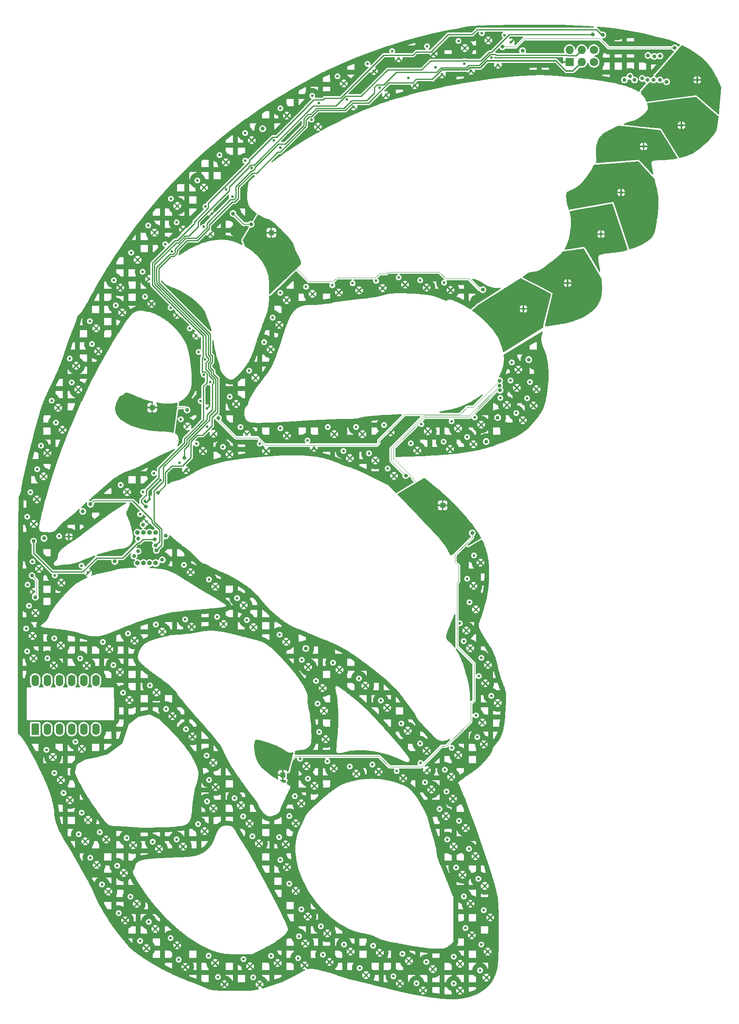
<source format=gbr>
%TF.GenerationSoftware,KiCad,Pcbnew,(6.99.0-3809-g2741d0eb4b)*%
%TF.CreationDate,2022-10-22T00:25:52-04:00*%
%TF.ProjectId,StarboardWing,53746172-626f-4617-9264-57696e672e6b,rev?*%
%TF.SameCoordinates,Original*%
%TF.FileFunction,Copper,L4,Bot*%
%TF.FilePolarity,Positive*%
%FSLAX46Y46*%
G04 Gerber Fmt 4.6, Leading zero omitted, Abs format (unit mm)*
G04 Created by KiCad (PCBNEW (6.99.0-3809-g2741d0eb4b)) date 2022-10-22 00:25:52*
%MOMM*%
%LPD*%
G01*
G04 APERTURE LIST*
%TA.AperFunction,ComponentPad*%
%ADD10C,0.600000*%
%TD*%
%TA.AperFunction,ComponentPad*%
%ADD11R,0.500000X0.500000*%
%TD*%
%TA.AperFunction,ComponentPad*%
%ADD12R,1.000000X1.000000*%
%TD*%
%TA.AperFunction,ComponentPad*%
%ADD13O,1.000000X1.000000*%
%TD*%
%TA.AperFunction,ComponentPad*%
%ADD14O,1.727200X1.727200*%
%TD*%
%TA.AperFunction,ComponentPad*%
%ADD15R,1.727200X1.727200*%
%TD*%
%TA.AperFunction,ComponentPad*%
%ADD16C,1.727200*%
%TD*%
%TA.AperFunction,ComponentPad*%
%ADD17R,1.600000X2.400000*%
%TD*%
%TA.AperFunction,ComponentPad*%
%ADD18O,1.600000X2.400000*%
%TD*%
%TA.AperFunction,ViaPad*%
%ADD19C,0.800000*%
%TD*%
%TA.AperFunction,Conductor*%
%ADD20C,0.200000*%
%TD*%
%TA.AperFunction,Conductor*%
%ADD21C,0.100000*%
%TD*%
%TA.AperFunction,Conductor*%
%ADD22C,0.300000*%
%TD*%
%TA.AperFunction,Conductor*%
%ADD23C,0.250000*%
%TD*%
G04 APERTURE END LIST*
D10*
%TO.P,D136,1,VSS*%
%TO.N,/GND*%
X204750000Y-83450000D03*
%TO.P,D136,3,VDD*%
%TO.N,/5V*%
X203400000Y-81950000D03*
%TD*%
%TO.P,D150,1,VSS*%
%TO.N,/GND*%
X181950000Y-75750000D03*
%TO.P,D150,3,VDD*%
%TO.N,/5V*%
X180600000Y-74250000D03*
%TD*%
D11*
%TO.P,J17,1,Pin_1*%
%TO.N,Net-(U2-CH5)*%
X284199999Y-53499999D03*
%TD*%
D10*
%TO.P,D23,1,VSS*%
%TO.N,/GND*%
X184008893Y-165576393D03*
%TO.P,D23,3,VDD*%
%TO.N,/5V*%
X182658893Y-164076393D03*
%TD*%
%TO.P,D9,1,VSS*%
%TO.N,/GND*%
X188450000Y-129950000D03*
%TO.P,D9,3,VDD*%
%TO.N,/5V*%
X187100000Y-128450000D03*
%TD*%
%TO.P,D134,1,VSS*%
%TO.N,/GND*%
X216508893Y-120776393D03*
%TO.P,D134,3,VDD*%
%TO.N,/5V*%
X215158893Y-119276393D03*
%TD*%
%TO.P,D81,1,VSS*%
%TO.N,/GND*%
X225550000Y-175450000D03*
%TO.P,D81,3,VDD*%
%TO.N,/5V*%
X224200000Y-173950000D03*
%TD*%
%TO.P,D7,1,VSS*%
%TO.N,/GND*%
X176850000Y-133350000D03*
%TO.P,D7,3,VDD*%
%TO.N,/5V*%
X175500000Y-131850000D03*
%TD*%
%TO.P,D158,1,VSS*%
%TO.N,/GND*%
X196750000Y-52650000D03*
%TO.P,D158,3,VDD*%
%TO.N,/5V*%
X195400000Y-51150000D03*
%TD*%
%TO.P,D36,1,VSS*%
%TO.N,/GND*%
X202608893Y-191776393D03*
%TO.P,D36,3,VDD*%
%TO.N,/5V*%
X201258893Y-190276393D03*
%TD*%
%TO.P,D248,1,VSS*%
%TO.N,/GND*%
X271508893Y-78976393D03*
%TO.P,D248,3,VDD*%
%TO.N,/5V*%
X270158893Y-77476393D03*
%TD*%
D12*
%TO.P,J2,1,Pin_1*%
%TO.N,Net-(U2-CH3)*%
X258099999Y-99899999D03*
%TD*%
D10*
%TO.P,D55,1,VSS*%
%TO.N,/GND*%
X261750000Y-195650000D03*
%TO.P,D55,3,VDD*%
%TO.N,/5V*%
X260400000Y-194150000D03*
%TD*%
%TO.P,D141,1,VSS*%
%TO.N,/GND*%
X209550000Y-74150000D03*
%TO.P,D141,3,VDD*%
%TO.N,/5V*%
X208200000Y-72650000D03*
%TD*%
%TO.P,D222,1,VSS*%
%TO.N,/GND*%
X254750000Y-54450000D03*
%TO.P,D222,3,VDD*%
%TO.N,/5V*%
X253400000Y-52950000D03*
%TD*%
%TO.P,D146,1,VSS*%
%TO.N,/GND*%
X191150000Y-59650000D03*
%TO.P,D146,3,VDD*%
%TO.N,/5V*%
X189800000Y-58150000D03*
%TD*%
%TO.P,D186,1,VSS*%
%TO.N,/GND*%
X269650000Y-7950000D03*
%TO.P,D186,3,VDD*%
%TO.N,/5V*%
X268300000Y-6450000D03*
%TD*%
%TO.P,D164,1,VSS*%
%TO.N,/GND*%
X209850000Y-39050000D03*
%TO.P,D164,3,VDD*%
%TO.N,/5V*%
X208500000Y-37550000D03*
%TD*%
%TO.P,D64,1,VSS*%
%TO.N,/GND*%
X260408893Y-171176393D03*
%TO.P,D64,3,VDD*%
%TO.N,/5V*%
X259058893Y-169676393D03*
%TD*%
%TO.P,D15,1,VSS*%
%TO.N,/GND*%
X210150000Y-153650000D03*
%TO.P,D15,3,VDD*%
%TO.N,/5V*%
X208800000Y-152150000D03*
%TD*%
%TO.P,D31,1,VSS*%
%TO.N,/GND*%
X188250000Y-180550000D03*
%TO.P,D31,3,VDD*%
%TO.N,/5V*%
X186900000Y-179050000D03*
%TD*%
%TO.P,D167,1,VSS*%
%TO.N,/GND*%
X214208893Y-35476393D03*
%TO.P,D167,3,VDD*%
%TO.N,/5V*%
X212858893Y-33976393D03*
%TD*%
%TO.P,D50,1,VSS*%
%TO.N,/GND*%
X249150000Y-199750000D03*
%TO.P,D50,3,VDD*%
%TO.N,/5V*%
X247800000Y-198250000D03*
%TD*%
%TO.P,D58,1,VSS*%
%TO.N,/GND*%
X264208893Y-189676393D03*
%TO.P,D58,3,VDD*%
%TO.N,/5V*%
X262858893Y-188176393D03*
%TD*%
%TO.P,D51,1,VSS*%
%TO.N,/GND*%
X251050000Y-195050000D03*
%TO.P,D51,3,VDD*%
%TO.N,/5V*%
X249700000Y-193550000D03*
%TD*%
%TO.P,D67,1,VSS*%
%TO.N,/GND*%
X260250000Y-161150000D03*
%TO.P,D67,3,VDD*%
%TO.N,/5V*%
X258900000Y-159650000D03*
%TD*%
%TO.P,D71,1,VSS*%
%TO.N,/GND*%
X249850000Y-156900000D03*
%TO.P,D71,3,VDD*%
%TO.N,/5V*%
X248500000Y-155400000D03*
%TD*%
%TO.P,D165,1,VSS*%
%TO.N,/GND*%
X202650000Y-37400000D03*
%TO.P,D165,3,VDD*%
%TO.N,/5V*%
X201300000Y-35900000D03*
%TD*%
%TO.P,D84,1,VSS*%
%TO.N,/GND*%
X219700000Y-170500000D03*
%TO.P,D84,3,VDD*%
%TO.N,/5V*%
X218350000Y-169000000D03*
%TD*%
%TO.P,D101,1,VSS*%
%TO.N,/GND*%
X254750000Y-151150000D03*
%TO.P,D101,3,VDD*%
%TO.N,/5V*%
X253400000Y-149650000D03*
%TD*%
%TO.P,D52,1,VSS*%
%TO.N,/GND*%
X254000000Y-201200000D03*
%TO.P,D52,3,VDD*%
%TO.N,/5V*%
X252650000Y-199700000D03*
%TD*%
%TO.P,D46,1,VSS*%
%TO.N,/GND*%
X234450000Y-195250000D03*
%TO.P,D46,3,VDD*%
%TO.N,/5V*%
X233100000Y-193750000D03*
%TD*%
%TO.P,D180,1,VSS*%
%TO.N,/GND*%
X252250000Y-12200000D03*
%TO.P,D180,3,VDD*%
%TO.N,/5V*%
X250900000Y-10700000D03*
%TD*%
%TO.P,D247,1,VSS*%
%TO.N,/GND*%
X266150000Y-83076393D03*
%TO.P,D247,3,VDD*%
%TO.N,/5V*%
X264800000Y-81576393D03*
%TD*%
D11*
%TO.P,J11,1,Pin_1*%
%TO.N,Net-(U2-CH9)*%
X311299999Y-11099999D03*
%TD*%
D10*
%TO.P,D100,1,VSS*%
%TO.N,/GND*%
X250808893Y-146976393D03*
%TO.P,D100,3,VDD*%
%TO.N,/5V*%
X249458893Y-145476393D03*
%TD*%
%TO.P,D60,1,VSS*%
%TO.N,/GND*%
X263908893Y-183076393D03*
%TO.P,D60,3,VDD*%
%TO.N,/5V*%
X262558893Y-181576393D03*
%TD*%
%TO.P,D12,1,VSS*%
%TO.N,/GND*%
X198300000Y-139000000D03*
%TO.P,D12,3,VDD*%
%TO.N,/5V*%
X196950000Y-137500000D03*
%TD*%
%TO.P,D109,1,VSS*%
%TO.N,/GND*%
X263050000Y-126050000D03*
%TO.P,D109,3,VDD*%
%TO.N,/5V*%
X261700000Y-124550000D03*
%TD*%
%TO.P,D223,1,VSS*%
%TO.N,/GND*%
X250250000Y-53850000D03*
%TO.P,D223,3,VDD*%
%TO.N,/5V*%
X248900000Y-52350000D03*
%TD*%
%TO.P,D221,1,VSS*%
%TO.N,/GND*%
X259750000Y-54950000D03*
%TO.P,D221,3,VDD*%
%TO.N,/5V*%
X258400000Y-53450000D03*
%TD*%
%TO.P,D94,1,VSS*%
%TO.N,/GND*%
X233008893Y-138076393D03*
%TO.P,D94,3,VDD*%
%TO.N,/5V*%
X231658893Y-136576393D03*
%TD*%
%TO.P,D57,1,VSS*%
%TO.N,/GND*%
X267508893Y-193076393D03*
%TO.P,D57,3,VDD*%
%TO.N,/5V*%
X266158893Y-191576393D03*
%TD*%
%TO.P,D156,1,VSS*%
%TO.N,/GND*%
X172650000Y-103800000D03*
%TO.P,D156,3,VDD*%
%TO.N,/5V*%
X171300000Y-102300000D03*
%TD*%
%TO.P,D11,1,VSS*%
%TO.N,/GND*%
X192650000Y-140550000D03*
%TO.P,D11,3,VDD*%
%TO.N,/5V*%
X191300000Y-139050000D03*
%TD*%
%TO.P,D62,1,VSS*%
%TO.N,/GND*%
X262250000Y-177050000D03*
%TO.P,D62,3,VDD*%
%TO.N,/5V*%
X260900000Y-175550000D03*
%TD*%
%TO.P,D106,1,VSS*%
%TO.N,/GND*%
X267008893Y-137076393D03*
%TO.P,D106,3,VDD*%
%TO.N,/5V*%
X265658893Y-135576393D03*
%TD*%
%TO.P,D122,1,VSS*%
%TO.N,/GND*%
X213550000Y-89250000D03*
%TO.P,D122,3,VDD*%
%TO.N,/5V*%
X212200000Y-87750000D03*
%TD*%
%TO.P,D184,1,VSS*%
%TO.N,/GND*%
X262750000Y-4450000D03*
%TO.P,D184,3,VDD*%
%TO.N,/5V*%
X261400000Y-2950000D03*
%TD*%
%TO.P,D172,1,VSS*%
%TO.N,/GND*%
X225550000Y-18550000D03*
%TO.P,D172,3,VDD*%
%TO.N,/5V*%
X224200000Y-17050000D03*
%TD*%
%TO.P,D22,1,VSS*%
%TO.N,/GND*%
X187808893Y-169676393D03*
%TO.P,D22,3,VDD*%
%TO.N,/5V*%
X186458893Y-168176393D03*
%TD*%
%TO.P,D155,1,VSS*%
%TO.N,/GND*%
X173308893Y-98676393D03*
%TO.P,D155,3,VDD*%
%TO.N,/5V*%
X171958893Y-97176393D03*
%TD*%
%TO.P,D129,1,VSS*%
%TO.N,/GND*%
X179989949Y-106470711D03*
%TO.P,D129,3,VDD*%
%TO.N,/5V*%
X177974695Y-106364645D03*
%TD*%
%TO.P,D32,1,VSS*%
%TO.N,/GND*%
X194200000Y-183100000D03*
%TO.P,D32,3,VDD*%
%TO.N,/5V*%
X192850000Y-181600000D03*
%TD*%
%TO.P,D79,1,VSS*%
%TO.N,/GND*%
X227400000Y-166300000D03*
%TO.P,D79,3,VDD*%
%TO.N,/5V*%
X226050000Y-164800000D03*
%TD*%
%TO.P,D144,1,VSS*%
%TO.N,/GND*%
X202608893Y-60176393D03*
%TO.P,D144,3,VDD*%
%TO.N,/5V*%
X201258893Y-58676393D03*
%TD*%
%TO.P,D34,1,VSS*%
%TO.N,/GND*%
X198050000Y-188350000D03*
%TO.P,D34,3,VDD*%
%TO.N,/5V*%
X196700000Y-186850000D03*
%TD*%
%TO.P,D29,1,VSS*%
%TO.N,/GND*%
X185800000Y-175000000D03*
%TO.P,D29,3,VDD*%
%TO.N,/5V*%
X184450000Y-173500000D03*
%TD*%
%TO.P,D47,1,VSS*%
%TO.N,/GND*%
X238850000Y-193100000D03*
%TO.P,D47,3,VDD*%
%TO.N,/5V*%
X237500000Y-191600000D03*
%TD*%
%TO.P,D85,1,VSS*%
%TO.N,/GND*%
X217750000Y-166350000D03*
%TO.P,D85,3,VDD*%
%TO.N,/5V*%
X216400000Y-164850000D03*
%TD*%
%TO.P,D8,1,VSS*%
%TO.N,/GND*%
X183708893Y-133376393D03*
%TO.P,D8,3,VDD*%
%TO.N,/5V*%
X182358893Y-131876393D03*
%TD*%
%TO.P,D107,1,VSS*%
%TO.N,/GND*%
X267550000Y-133250000D03*
%TO.P,D107,3,VDD*%
%TO.N,/5V*%
X266200000Y-131750000D03*
%TD*%
%TO.P,D145,1,VSS*%
%TO.N,/GND*%
X197250000Y-57850000D03*
%TO.P,D145,3,VDD*%
%TO.N,/5V*%
X195900000Y-56350000D03*
%TD*%
%TO.P,D18,1,VSS*%
%TO.N,/GND*%
X208350000Y-167950000D03*
%TO.P,D18,3,VDD*%
%TO.N,/5V*%
X207000000Y-166450000D03*
%TD*%
%TO.P,D133,1,VSS*%
%TO.N,/GND*%
X210608893Y-116876393D03*
%TO.P,D133,3,VDD*%
%TO.N,/5V*%
X209258893Y-115376393D03*
%TD*%
%TO.P,D120,1,VSS*%
%TO.N,/GND*%
X221208893Y-88576393D03*
%TO.P,D120,3,VDD*%
%TO.N,/5V*%
X219858893Y-87076393D03*
%TD*%
%TO.P,D187,1,VSS*%
%TO.N,/GND*%
X272350000Y-3250000D03*
%TO.P,D187,3,VDD*%
%TO.N,/5V*%
X271000000Y-1750000D03*
%TD*%
%TO.P,D41,1,VSS*%
%TO.N,/GND*%
X219850000Y-199950000D03*
%TO.P,D41,3,VDD*%
%TO.N,/5V*%
X218500000Y-198450000D03*
%TD*%
%TO.P,D35,1,VSS*%
%TO.N,/GND*%
X196208893Y-192376393D03*
%TO.P,D35,3,VDD*%
%TO.N,/5V*%
X194858893Y-190876393D03*
%TD*%
%TO.P,D227,1,VSS*%
%TO.N,/GND*%
X230908893Y-55776393D03*
%TO.P,D227,3,VDD*%
%TO.N,/5V*%
X229558893Y-54276393D03*
%TD*%
D11*
%TO.P,J15,1,Pin_1*%
%TO.N,Net-(U2-CH7)*%
X295399999Y-34599999D03*
%TD*%
D10*
%TO.P,D232,1,VSS*%
%TO.N,/GND*%
X225508893Y-57076393D03*
%TO.P,D232,3,VDD*%
%TO.N,/5V*%
X224158893Y-55576393D03*
%TD*%
%TO.P,D89,1,VSS*%
%TO.N,/GND*%
X205650000Y-125250000D03*
%TO.P,D89,3,VDD*%
%TO.N,/5V*%
X204300000Y-123750000D03*
%TD*%
%TO.P,D131,1,VSS*%
%TO.N,/GND*%
X184000000Y-114000000D03*
%TO.P,D131,3,VDD*%
%TO.N,/5V*%
X182650000Y-112500000D03*
%TD*%
%TO.P,D68,1,VSS*%
%TO.N,/GND*%
X255750000Y-159250000D03*
%TO.P,D68,3,VDD*%
%TO.N,/5V*%
X254400000Y-157750000D03*
%TD*%
%TO.P,D56,1,VSS*%
%TO.N,/GND*%
X267250000Y-198500000D03*
%TO.P,D56,3,VDD*%
%TO.N,/5V*%
X265900000Y-197000000D03*
%TD*%
%TO.P,D90,1,VSS*%
%TO.N,/GND*%
X212308893Y-124676393D03*
%TO.P,D90,3,VDD*%
%TO.N,/5V*%
X210958893Y-123176393D03*
%TD*%
%TO.P,D250,1,VSS*%
%TO.N,/GND*%
X277108893Y-79076393D03*
%TO.P,D250,3,VDD*%
%TO.N,/5V*%
X275758893Y-77576393D03*
%TD*%
%TO.P,D86,1,VSS*%
%TO.N,/GND*%
X215950000Y-162550000D03*
%TO.P,D86,3,VDD*%
%TO.N,/5V*%
X214600000Y-161050000D03*
%TD*%
%TO.P,D75,1,VSS*%
%TO.N,/GND*%
X231308893Y-158476393D03*
%TO.P,D75,3,VDD*%
%TO.N,/5V*%
X229958893Y-156976393D03*
%TD*%
%TO.P,D13,1,VSS*%
%TO.N,/GND*%
X201650000Y-143950000D03*
%TO.P,D13,3,VDD*%
%TO.N,/5V*%
X200300000Y-142450000D03*
%TD*%
%TO.P,D78,1,VSS*%
%TO.N,/GND*%
X228550000Y-162150000D03*
%TO.P,D78,3,VDD*%
%TO.N,/5V*%
X227200000Y-160650000D03*
%TD*%
%TO.P,D3,1,VSS*%
%TO.N,/GND*%
X173008893Y-122376393D03*
%TO.P,D3,3,VDD*%
%TO.N,/5V*%
X171658893Y-120876393D03*
%TD*%
%TO.P,D24,1,VSS*%
%TO.N,/GND*%
X180208893Y-161476393D03*
%TO.P,D24,3,VDD*%
%TO.N,/5V*%
X178858893Y-159976393D03*
%TD*%
%TO.P,D98,1,VSS*%
%TO.N,/GND*%
X241950000Y-137550000D03*
%TO.P,D98,3,VDD*%
%TO.N,/5V*%
X240600000Y-136050000D03*
%TD*%
%TO.P,D96,1,VSS*%
%TO.N,/GND*%
X233650000Y-148750000D03*
%TO.P,D96,3,VDD*%
%TO.N,/5V*%
X232300000Y-147250000D03*
%TD*%
%TO.P,D49,1,VSS*%
%TO.N,/GND*%
X242100000Y-198000000D03*
%TO.P,D49,3,VDD*%
%TO.N,/5V*%
X240750000Y-196500000D03*
%TD*%
%TO.P,D143,1,VSS*%
%TO.N,/GND*%
X206608893Y-64476393D03*
%TO.P,D143,3,VDD*%
%TO.N,/5V*%
X205258893Y-62976393D03*
%TD*%
%TO.P,D181,1,VSS*%
%TO.N,/GND*%
X256200000Y-5600000D03*
%TO.P,D181,3,VDD*%
%TO.N,/5V*%
X254850000Y-4100000D03*
%TD*%
%TO.P,D178,1,VSS*%
%TO.N,/GND*%
X246250000Y-14250000D03*
%TO.P,D178,3,VDD*%
%TO.N,/5V*%
X244900000Y-12750000D03*
%TD*%
%TO.P,D14,1,VSS*%
%TO.N,/GND*%
X205808893Y-148176393D03*
%TO.P,D14,3,VDD*%
%TO.N,/5V*%
X204458893Y-146676393D03*
%TD*%
%TO.P,D82,1,VSS*%
%TO.N,/GND*%
X227400000Y-180400000D03*
%TO.P,D82,3,VDD*%
%TO.N,/5V*%
X226050000Y-178900000D03*
%TD*%
%TO.P,D175,1,VSS*%
%TO.N,/GND*%
X237450000Y-11850000D03*
%TO.P,D175,3,VDD*%
%TO.N,/5V*%
X236100000Y-10350000D03*
%TD*%
%TO.P,D44,1,VSS*%
%TO.N,/GND*%
X229408893Y-191376393D03*
%TO.P,D44,3,VDD*%
%TO.N,/5V*%
X228058893Y-189876393D03*
%TD*%
%TO.P,D226,1,VSS*%
%TO.N,/GND*%
X236408893Y-55476393D03*
%TO.P,D226,3,VDD*%
%TO.N,/5V*%
X235058893Y-53976393D03*
%TD*%
%TO.P,D21,1,VSS*%
%TO.N,/GND*%
X193408893Y-170876393D03*
%TO.P,D21,3,VDD*%
%TO.N,/5V*%
X192058893Y-169376393D03*
%TD*%
%TO.P,D123,1,VSS*%
%TO.N,/GND*%
X210208893Y-84976393D03*
%TO.P,D123,3,VDD*%
%TO.N,/5V*%
X208858893Y-83476393D03*
%TD*%
%TO.P,D53,1,VSS*%
%TO.N,/GND*%
X256050000Y-196750000D03*
%TO.P,D53,3,VDD*%
%TO.N,/5V*%
X254700000Y-195250000D03*
%TD*%
%TO.P,D40,1,VSS*%
%TO.N,/GND*%
X217850000Y-196150000D03*
%TO.P,D40,3,VDD*%
%TO.N,/5V*%
X216500000Y-194650000D03*
%TD*%
%TO.P,D121,1,VSS*%
%TO.N,/GND*%
X217200000Y-85100000D03*
%TO.P,D121,3,VDD*%
%TO.N,/5V*%
X215850000Y-83600000D03*
%TD*%
%TO.P,D33,1,VSS*%
%TO.N,/GND*%
X191750000Y-186550000D03*
%TO.P,D33,3,VDD*%
%TO.N,/5V*%
X190400000Y-185050000D03*
%TD*%
%TO.P,D10,1,VSS*%
%TO.N,/GND*%
X190650000Y-134750000D03*
%TO.P,D10,3,VDD*%
%TO.N,/5V*%
X189300000Y-133250000D03*
%TD*%
%TO.P,D153,1,VSS*%
%TO.N,/GND*%
X175508893Y-88976393D03*
%TO.P,D153,3,VDD*%
%TO.N,/5V*%
X174158893Y-87476393D03*
%TD*%
%TO.P,D182,1,VSS*%
%TO.N,/GND*%
X257950000Y-9950000D03*
%TO.P,D182,3,VDD*%
%TO.N,/5V*%
X256600000Y-8450000D03*
%TD*%
%TO.P,D54,1,VSS*%
%TO.N,/GND*%
X261750000Y-201250000D03*
%TO.P,D54,3,VDD*%
%TO.N,/5V*%
X260400000Y-199750000D03*
%TD*%
%TO.P,D45,1,VSS*%
%TO.N,/GND*%
X234000000Y-189300000D03*
%TO.P,D45,3,VDD*%
%TO.N,/5V*%
X232650000Y-187800000D03*
%TD*%
%TO.P,D2,1,VSS*%
%TO.N,/GND*%
X173750000Y-113150000D03*
%TO.P,D2,3,VDD*%
%TO.N,/5V*%
X172400000Y-111650000D03*
%TD*%
%TO.P,D88,1,VSS*%
%TO.N,/GND*%
X199508893Y-126276393D03*
%TO.P,D88,3,VDD*%
%TO.N,/5V*%
X198158893Y-124776393D03*
%TD*%
%TO.P,D162,1,VSS*%
%TO.N,/GND*%
X203850000Y-42350000D03*
%TO.P,D162,3,VDD*%
%TO.N,/5V*%
X202500000Y-40850000D03*
%TD*%
%TO.P,D176,1,VSS*%
%TO.N,/GND*%
X239450000Y-16650000D03*
%TO.P,D176,3,VDD*%
%TO.N,/5V*%
X238100000Y-15150000D03*
%TD*%
%TO.P,D72,1,VSS*%
%TO.N,/GND*%
X244750000Y-155550000D03*
%TO.P,D72,3,VDD*%
%TO.N,/5V*%
X243400000Y-154050000D03*
%TD*%
%TO.P,D108,1,VSS*%
%TO.N,/GND*%
X263850000Y-129750000D03*
%TO.P,D108,3,VDD*%
%TO.N,/5V*%
X262500000Y-128250000D03*
%TD*%
%TO.P,D103,1,VSS*%
%TO.N,/GND*%
X266700000Y-149800000D03*
%TO.P,D103,3,VDD*%
%TO.N,/5V*%
X265350000Y-148300000D03*
%TD*%
%TO.P,D63,1,VSS*%
%TO.N,/GND*%
X264950000Y-173150000D03*
%TO.P,D63,3,VDD*%
%TO.N,/5V*%
X263600000Y-171650000D03*
%TD*%
%TO.P,D95,1,VSS*%
%TO.N,/GND*%
X233300000Y-142800000D03*
%TO.P,D95,3,VDD*%
%TO.N,/5V*%
X231950000Y-141300000D03*
%TD*%
%TO.P,D170,1,VSS*%
%TO.N,/GND*%
X218200000Y-23700000D03*
%TO.P,D170,3,VDD*%
%TO.N,/5V*%
X216850000Y-22200000D03*
%TD*%
%TO.P,D132,1,VSS*%
%TO.N,/GND*%
X205408893Y-113876393D03*
%TO.P,D132,3,VDD*%
%TO.N,/5V*%
X204058893Y-112376393D03*
%TD*%
%TO.P,D30,1,VSS*%
%TO.N,/GND*%
X191450000Y-176650000D03*
%TO.P,D30,3,VDD*%
%TO.N,/5V*%
X190100000Y-175150000D03*
%TD*%
%TO.P,D16,1,VSS*%
%TO.N,/GND*%
X210650000Y-158750000D03*
%TO.P,D16,3,VDD*%
%TO.N,/5V*%
X209300000Y-157250000D03*
%TD*%
%TO.P,D19,1,VSS*%
%TO.N,/GND*%
X203850000Y-171150000D03*
%TO.P,D19,3,VDD*%
%TO.N,/5V*%
X202500000Y-169650000D03*
%TD*%
%TO.P,D239,1,VSS*%
%TO.N,/GND*%
X244050000Y-90550000D03*
%TO.P,D239,3,VDD*%
%TO.N,/5V*%
X242700000Y-89050000D03*
%TD*%
%TO.P,D105,1,VSS*%
%TO.N,/GND*%
X269608893Y-141176393D03*
%TO.P,D105,3,VDD*%
%TO.N,/5V*%
X268258893Y-139676393D03*
%TD*%
%TO.P,D111,1,VSS*%
%TO.N,/GND*%
X264550000Y-116750000D03*
%TO.P,D111,3,VDD*%
%TO.N,/5V*%
X263200000Y-115250000D03*
%TD*%
%TO.P,D149,1,VSS*%
%TO.N,/GND*%
X181508893Y-70776393D03*
%TO.P,D149,3,VDD*%
%TO.N,/5V*%
X180158893Y-69276393D03*
%TD*%
%TO.P,D174,1,VSS*%
%TO.N,/GND*%
X232200000Y-15900000D03*
%TO.P,D174,3,VDD*%
%TO.N,/5V*%
X230850000Y-14400000D03*
%TD*%
%TO.P,D28,1,VSS*%
%TO.N,/GND*%
X183408893Y-170076393D03*
%TO.P,D28,3,VDD*%
%TO.N,/5V*%
X182058893Y-168576393D03*
%TD*%
%TO.P,D42,1,VSS*%
%TO.N,/GND*%
X223608893Y-195476393D03*
%TO.P,D42,3,VDD*%
%TO.N,/5V*%
X222258893Y-193976393D03*
%TD*%
%TO.P,D38,1,VSS*%
%TO.N,/GND*%
X210550000Y-195450000D03*
%TO.P,D38,3,VDD*%
%TO.N,/5V*%
X209200000Y-193950000D03*
%TD*%
%TO.P,D48,1,VSS*%
%TO.N,/GND*%
X244950000Y-193350000D03*
%TO.P,D48,3,VDD*%
%TO.N,/5V*%
X243600000Y-191850000D03*
%TD*%
%TO.P,D104,1,VSS*%
%TO.N,/GND*%
X266408893Y-145276393D03*
%TO.P,D104,3,VDD*%
%TO.N,/5V*%
X265058893Y-143776393D03*
%TD*%
%TO.P,D87,1,VSS*%
%TO.N,/GND*%
X193708893Y-128176393D03*
%TO.P,D87,3,VDD*%
%TO.N,/5V*%
X192358893Y-126676393D03*
%TD*%
%TO.P,D93,1,VSS*%
%TO.N,/GND*%
X230008893Y-133676393D03*
%TO.P,D93,3,VDD*%
%TO.N,/5V*%
X228658893Y-132176393D03*
%TD*%
%TO.P,D154,1,VSS*%
%TO.N,/GND*%
X174708893Y-93876393D03*
%TO.P,D154,3,VDD*%
%TO.N,/5V*%
X173358893Y-92376393D03*
%TD*%
%TO.P,D252,1,VSS*%
%TO.N,/GND*%
X273608893Y-75376393D03*
%TO.P,D252,3,VDD*%
%TO.N,/5V*%
X272258893Y-73876393D03*
%TD*%
%TO.P,D147,1,VSS*%
%TO.N,/GND*%
X185708893Y-62976393D03*
%TO.P,D147,3,VDD*%
%TO.N,/5V*%
X184358893Y-61476393D03*
%TD*%
%TO.P,D69,1,VSS*%
%TO.N,/GND*%
X259900000Y-156600000D03*
%TO.P,D69,3,VDD*%
%TO.N,/5V*%
X258550000Y-155100000D03*
%TD*%
%TO.P,D39,1,VSS*%
%TO.N,/GND*%
X212500000Y-199900000D03*
%TO.P,D39,3,VDD*%
%TO.N,/5V*%
X211150000Y-198400000D03*
%TD*%
%TO.P,D238,1,VSS*%
%TO.N,/GND*%
X241350000Y-85050000D03*
%TO.P,D238,3,VDD*%
%TO.N,/5V*%
X240000000Y-83550000D03*
%TD*%
D12*
%TO.P,J10,1,Pin_1*%
%TO.N,Net-(U2-CH2)*%
X224699999Y-156199999D03*
%TD*%
D10*
%TO.P,D117,1,VSS*%
%TO.N,/GND*%
X247950000Y-93750000D03*
%TO.P,D117,3,VDD*%
%TO.N,/5V*%
X246600000Y-92250000D03*
%TD*%
%TO.P,D243,1,VSS*%
%TO.N,/GND*%
X259650000Y-88150000D03*
%TO.P,D243,3,VDD*%
%TO.N,/5V*%
X258300000Y-86650000D03*
%TD*%
%TO.P,D91,1,VSS*%
%TO.N,/GND*%
X218550000Y-125350000D03*
%TO.P,D91,3,VDD*%
%TO.N,/5V*%
X217200000Y-123850000D03*
%TD*%
%TO.P,D148,1,VSS*%
%TO.N,/GND*%
X186150000Y-67750000D03*
%TO.P,D148,3,VDD*%
%TO.N,/5V*%
X184800000Y-66250000D03*
%TD*%
%TO.P,D17,1,VSS*%
%TO.N,/GND*%
X210200000Y-163200000D03*
%TO.P,D17,3,VDD*%
%TO.N,/5V*%
X208850000Y-161700000D03*
%TD*%
%TO.P,D25,1,VSS*%
%TO.N,/GND*%
X178308893Y-157276393D03*
%TO.P,D25,3,VDD*%
%TO.N,/5V*%
X176958893Y-155776393D03*
%TD*%
%TO.P,D185,1,VSS*%
%TO.N,/GND*%
X267650000Y-2850000D03*
%TO.P,D185,3,VDD*%
%TO.N,/5V*%
X266300000Y-1350000D03*
%TD*%
%TO.P,D92,1,VSS*%
%TO.N,/GND*%
X225400000Y-128400000D03*
%TO.P,D92,3,VDD*%
%TO.N,/5V*%
X224050000Y-126900000D03*
%TD*%
%TO.P,D183,1,VSS*%
%TO.N,/GND*%
X264008893Y-9176393D03*
%TO.P,D183,3,VDD*%
%TO.N,/5V*%
X262658893Y-7676393D03*
%TD*%
%TO.P,D177,1,VSS*%
%TO.N,/GND*%
X243750000Y-9250000D03*
%TO.P,D177,3,VDD*%
%TO.N,/5V*%
X242400000Y-7750000D03*
%TD*%
%TO.P,D20,1,VSS*%
%TO.N,/GND*%
X198850000Y-171650000D03*
%TO.P,D20,3,VDD*%
%TO.N,/5V*%
X197500000Y-170150000D03*
%TD*%
%TO.P,D142,1,VSS*%
%TO.N,/GND*%
X208450000Y-69400000D03*
%TO.P,D142,3,VDD*%
%TO.N,/5V*%
X207100000Y-67900000D03*
%TD*%
D13*
%TO.P,J1,*%
%TO.N,*%
X194329999Y-105629999D03*
X194329999Y-111979999D03*
X195599999Y-105629999D03*
X195599999Y-111979999D03*
X196869999Y-105629999D03*
X196869999Y-111979999D03*
X198139999Y-105629999D03*
X198139999Y-111979999D03*
%TD*%
D14*
%TO.P,X1,1,VCC*%
%TO.N,/3V3*%
X284619999Y-4849999D03*
D15*
%TO.P,X1,2,GND*%
%TO.N,/GND*%
X284619999Y-7389999D03*
D14*
%TO.P,X1,3,SDA*%
%TO.N,/SDA*%
X287159999Y-4849999D03*
%TO.P,X1,4,SCL*%
%TO.N,/SCL*%
X287159999Y-7389999D03*
D16*
%TO.P,X1,5,GPIO1*%
%TO.N,/STBD_GP0*%
X289700000Y-4850000D03*
%TO.P,X1,6,GPIO2*%
%TO.N,/STBD_GP1*%
X289700000Y-7390000D03*
%TD*%
D10*
%TO.P,D70,1,VSS*%
%TO.N,/GND*%
X254800000Y-155200000D03*
%TO.P,D70,3,VDD*%
%TO.N,/5V*%
X253450000Y-153700000D03*
%TD*%
%TO.P,D163,1,VSS*%
%TO.N,/GND*%
X209550000Y-43250000D03*
%TO.P,D163,3,VDD*%
%TO.N,/5V*%
X208200000Y-41750000D03*
%TD*%
%TO.P,D225,1,VSS*%
%TO.N,/GND*%
X240650000Y-55050000D03*
%TO.P,D225,3,VDD*%
%TO.N,/5V*%
X239300000Y-53550000D03*
%TD*%
D11*
%TO.P,J13,1,Pin_1*%
%TO.N,Net-(U2-CH11)*%
X300099999Y-24999999D03*
%TD*%
D10*
%TO.P,D83,1,VSS*%
%TO.N,/GND*%
X229908893Y-185776393D03*
%TO.P,D83,3,VDD*%
%TO.N,/5V*%
X228558893Y-184276393D03*
%TD*%
%TO.P,D112,1,VSS*%
%TO.N,/GND*%
X266008893Y-111876393D03*
%TO.P,D112,3,VDD*%
%TO.N,/5V*%
X264658893Y-110376393D03*
%TD*%
%TO.P,D240,1,VSS*%
%TO.N,/GND*%
X247208893Y-84676393D03*
%TO.P,D240,3,VDD*%
%TO.N,/5V*%
X245858893Y-83176393D03*
%TD*%
%TO.P,D244,1,VSS*%
%TO.N,/GND*%
X261308893Y-83876393D03*
%TO.P,D244,3,VDD*%
%TO.N,/5V*%
X259958893Y-82376393D03*
%TD*%
%TO.P,D61,1,VSS*%
%TO.N,/GND*%
X266908893Y-179376393D03*
%TO.P,D61,3,VDD*%
%TO.N,/5V*%
X265558893Y-177876393D03*
%TD*%
%TO.P,D241,1,VSS*%
%TO.N,/GND*%
X252808893Y-88476393D03*
%TO.P,D241,3,VDD*%
%TO.N,/5V*%
X251458893Y-86976393D03*
%TD*%
%TO.P,D1,1,VSS*%
%TO.N,/GND*%
X172708893Y-117976393D03*
%TO.P,D1,3,VDD*%
%TO.N,/5V*%
X171358893Y-116476393D03*
%TD*%
%TO.P,D126,1,VSS*%
%TO.N,/GND*%
X199100000Y-94700000D03*
%TO.P,D126,3,VDD*%
%TO.N,/5V*%
X197750000Y-93200000D03*
%TD*%
%TO.P,D124,1,VSS*%
%TO.N,/GND*%
X208008893Y-88576393D03*
%TO.P,D124,3,VDD*%
%TO.N,/5V*%
X206658893Y-87076393D03*
%TD*%
%TO.P,D27,1,VSS*%
%TO.N,/GND*%
X182708893Y-150776393D03*
%TO.P,D27,3,VDD*%
%TO.N,/5V*%
X181358893Y-149276393D03*
%TD*%
D11*
%TO.P,J18,1,Pin_1*%
%TO.N,Net-(U2-CH4)*%
X274999999Y-58899999D03*
%TD*%
D10*
%TO.P,D161,1,VSS*%
%TO.N,/GND*%
X197908893Y-42976393D03*
%TO.P,D161,3,VDD*%
%TO.N,/5V*%
X196558893Y-41476393D03*
%TD*%
%TO.P,D6,1,VSS*%
%TO.N,/GND*%
X178308893Y-129176393D03*
%TO.P,D6,3,VDD*%
%TO.N,/5V*%
X176958893Y-127676393D03*
%TD*%
%TO.P,D118,1,VSS*%
%TO.N,/GND*%
X231200000Y-87900000D03*
%TO.P,D118,3,VDD*%
%TO.N,/5V*%
X229850000Y-86400000D03*
%TD*%
%TO.P,D159,1,VSS*%
%TO.N,/GND*%
X194350000Y-48650000D03*
%TO.P,D159,3,VDD*%
%TO.N,/5V*%
X193000000Y-47150000D03*
%TD*%
%TO.P,D224,1,VSS*%
%TO.N,/GND*%
X245550000Y-54550000D03*
%TO.P,D224,3,VDD*%
%TO.N,/5V*%
X244200000Y-53050000D03*
%TD*%
%TO.P,D160,1,VSS*%
%TO.N,/GND*%
X201508893Y-46876393D03*
%TO.P,D160,3,VDD*%
%TO.N,/5V*%
X200158893Y-45376393D03*
%TD*%
%TO.P,D80,1,VSS*%
%TO.N,/GND*%
X225300000Y-170700000D03*
%TO.P,D80,3,VDD*%
%TO.N,/5V*%
X223950000Y-169200000D03*
%TD*%
%TO.P,D251,1,VSS*%
%TO.N,/GND*%
X277708893Y-75676393D03*
%TO.P,D251,3,VDD*%
%TO.N,/5V*%
X276358893Y-74176393D03*
%TD*%
%TO.P,D65,1,VSS*%
%TO.N,/GND*%
X262900000Y-167300000D03*
%TO.P,D65,3,VDD*%
%TO.N,/5V*%
X261550000Y-165800000D03*
%TD*%
%TO.P,D97,1,VSS*%
%TO.N,/GND*%
X236550000Y-134250000D03*
%TO.P,D97,3,VDD*%
%TO.N,/5V*%
X235200000Y-132750000D03*
%TD*%
%TO.P,D135,1,VSS*%
%TO.N,/GND*%
X196208893Y-103276393D03*
%TO.P,D135,3,VDD*%
%TO.N,/5V*%
X194858893Y-101776393D03*
%TD*%
%TO.P,D74,1,VSS*%
%TO.N,/GND*%
X235350000Y-154850000D03*
%TO.P,D74,3,VDD*%
%TO.N,/5V*%
X234000000Y-153350000D03*
%TD*%
D12*
%TO.P,J8,1,Pin_1*%
%TO.N,Net-(U2-CH0)*%
X222299999Y-42999999D03*
%TD*%
D10*
%TO.P,D73,1,VSS*%
%TO.N,/GND*%
X240050000Y-155950000D03*
%TO.P,D73,3,VDD*%
%TO.N,/5V*%
X238700000Y-154450000D03*
%TD*%
D17*
%TO.P,J14,1,Pin_1*%
%TO.N,unconnected-(J14-Pin_1)*%
X172939999Y-146659999D03*
D18*
%TO.P,J14,2,Pin_2*%
%TO.N,unconnected-(J14-Pin_2)*%
X175479999Y-146659999D03*
%TO.P,J14,3,Pin_3*%
%TO.N,unconnected-(J14-Pin_3)*%
X178019999Y-146659999D03*
%TO.P,J14,4,Pin_4*%
%TO.N,unconnected-(J14-Pin_4)*%
X180559999Y-146659999D03*
%TO.P,J14,5,Pin_5*%
%TO.N,unconnected-(J14-Pin_5)*%
X183099999Y-146659999D03*
%TO.P,J14,6,Pin_6*%
%TO.N,unconnected-(J14-Pin_6)*%
X185639999Y-146659999D03*
%TO.P,J14,7,Pin_7*%
%TO.N,unconnected-(J14-Pin_7)*%
X185639999Y-136499999D03*
%TO.P,J14,8,Pin_8*%
%TO.N,unconnected-(J14-Pin_8)*%
X183099999Y-136499999D03*
%TO.P,J14,9,Pin_9*%
%TO.N,unconnected-(J14-Pin_9)*%
X180559999Y-136499999D03*
%TO.P,J14,10,Pin_10*%
%TO.N,unconnected-(J14-Pin_10)*%
X178019999Y-136499999D03*
%TO.P,J14,11,Pin_11*%
%TO.N,unconnected-(J14-Pin_11)*%
X175479999Y-136499999D03*
%TO.P,J14,12,Pin_12*%
%TO.N,unconnected-(J14-Pin_12)*%
X172939999Y-136499999D03*
%TD*%
D11*
%TO.P,J16,1,Pin_1*%
%TO.N,Net-(U2-CH6)*%
X291199999Y-43299999D03*
%TD*%
D10*
%TO.P,D179,1,VSS*%
%TO.N,/GND*%
X248908893Y-6576393D03*
%TO.P,D179,3,VDD*%
%TO.N,/5V*%
X247558893Y-5076393D03*
%TD*%
%TO.P,D26,1,VSS*%
%TO.N,/GND*%
X176650000Y-152450000D03*
%TO.P,D26,3,VDD*%
%TO.N,/5V*%
X175300000Y-150950000D03*
%TD*%
%TO.P,D102,1,VSS*%
%TO.N,/GND*%
X261350000Y-152050000D03*
%TO.P,D102,3,VDD*%
%TO.N,/5V*%
X260000000Y-150550000D03*
%TD*%
%TO.P,D127,1,VSS*%
%TO.N,/GND*%
X196850000Y-98650000D03*
%TO.P,D127,3,VDD*%
%TO.N,/5V*%
X195500000Y-97150000D03*
%TD*%
%TO.P,D166,1,VSS*%
%TO.N,/GND*%
X208208893Y-33576393D03*
%TO.P,D166,3,VDD*%
%TO.N,/5V*%
X206858893Y-32076393D03*
%TD*%
%TO.P,D119,1,VSS*%
%TO.N,/GND*%
X225550000Y-85350000D03*
%TO.P,D119,3,VDD*%
%TO.N,/5V*%
X224200000Y-83850000D03*
%TD*%
%TO.P,D253,1,VSS*%
%TO.N,/GND*%
X273908893Y-71576393D03*
%TO.P,D253,3,VDD*%
%TO.N,/5V*%
X272558893Y-70076393D03*
%TD*%
%TO.P,D245,1,VSS*%
%TO.N,/GND*%
X264550000Y-87150000D03*
%TO.P,D245,3,VDD*%
%TO.N,/5V*%
X263200000Y-85650000D03*
%TD*%
D12*
%TO.P,J9,1,Pin_1*%
%TO.N,Net-(U2-CH1)*%
X197399999Y-79499999D03*
%TD*%
D10*
%TO.P,D236,1,VSS*%
%TO.N,/GND*%
X235450000Y-85050000D03*
%TO.P,D236,3,VDD*%
%TO.N,/5V*%
X234100000Y-83550000D03*
%TD*%
%TO.P,D4,1,VSS*%
%TO.N,/GND*%
X172408893Y-127176393D03*
%TO.P,D4,3,VDD*%
%TO.N,/5V*%
X171058893Y-125676393D03*
%TD*%
%TO.P,D173,1,VSS*%
%TO.N,/GND*%
X232050000Y-20900000D03*
%TO.P,D173,3,VDD*%
%TO.N,/5V*%
X230700000Y-19400000D03*
%TD*%
%TO.P,D66,1,VSS*%
%TO.N,/GND*%
X258800000Y-164800000D03*
%TO.P,D66,3,VDD*%
%TO.N,/5V*%
X257450000Y-163300000D03*
%TD*%
%TO.P,D128,1,VSS*%
%TO.N,/GND*%
X192150000Y-97150000D03*
%TO.P,D128,3,VDD*%
%TO.N,/5V*%
X190800000Y-95650000D03*
%TD*%
%TO.P,D234,1,VSS*%
%TO.N,/GND*%
X222150000Y-67350000D03*
%TO.P,D234,3,VDD*%
%TO.N,/5V*%
X220800000Y-65850000D03*
%TD*%
%TO.P,D37,1,VSS*%
%TO.N,/GND*%
X204308893Y-196276393D03*
%TO.P,D37,3,VDD*%
%TO.N,/5V*%
X202958893Y-194776393D03*
%TD*%
%TO.P,D125,1,VSS*%
%TO.N,/GND*%
X204450000Y-92550000D03*
%TO.P,D125,3,VDD*%
%TO.N,/5V*%
X203100000Y-91050000D03*
%TD*%
%TO.P,D233,1,VSS*%
%TO.N,/GND*%
X223950000Y-62250000D03*
%TO.P,D233,3,VDD*%
%TO.N,/5V*%
X222600000Y-60750000D03*
%TD*%
%TO.P,D242,1,VSS*%
%TO.N,/GND*%
X255008893Y-84476393D03*
%TO.P,D242,3,VDD*%
%TO.N,/5V*%
X253658893Y-82976393D03*
%TD*%
%TO.P,D76,1,VSS*%
%TO.N,/GND*%
X229650000Y-154350000D03*
%TO.P,D76,3,VDD*%
%TO.N,/5V*%
X228300000Y-152850000D03*
%TD*%
%TO.P,D5,1,VSS*%
%TO.N,/GND*%
X172608893Y-131876393D03*
%TO.P,D5,3,VDD*%
%TO.N,/5V*%
X171258893Y-130376393D03*
%TD*%
%TO.P,D110,1,VSS*%
%TO.N,/GND*%
X265050000Y-121650000D03*
%TO.P,D110,3,VDD*%
%TO.N,/5V*%
X263700000Y-120150000D03*
%TD*%
%TO.P,D157,1,VSS*%
%TO.N,/GND*%
X190750000Y-54450000D03*
%TO.P,D157,3,VDD*%
%TO.N,/5V*%
X189400000Y-52950000D03*
%TD*%
%TO.P,D139,1,VSS*%
%TO.N,/GND*%
X208850000Y-79650000D03*
%TO.P,D139,3,VDD*%
%TO.N,/5V*%
X207500000Y-78150000D03*
%TD*%
%TO.P,D237,1,VSS*%
%TO.N,/GND*%
X238708893Y-90076393D03*
%TO.P,D237,3,VDD*%
%TO.N,/5V*%
X237358893Y-88576393D03*
%TD*%
%TO.P,D140,1,VSS*%
%TO.N,/GND*%
X214950000Y-78750000D03*
%TO.P,D140,3,VDD*%
%TO.N,/5V*%
X213600000Y-77250000D03*
%TD*%
%TO.P,D152,1,VSS*%
%TO.N,/GND*%
X178650000Y-84150000D03*
%TO.P,D152,3,VDD*%
%TO.N,/5V*%
X177300000Y-82650000D03*
%TD*%
%TO.P,D43,1,VSS*%
%TO.N,/GND*%
X229250000Y-195950000D03*
%TO.P,D43,3,VDD*%
%TO.N,/5V*%
X227900000Y-194450000D03*
%TD*%
%TO.P,D99,1,VSS*%
%TO.N,/GND*%
X246508893Y-142176393D03*
%TO.P,D99,3,VDD*%
%TO.N,/5V*%
X245158893Y-140676393D03*
%TD*%
%TO.P,D169,1,VSS*%
%TO.N,/GND*%
X218208893Y-29476393D03*
%TO.P,D169,3,VDD*%
%TO.N,/5V*%
X216858893Y-27976393D03*
%TD*%
%TO.P,D171,1,VSS*%
%TO.N,/GND*%
X224200000Y-25200000D03*
%TO.P,D171,3,VDD*%
%TO.N,/5V*%
X222850000Y-23700000D03*
%TD*%
%TO.P,D235,1,VSS*%
%TO.N,/GND*%
X219000000Y-73300000D03*
%TO.P,D235,3,VDD*%
%TO.N,/5V*%
X217650000Y-71800000D03*
%TD*%
%TO.P,D249,1,VSS*%
%TO.N,/GND*%
X274850000Y-82150000D03*
%TO.P,D249,3,VDD*%
%TO.N,/5V*%
X273500000Y-80650000D03*
%TD*%
%TO.P,D130,1,VSS*%
%TO.N,/GND*%
X178408893Y-116076393D03*
%TO.P,D130,3,VDD*%
%TO.N,/5V*%
X177058893Y-114576393D03*
%TD*%
%TO.P,D151,1,VSS*%
%TO.N,/GND*%
X177750000Y-79550000D03*
%TO.P,D151,3,VDD*%
%TO.N,/5V*%
X176400000Y-78050000D03*
%TD*%
D11*
%TO.P,J12,1,Pin_1*%
%TO.N,Net-(U2-CH10)*%
X307999999Y-20599999D03*
%TD*%
D10*
%TO.P,D168,1,VSS*%
%TO.N,/GND*%
X212800000Y-28300000D03*
%TO.P,D168,3,VDD*%
%TO.N,/5V*%
X211450000Y-26800000D03*
%TD*%
%TO.P,D59,1,VSS*%
%TO.N,/GND*%
X268050000Y-185950000D03*
%TO.P,D59,3,VDD*%
%TO.N,/5V*%
X266700000Y-184450000D03*
%TD*%
D19*
%TO.N,/5V*%
X267200000Y-86600000D03*
X220500000Y-21300000D03*
X276100000Y-69500000D03*
X182900000Y-101200000D03*
X269600000Y-81600000D03*
X214300000Y-39000000D03*
X274800000Y-5000000D03*
X189600000Y-111624500D03*
X174800000Y-106800000D03*
X229500000Y-129800000D03*
X218062904Y-41224500D03*
X194475000Y-106900000D03*
%TO.N,/GND*%
X277400000Y-70300000D03*
X217000000Y-41924000D03*
X278500000Y-72000000D03*
X206000000Y-57900000D03*
X225912299Y-22712299D03*
X260000000Y-127300000D03*
X271400000Y-83900000D03*
X234300000Y-129700000D03*
X261300000Y-80000000D03*
X203500000Y-56100000D03*
X277825000Y-3925000D03*
X265200000Y-57300000D03*
X263800000Y-135500000D03*
X187038477Y-112319944D03*
X300300000Y-2100000D03*
X215000000Y-42600000D03*
X294600000Y-1500000D03*
X264050000Y-109150000D03*
X170700000Y-108700000D03*
X194661114Y-108499424D03*
X272931161Y-9149500D03*
X207500000Y-59600000D03*
X300000000Y-6100000D03*
X184000000Y-103300000D03*
%TO.N,/STBD_LED_1*%
X172600000Y-107400000D03*
X197925999Y-107037049D03*
%TO.N,/STBD_LED_2*%
X198069581Y-108333681D03*
X184500000Y-99700000D03*
%TO.N,/SCL*%
X198599502Y-97300000D03*
X194463428Y-109491143D03*
%TO.N,/STBD_GP0*%
X289500000Y-1600000D03*
X198286339Y-109311339D03*
%TO.N,/SDA*%
X193587225Y-110485340D03*
X204100000Y-90000000D03*
X199500000Y-111300000D03*
%TO.N,/STBD_GP1*%
X196063472Y-100198835D03*
X291600000Y-1700000D03*
%TO.N,Net-(D2-DOUT)*%
X173000000Y-119100000D03*
X172300000Y-114600000D03*
%TO.N,Net-(D134-DOUT)*%
X200224500Y-106300000D03*
X195500000Y-103975500D03*
%TO.N,Net-(D187-DOUT)*%
X306600000Y-4400000D03*
X270600000Y-4200000D03*
%TO.N,Net-(U2-CH3)*%
X270110377Y-75893389D03*
X299800000Y-10800000D03*
%TO.N,Net-(U2-CH0)*%
X296100000Y-11100000D03*
X266505387Y-54899500D03*
%TO.N,Net-(U2-CH1)*%
X270000000Y-73900000D03*
X297235446Y-10359822D03*
X204700000Y-80000000D03*
X211245569Y-81720971D03*
%TO.N,Net-(U2-CH2)*%
X264300000Y-105700000D03*
X298200000Y-11100000D03*
X270000000Y-74900000D03*
X250400000Y-93700000D03*
%TO.N,Net-(U2-CH9)*%
X303500000Y-6100000D03*
%TO.N,Net-(U2-CH10)*%
X302300000Y-6200000D03*
%TO.N,Net-(U2-CH11)*%
X301000000Y-6000000D03*
%TO.N,Net-(U2-CH7)*%
X304900000Y-11500000D03*
%TO.N,Net-(U2-CH6)*%
X303500000Y-11100000D03*
%TO.N,Net-(U2-CH5)*%
X302200000Y-11100000D03*
%TO.N,Net-(U2-CH4)*%
X300900000Y-11100000D03*
%TD*%
D20*
%TO.N,/5V*%
X214300000Y-39000000D02*
X216524500Y-41224500D01*
X216524500Y-41224500D02*
X218062904Y-41224500D01*
D21*
%TO.N,/GND*%
X216324000Y-42600000D02*
X217000000Y-41924000D01*
D22*
X196850000Y-98650000D02*
X196850000Y-96950000D01*
X196850000Y-96950000D02*
X199100000Y-94700000D01*
D21*
X215000000Y-42600000D02*
X216324000Y-42600000D01*
D23*
%TO.N,/STBD_LED_1*%
X172600000Y-109900000D02*
X176500000Y-113800000D01*
X194749924Y-107774924D02*
X195487799Y-107037049D01*
X185800000Y-110900000D02*
X191235940Y-110900000D01*
X195487799Y-107037049D02*
X197925999Y-107037049D01*
X172600000Y-107400000D02*
X172600000Y-109900000D01*
X191235940Y-110900000D02*
X194361016Y-107774924D01*
X194361016Y-107774924D02*
X194749924Y-107774924D01*
X176500000Y-113800000D02*
X182900000Y-113800000D01*
X182900000Y-113800000D02*
X185800000Y-110900000D01*
D20*
%TO.N,/STBD_LED_2*%
X185250000Y-98950000D02*
X193350000Y-98950000D01*
X184500000Y-99700000D02*
X185250000Y-98950000D01*
D23*
X197350499Y-103486189D02*
X198965000Y-105100690D01*
X198965000Y-107438262D02*
X198069581Y-108333681D01*
X198965000Y-105100690D02*
X198965000Y-107438262D01*
X193350000Y-98950000D02*
X197350499Y-102950499D01*
X197350499Y-102950499D02*
X197350499Y-103486189D01*
%TO.N,/SCL*%
X229549501Y-20786189D02*
X229549501Y-19450499D01*
X210173503Y-71832549D02*
X209548503Y-71207549D01*
X219284796Y-30550894D02*
X223635690Y-26200000D01*
X209900000Y-83319170D02*
X209900000Y-81600000D01*
X230225000Y-18775000D02*
X230660690Y-18775000D01*
X206800000Y-85300000D02*
X207919170Y-85300000D01*
X225386189Y-24949501D02*
X229549501Y-20786189D01*
D22*
X257980761Y-9000000D02*
X256049501Y-10931260D01*
D23*
X210173503Y-72473503D02*
X210173503Y-71832549D01*
D22*
X265973607Y-8526393D02*
X263739654Y-8526393D01*
D23*
X205500000Y-86600000D02*
X206800000Y-85300000D01*
X201953966Y-47950894D02*
X202583394Y-47321466D01*
X214653966Y-36550894D02*
X215400000Y-35804860D01*
X201349106Y-47950894D02*
X201953966Y-47950894D01*
X252569075Y-10966615D02*
X256049501Y-10966615D01*
X202583394Y-47321466D02*
X202583394Y-46716606D01*
X215400000Y-35804860D02*
X215400000Y-33471380D01*
X207919170Y-85300000D02*
X209900000Y-83319170D01*
X209548503Y-70456761D02*
X209974002Y-70031262D01*
D22*
X256049501Y-10931260D02*
X256049501Y-10966615D01*
D23*
X209274501Y-42195073D02*
X209274501Y-41425499D01*
X230660690Y-18775000D02*
X231986189Y-17449501D01*
X218320486Y-30550894D02*
X219284796Y-30550894D01*
X215400000Y-33471380D02*
X218320486Y-30550894D01*
X209974002Y-68768738D02*
X209548503Y-68343239D01*
D22*
X267400000Y-7100000D02*
X265973607Y-8526393D01*
X263739654Y-8526393D02*
X263266047Y-9000000D01*
D23*
X201500000Y-91700000D02*
X203700000Y-91700000D01*
D22*
X263266047Y-9000000D02*
X257980761Y-9000000D01*
D23*
X209548503Y-64148503D02*
X198800000Y-53400000D01*
X209974002Y-70031262D02*
X209974002Y-68768738D01*
X223635690Y-26200000D02*
X224083884Y-26200000D01*
X202583394Y-46716606D02*
X204700000Y-44600000D01*
X205500000Y-89900000D02*
X205500000Y-86600000D01*
X203700000Y-91700000D02*
X205500000Y-89900000D01*
X251835690Y-11700000D02*
X252569075Y-10966615D01*
X224083884Y-26200000D02*
X225334383Y-24949501D01*
X214149106Y-36550894D02*
X214653966Y-36550894D01*
X237766615Y-17449501D02*
X239316116Y-15900000D01*
X198800000Y-50500000D02*
X201349106Y-47950894D01*
X209900000Y-81600000D02*
X211074002Y-80425998D01*
X209274501Y-41425499D02*
X214149106Y-36550894D01*
X204700000Y-44600000D02*
X206869574Y-44600000D01*
X200174501Y-95725001D02*
X200174501Y-93025499D01*
X239316116Y-15900000D02*
X242633884Y-15900000D01*
X229549501Y-19450499D02*
X230225000Y-18775000D01*
D22*
X281800000Y-7100000D02*
X267400000Y-7100000D01*
X287160000Y-7390000D02*
X285350000Y-9200000D01*
D23*
X242633884Y-15900000D02*
X246833884Y-11700000D01*
X211074002Y-73374002D02*
X210173503Y-72473503D01*
X209548503Y-68343239D02*
X209548503Y-64148503D01*
X198599502Y-97300000D02*
X200174501Y-95725001D01*
X231986189Y-17449501D02*
X237766615Y-17449501D01*
X206869574Y-44600000D02*
X209274501Y-42195073D01*
X246833884Y-11700000D02*
X251835690Y-11700000D01*
X200174501Y-93025499D02*
X201500000Y-91700000D01*
X209548503Y-71207549D02*
X209548503Y-70456761D01*
X211074002Y-80425998D02*
X211074002Y-73374002D01*
D22*
X283900000Y-9200000D02*
X281800000Y-7100000D01*
X285350000Y-9200000D02*
X283900000Y-9200000D01*
D23*
X225334383Y-24949501D02*
X225386189Y-24949501D01*
X198800000Y-53400000D02*
X198800000Y-50500000D01*
%TO.N,/STBD_GP0*%
X208413820Y-82401892D02*
X207784392Y-83031320D01*
X207000000Y-40719170D02*
X207000000Y-41728620D01*
X207000000Y-41728620D02*
X205027622Y-43700998D01*
X246600000Y-9000000D02*
X241075000Y-14525000D01*
X208649501Y-71579927D02*
X209274501Y-72204927D01*
X199725000Y-94958884D02*
X197800000Y-96883884D01*
X208426728Y-82401892D02*
X208413820Y-82401892D01*
X209274501Y-72204927D02*
X209274501Y-72845881D01*
X231049501Y-16550499D02*
X218748607Y-28851393D01*
X197850499Y-49650903D02*
X197850499Y-53186189D01*
X197800000Y-96883884D02*
X197800000Y-103300000D01*
X217583893Y-29217509D02*
X217583893Y-29351797D01*
X202401402Y-45100000D02*
X197850499Y-49650903D01*
X210000998Y-79927622D02*
X208900998Y-81027622D01*
X208649501Y-68715617D02*
X209075000Y-69141116D01*
X204600998Y-87034692D02*
X199725000Y-91910690D01*
X207784392Y-83044228D02*
X204600998Y-86227622D01*
X289500000Y-1600000D02*
X272033884Y-1600000D01*
X268283385Y-5350499D02*
X267842765Y-5350499D01*
X272033884Y-1600000D02*
X268283385Y-5350499D01*
X217950009Y-28851393D02*
X217583893Y-29217509D01*
X262966384Y-7100000D02*
X262917777Y-7051393D01*
X208649501Y-64520881D02*
X208649501Y-68715617D01*
X213483893Y-34235277D02*
X207000000Y-40719170D01*
X202828620Y-45100000D02*
X202401402Y-45100000D01*
X199414501Y-108183177D02*
X198286339Y-109311339D01*
X241075000Y-14525000D02*
X237841116Y-14525000D01*
X199414501Y-104914501D02*
X199414501Y-108183177D01*
X208649501Y-70084383D02*
X208649501Y-71579927D01*
X209075000Y-69658884D02*
X208649501Y-70084383D01*
X209075000Y-69141116D02*
X209075000Y-69658884D01*
X237841116Y-14525000D02*
X235815617Y-16550499D01*
X255583884Y-7100000D02*
X253683884Y-9000000D01*
X199725000Y-91910690D02*
X199725000Y-94958884D01*
X197800000Y-103300000D02*
X199414501Y-104914501D01*
X210000998Y-74582886D02*
X210000998Y-79927622D01*
X197900998Y-53772378D02*
X208649501Y-64520881D01*
X207784392Y-83031320D02*
X207784392Y-83044228D01*
X197850499Y-53186189D02*
X197900998Y-53236688D01*
X209274501Y-72845881D02*
X210175000Y-73746380D01*
X204227622Y-43700998D02*
X202828620Y-45100000D01*
X262400009Y-7051393D02*
X262351402Y-7100000D01*
X217583893Y-29351797D02*
X213483893Y-33451797D01*
X267842765Y-5350499D02*
X266093264Y-7100000D01*
X197900998Y-53236688D02*
X197900998Y-53772378D01*
X210175000Y-73746380D02*
X210175000Y-74408884D01*
X213483893Y-33451797D02*
X213483893Y-34235277D01*
X262917777Y-7051393D02*
X262400009Y-7051393D01*
X218748607Y-28851393D02*
X217950009Y-28851393D01*
X208900998Y-81027622D02*
X208900998Y-81927622D01*
X210175000Y-74408884D02*
X210000998Y-74582886D01*
X204600998Y-86227622D02*
X204600998Y-87034692D01*
X266093264Y-7100000D02*
X262966384Y-7100000D01*
X262351402Y-7100000D02*
X255583884Y-7100000D01*
X208900998Y-81927622D02*
X208426728Y-82401892D01*
X205027622Y-43700998D02*
X204227622Y-43700998D01*
X235815617Y-16550499D02*
X231049501Y-16550499D01*
X253683884Y-9000000D02*
X246600000Y-9000000D01*
%TO.N,/SDA*%
X283989065Y-5900000D02*
X269216116Y-5900000D01*
X209099002Y-71393738D02*
X209724002Y-72018738D01*
X269216116Y-5900000D02*
X269116116Y-5800000D01*
X237500000Y-17000000D02*
X231800000Y-17000000D01*
X268028954Y-5800000D02*
X265777062Y-8051892D01*
X223735690Y-24500000D02*
X218833893Y-29401797D01*
X208612917Y-82851393D02*
X208600009Y-82851393D01*
X263543109Y-8051892D02*
X263069502Y-8525499D01*
X209524501Y-68954927D02*
X209524501Y-69845073D01*
X269116116Y-5800000D02*
X268028954Y-5800000D01*
X209099002Y-70270572D02*
X209099002Y-71393738D01*
X229974501Y-18325499D02*
X229100000Y-19200000D01*
X202133893Y-46430417D02*
X202133893Y-47135277D01*
X256825499Y-9484216D02*
X248413978Y-9484216D01*
X225200000Y-24500000D02*
X223735690Y-24500000D01*
X287160000Y-4850000D02*
X285971400Y-6038600D01*
X257793677Y-8551393D02*
X257758322Y-8551393D01*
X206683385Y-44150499D02*
X204413811Y-44150499D01*
X198300000Y-50264310D02*
X198300000Y-53000000D01*
X257758322Y-8551393D02*
X256825499Y-9484216D01*
X242200000Y-15400000D02*
X239100000Y-15400000D01*
X284127665Y-6038600D02*
X283989065Y-5900000D01*
X214833893Y-35735277D02*
X214467777Y-36101393D01*
X218134297Y-30101393D02*
X214833893Y-33401797D01*
X202133893Y-47135277D02*
X201767777Y-47501393D01*
X263069502Y-8525499D02*
X257819571Y-8525499D01*
X244375000Y-12125000D02*
X243800000Y-12700000D01*
X205050499Y-86413811D02*
X205050499Y-87313811D01*
X248413978Y-9484216D02*
X245773194Y-12125000D01*
X239100000Y-15400000D02*
X237500000Y-17000000D01*
X198350499Y-53586189D02*
X209099002Y-64334692D01*
X209099002Y-68529428D02*
X209524501Y-68954927D01*
X209524501Y-69845073D02*
X209099002Y-70270572D01*
X209724002Y-72018738D02*
X209724002Y-72659692D01*
X285971400Y-6038600D02*
X284127665Y-6038600D01*
X210624501Y-73560191D02*
X210624501Y-80039809D01*
X205050499Y-87313811D02*
X204100000Y-88264310D01*
X198300000Y-53000000D02*
X198350499Y-53050499D01*
X201767777Y-47501393D02*
X201062917Y-47501393D01*
X208825000Y-41039310D02*
X208825000Y-42008884D01*
X210624501Y-80039809D02*
X209350499Y-81313811D01*
X257819571Y-8525499D02*
X257793677Y-8551393D01*
X218833893Y-29735277D02*
X218467777Y-30101393D01*
X209099002Y-64334692D02*
X209099002Y-68529428D01*
X231800000Y-17000000D02*
X230474501Y-18325499D01*
X201062917Y-47501393D02*
X198300000Y-50264310D01*
X204413811Y-44150499D02*
X202133893Y-46430417D01*
X214467777Y-36101393D02*
X213762917Y-36101393D01*
X204100000Y-88264310D02*
X204100000Y-90000000D01*
X208600009Y-82851393D02*
X208233893Y-83217509D01*
X208825000Y-42008884D02*
X206683385Y-44150499D01*
X218467777Y-30101393D02*
X218134297Y-30101393D01*
X209350499Y-82113811D02*
X208612917Y-82851393D01*
X218833893Y-29401797D02*
X218833893Y-29735277D01*
X209724002Y-72659692D02*
X210624501Y-73560191D01*
X198350499Y-53050499D02*
X198350499Y-53586189D01*
X229100000Y-20600000D02*
X225200000Y-24500000D01*
X208233893Y-83230417D02*
X205050499Y-86413811D01*
X243800000Y-12700000D02*
X243800000Y-13800000D01*
X213762917Y-36101393D02*
X208825000Y-41039310D01*
X230474501Y-18325499D02*
X229974501Y-18325499D01*
X214833893Y-33401797D02*
X214833893Y-35735277D01*
X245773194Y-12125000D02*
X244375000Y-12125000D01*
X229100000Y-19200000D02*
X229100000Y-20600000D01*
X243800000Y-13800000D02*
X242200000Y-15400000D01*
X209350499Y-81313811D02*
X209350499Y-82113811D01*
X208233893Y-83217509D02*
X208233893Y-83230417D01*
X265777062Y-8051892D02*
X263543109Y-8051892D01*
%TO.N,/STBD_GP1*%
X252613811Y-5250499D02*
X251912917Y-5951393D01*
X197451497Y-53958567D02*
X208000000Y-64507070D01*
X208825000Y-72391116D02*
X208825000Y-74308884D01*
X217763820Y-28187582D02*
X209125000Y-36826402D01*
X208458884Y-72025000D02*
X208825000Y-72391116D01*
X196125000Y-97775000D02*
X195175002Y-98724998D01*
X207825000Y-72141116D02*
X207941116Y-72025000D01*
X202692930Y-44600000D02*
X202200000Y-44600000D01*
X208000000Y-68966116D02*
X207825000Y-69141116D01*
X255665617Y-5250499D02*
X252613811Y-5250499D01*
X231125000Y-15275000D02*
X229600000Y-16800000D01*
X208125000Y-75008884D02*
X208125000Y-82055022D01*
X229600000Y-16800000D02*
X229600000Y-16900000D01*
X291600000Y-1700000D02*
X291300000Y-1700000D01*
X290200000Y-600000D02*
X265300000Y-600000D01*
X229600000Y-16900000D02*
X223425000Y-23075000D01*
X206213811Y-40720073D02*
X206213811Y-41079119D01*
X291300000Y-1700000D02*
X290200000Y-600000D01*
X207334891Y-82845131D02*
X207334891Y-82858039D01*
X208125000Y-82055022D02*
X207334891Y-82845131D01*
X202200000Y-44600000D02*
X197400998Y-49399002D01*
X207941116Y-72025000D02*
X208458884Y-72025000D01*
X207825000Y-69141116D02*
X207825000Y-72141116D01*
X197400998Y-49399002D02*
X197400998Y-53872378D01*
X207334891Y-82858039D02*
X204151497Y-86041433D01*
X197451497Y-53922877D02*
X197451497Y-53958567D01*
X197400998Y-53872378D02*
X197451497Y-53922877D01*
X264248607Y-1651393D02*
X259264723Y-1651393D01*
X222591116Y-23075000D02*
X217763820Y-27902296D01*
X251912917Y-5951393D02*
X245779033Y-5951393D01*
X204151497Y-86041433D02*
X204151497Y-86848503D01*
X198776498Y-92223502D02*
X198776498Y-94139618D01*
X245779033Y-5951393D02*
X236829428Y-14900998D01*
X223425000Y-23075000D02*
X222591116Y-23075000D01*
X233053620Y-15275000D02*
X231125000Y-15275000D01*
X195175002Y-99310365D02*
X196063472Y-100198835D01*
X208000000Y-64507070D02*
X208000000Y-68966116D01*
X208825000Y-74308884D02*
X208125000Y-75008884D01*
X233427622Y-14900998D02*
X233053620Y-15275000D01*
X198776498Y-94139618D02*
X196125000Y-96791116D01*
X196125000Y-96791116D02*
X196125000Y-97775000D01*
X265300000Y-600000D02*
X264248607Y-1651393D01*
X195175002Y-98724998D02*
X195175002Y-99310365D01*
X236829428Y-14900998D02*
X233427622Y-14900998D01*
X206213811Y-41079119D02*
X202692930Y-44600000D01*
X209125000Y-37808884D02*
X206213811Y-40720073D01*
X209125000Y-36826402D02*
X209125000Y-37808884D01*
X204151497Y-86848503D02*
X198776498Y-92223502D01*
X217763820Y-27902296D02*
X217763820Y-28187582D01*
X259264723Y-1651393D02*
X255665617Y-5250499D01*
D21*
%TO.N,Net-(D2-DOUT)*%
X173258893Y-115558893D02*
X173258893Y-118841107D01*
X173258893Y-118841107D02*
X173000000Y-119100000D01*
X172300000Y-114600000D02*
X173258893Y-115558893D01*
%TO.N,Net-(D187-DOUT)*%
X292800000Y-4400000D02*
X306600000Y-4400000D01*
X290900000Y-2500000D02*
X292800000Y-4400000D01*
X273400000Y-4200000D02*
X275100000Y-2500000D01*
X275100000Y-2500000D02*
X290900000Y-2500000D01*
X273400000Y-4200000D02*
X270600000Y-4200000D01*
%TO.N,Net-(U2-CH3)*%
X251899501Y-94175943D02*
X251899501Y-94375943D01*
X247850000Y-87974264D02*
X247850000Y-90126442D01*
X263796873Y-81527391D02*
X254296873Y-81527391D01*
X251899501Y-94375943D02*
X257423558Y-99900000D01*
X270110377Y-75893389D02*
X269430875Y-75893389D01*
X247850000Y-90126442D02*
X251899501Y-94175943D01*
X269430875Y-75893389D02*
X263796873Y-81527391D01*
X257423558Y-99900000D02*
X258100000Y-99900000D01*
X254296873Y-81527391D02*
X247850000Y-87974264D01*
%TO.N,Net-(U2-CH0)*%
X265899500Y-54899500D02*
X266505387Y-54899500D01*
X257400000Y-51200000D02*
X258800000Y-52600000D01*
X222300000Y-45300000D02*
X230200000Y-53200000D01*
X246300000Y-51600000D02*
X246700000Y-51200000D01*
X222300000Y-43000000D02*
X222300000Y-45300000D01*
X263600000Y-52600000D02*
X265899500Y-54899500D01*
X230200000Y-53200000D02*
X235200000Y-53200000D01*
X244072182Y-52400000D02*
X244872182Y-51600000D01*
X244872182Y-51600000D02*
X246300000Y-51600000D01*
X246700000Y-51200000D02*
X257400000Y-51200000D01*
X235200000Y-53200000D02*
X236000000Y-52400000D01*
X236000000Y-52400000D02*
X244072182Y-52400000D01*
X258800000Y-52600000D02*
X263600000Y-52600000D01*
%TO.N,Net-(U2-CH1)*%
X219458688Y-85824002D02*
X214924002Y-85824002D01*
X204200000Y-79500000D02*
X197400000Y-79500000D01*
X261772609Y-80927391D02*
X250180077Y-80927391D01*
X244749500Y-86969032D02*
X244369032Y-87349500D01*
X244749500Y-86357968D02*
X244749500Y-86969032D01*
X214924002Y-85824002D02*
X211100000Y-82000000D01*
X211100000Y-81866540D02*
X211245569Y-81720971D01*
X211100000Y-82000000D02*
X211100000Y-81866540D01*
X263250500Y-79449500D02*
X261772609Y-80927391D01*
X250180077Y-80927391D02*
X244749500Y-86357968D01*
X244369032Y-87349500D02*
X220984186Y-87349500D01*
X264450500Y-79449500D02*
X263250500Y-79449500D01*
X270000000Y-73900000D02*
X264450500Y-79449500D01*
X204700000Y-80000000D02*
X204200000Y-79500000D01*
X220984186Y-87349500D02*
X219458688Y-85824002D01*
%TO.N,Net-(U2-CH2)*%
X261100000Y-129400000D02*
X264659392Y-132959392D01*
X257900000Y-150200000D02*
X253600000Y-154500000D01*
X261400000Y-115800000D02*
X261100000Y-116100000D01*
X251555670Y-154536162D02*
X251591332Y-154500500D01*
X247300000Y-90600000D02*
X247300000Y-88100000D01*
X263672609Y-81227391D02*
X270000000Y-74900000D01*
X261100000Y-116100000D02*
X261100000Y-129400000D01*
X251472324Y-154500000D02*
X251436162Y-154536162D01*
X260700000Y-111800000D02*
X261400000Y-112500000D01*
X264300000Y-106663104D02*
X260700000Y-110263104D01*
X227200000Y-152300000D02*
X244800000Y-152300000D01*
X264000000Y-145000000D02*
X258800000Y-150200000D01*
X253600000Y-154500000D02*
X251472324Y-154500000D01*
X244800000Y-152300000D02*
X247036162Y-154536162D01*
X264659392Y-132959392D02*
X264659392Y-140640608D01*
X251436162Y-154536162D02*
X251555670Y-154536162D01*
X264300000Y-105700000D02*
X264300000Y-106663104D01*
X224700000Y-156200000D02*
X224700000Y-154800000D01*
X224700000Y-154800000D02*
X227200000Y-152300000D01*
X264000000Y-141300000D02*
X264000000Y-145000000D01*
X260700000Y-110263104D02*
X260700000Y-111800000D01*
X261400000Y-112500000D02*
X261400000Y-115800000D01*
X250400000Y-93700000D02*
X247300000Y-90600000D01*
X258800000Y-150200000D02*
X257900000Y-150200000D01*
X264659392Y-140640608D02*
X264000000Y-141300000D01*
X254172609Y-81227391D02*
X263672609Y-81227391D01*
X247300000Y-88100000D02*
X254172609Y-81227391D01*
X247036162Y-154536162D02*
X251436162Y-154536162D01*
%TD*%
%TA.AperFunction,Conductor*%
%TO.N,/GND*%
G36*
X278523154Y433393D02*
G01*
X279664286Y430494D01*
X279665784Y430480D01*
X283087613Y379757D01*
X283089712Y379708D01*
X286081096Y284999D01*
X286081029Y282877D01*
X286084225Y283321D01*
X286084225Y284285D01*
X286098205Y284285D01*
X286104845Y284110D01*
X288431311Y161345D01*
X288433903Y161181D01*
X289577559Y77161D01*
X289644031Y52222D01*
X289686468Y-4696D01*
X289691395Y-75521D01*
X289657250Y-137768D01*
X289594872Y-171672D01*
X289568327Y-174500D01*
X265232607Y-174500D01*
X265209790Y-181914D01*
X265190571Y-186528D01*
X265166874Y-190281D01*
X265158037Y-194784D01*
X265158036Y-194784D01*
X265145498Y-201172D01*
X265127237Y-208736D01*
X265113853Y-213085D01*
X265113850Y-213087D01*
X265104419Y-216151D01*
X265096396Y-221980D01*
X265085009Y-230253D01*
X265068163Y-240577D01*
X265046780Y-251472D01*
X264109264Y-1188988D01*
X264046952Y-1223014D01*
X264020169Y-1225893D01*
X259197330Y-1225893D01*
X259187903Y-1228956D01*
X259187896Y-1228957D01*
X259174511Y-1233306D01*
X259155292Y-1237920D01*
X259141392Y-1240122D01*
X259141389Y-1240123D01*
X259131597Y-1241674D01*
X259110226Y-1252563D01*
X259091962Y-1260128D01*
X259078575Y-1264478D01*
X259078572Y-1264479D01*
X259069143Y-1267543D01*
X259049729Y-1281649D01*
X259032877Y-1291975D01*
X259011503Y-1302865D01*
X255526274Y-4788094D01*
X255463962Y-4822120D01*
X255437179Y-4824999D01*
X255262777Y-4824999D01*
X255194656Y-4804997D01*
X255148163Y-4751341D01*
X255138059Y-4681067D01*
X255167553Y-4616487D01*
X255186073Y-4599036D01*
X255271736Y-4533305D01*
X255278282Y-4528282D01*
X255374536Y-4402841D01*
X255435044Y-4256762D01*
X255455682Y-4100000D01*
X255435044Y-3943238D01*
X255374536Y-3797159D01*
X255278282Y-3671718D01*
X255270329Y-3665615D01*
X255159392Y-3580491D01*
X255152841Y-3575464D01*
X255006762Y-3514956D01*
X254850000Y-3494318D01*
X254693238Y-3514956D01*
X254547159Y-3575464D01*
X254540608Y-3580491D01*
X254429672Y-3665615D01*
X254421718Y-3671718D01*
X254325464Y-3797159D01*
X254264956Y-3943238D01*
X254244318Y-4100000D01*
X254264956Y-4256762D01*
X254325464Y-4402841D01*
X254421718Y-4528282D01*
X254428264Y-4533305D01*
X254513927Y-4599036D01*
X254555794Y-4656374D01*
X254560016Y-4727245D01*
X254525252Y-4789148D01*
X254462540Y-4822429D01*
X254437223Y-4824999D01*
X252546418Y-4824999D01*
X252536991Y-4828062D01*
X252536984Y-4828063D01*
X252523599Y-4832412D01*
X252504380Y-4837026D01*
X252490483Y-4839227D01*
X252490476Y-4839229D01*
X252480685Y-4840780D01*
X252459309Y-4851672D01*
X252441048Y-4859235D01*
X252418230Y-4866649D01*
X252410208Y-4872478D01*
X252410207Y-4872478D01*
X252398822Y-4880750D01*
X252381967Y-4891080D01*
X252360591Y-4901971D01*
X251773574Y-5488988D01*
X251711262Y-5523014D01*
X251684479Y-5525893D01*
X248211253Y-5525893D01*
X248143132Y-5505891D01*
X248096639Y-5452235D01*
X248086535Y-5381961D01*
X248094844Y-5351675D01*
X248098126Y-5343753D01*
X248143937Y-5233155D01*
X248164575Y-5076393D01*
X248152616Y-4985556D01*
X248145015Y-4927819D01*
X248143937Y-4919631D01*
X248083429Y-4773552D01*
X247987175Y-4648111D01*
X247977877Y-4640976D01*
X247868285Y-4556884D01*
X247861734Y-4551857D01*
X247715655Y-4491349D01*
X247699317Y-4489198D01*
X247567081Y-4471789D01*
X247558893Y-4470711D01*
X247550705Y-4471789D01*
X247418470Y-4489198D01*
X247402131Y-4491349D01*
X247256052Y-4551857D01*
X247249501Y-4556884D01*
X247139910Y-4640976D01*
X247130611Y-4648111D01*
X247034357Y-4773552D01*
X246973849Y-4919631D01*
X246972771Y-4927819D01*
X246965170Y-4985556D01*
X246953211Y-5076393D01*
X246973849Y-5233155D01*
X247019661Y-5343753D01*
X247022942Y-5351675D01*
X247030531Y-5422264D01*
X246998752Y-5485751D01*
X246937694Y-5521979D01*
X246906533Y-5525893D01*
X245711640Y-5525893D01*
X245702213Y-5528956D01*
X245702206Y-5528957D01*
X245688821Y-5533306D01*
X245669602Y-5537920D01*
X245655705Y-5540121D01*
X245655698Y-5540123D01*
X245645907Y-5541674D01*
X245624531Y-5552566D01*
X245606270Y-5560129D01*
X245583452Y-5567543D01*
X245575430Y-5573372D01*
X245575429Y-5573372D01*
X245564044Y-5581644D01*
X245547189Y-5591974D01*
X245525813Y-5602865D01*
X243211597Y-7917081D01*
X243149285Y-7951107D01*
X243078470Y-7946042D01*
X243021634Y-7903495D01*
X242996823Y-7836975D01*
X242997580Y-7811539D01*
X242999266Y-7798737D01*
X243005682Y-7750000D01*
X242989115Y-7624158D01*
X242986122Y-7601426D01*
X242985044Y-7593238D01*
X242975627Y-7570502D01*
X242945357Y-7497426D01*
X242924536Y-7447159D01*
X242828282Y-7321718D01*
X242814729Y-7311318D01*
X242747852Y-7260002D01*
X242702841Y-7225464D01*
X242556762Y-7164956D01*
X242400000Y-7144318D01*
X242243238Y-7164956D01*
X242097159Y-7225464D01*
X242052148Y-7260002D01*
X241985272Y-7311318D01*
X241971718Y-7321718D01*
X241875464Y-7447159D01*
X241854643Y-7497426D01*
X241824374Y-7570502D01*
X241814956Y-7593238D01*
X241813878Y-7601426D01*
X241810885Y-7624158D01*
X241794318Y-7750000D01*
X241814956Y-7906762D01*
X241875464Y-8052841D01*
X241971718Y-8178282D01*
X242097159Y-8274536D01*
X242243238Y-8335044D01*
X242400000Y-8355682D01*
X242461540Y-8347580D01*
X242531688Y-8358519D01*
X242584787Y-8405647D01*
X242603977Y-8474001D01*
X242583166Y-8541879D01*
X242567081Y-8561597D01*
X236690085Y-14438593D01*
X236627773Y-14472619D01*
X236600990Y-14475498D01*
X233360229Y-14475498D01*
X233350802Y-14478561D01*
X233350795Y-14478562D01*
X233337410Y-14482911D01*
X233318191Y-14487525D01*
X233304294Y-14489726D01*
X233304287Y-14489728D01*
X233294496Y-14491279D01*
X233273120Y-14502171D01*
X233254859Y-14509734D01*
X233232041Y-14517148D01*
X233224019Y-14522977D01*
X233224018Y-14522977D01*
X233212633Y-14531249D01*
X233195778Y-14541579D01*
X233174402Y-14552470D01*
X232914277Y-14812595D01*
X232851965Y-14846621D01*
X232825182Y-14849500D01*
X231502360Y-14849500D01*
X231434239Y-14829498D01*
X231387746Y-14775842D01*
X231377642Y-14705568D01*
X231385951Y-14675282D01*
X231431884Y-14564391D01*
X231435044Y-14556762D01*
X231455682Y-14400000D01*
X231438717Y-14271140D01*
X231436122Y-14251426D01*
X231435044Y-14243238D01*
X231374536Y-14097159D01*
X231291634Y-13989119D01*
X231283305Y-13978264D01*
X231278282Y-13971718D01*
X231152841Y-13875464D01*
X231006762Y-13814956D01*
X230850000Y-13794318D01*
X230693238Y-13814956D01*
X230547159Y-13875464D01*
X230421718Y-13971718D01*
X230416695Y-13978264D01*
X230408366Y-13989119D01*
X230325464Y-14097159D01*
X230264956Y-14243238D01*
X230263878Y-14251426D01*
X230261283Y-14271140D01*
X230244318Y-14400000D01*
X230264956Y-14556762D01*
X230325464Y-14702841D01*
X230421718Y-14828282D01*
X230547159Y-14924536D01*
X230584548Y-14940023D01*
X230603852Y-14948019D01*
X230659133Y-14992567D01*
X230681554Y-15059931D01*
X230663996Y-15128722D01*
X230644729Y-15153523D01*
X229251472Y-16546780D01*
X229240577Y-16568163D01*
X229230253Y-16585009D01*
X229216151Y-16604419D01*
X229213087Y-16613850D01*
X229213085Y-16613853D01*
X229208736Y-16627237D01*
X229201172Y-16645498D01*
X229190281Y-16666874D01*
X229188730Y-16676668D01*
X229185665Y-16686100D01*
X229183750Y-16685478D01*
X229153597Y-16744655D01*
X223285657Y-22612595D01*
X223223345Y-22646621D01*
X223196562Y-22649500D01*
X222523723Y-22649500D01*
X222500906Y-22656914D01*
X222481687Y-22661528D01*
X222457990Y-22665281D01*
X222449153Y-22669784D01*
X222449152Y-22669784D01*
X222436614Y-22676172D01*
X222418353Y-22683736D01*
X222404969Y-22688085D01*
X222404966Y-22688087D01*
X222395535Y-22691151D01*
X222387512Y-22696980D01*
X222376125Y-22705253D01*
X222359279Y-22715577D01*
X222337896Y-22726472D01*
X217488231Y-27576137D01*
X217425919Y-27610163D01*
X217355104Y-27605098D01*
X217299176Y-27563749D01*
X217292202Y-27554661D01*
X217292198Y-27554657D01*
X217287175Y-27548111D01*
X217161734Y-27451857D01*
X217015655Y-27391349D01*
X216858893Y-27370711D01*
X216702131Y-27391349D01*
X216556052Y-27451857D01*
X216430611Y-27548111D01*
X216334357Y-27673552D01*
X216273849Y-27819631D01*
X216253211Y-27976393D01*
X216273849Y-28133155D01*
X216334357Y-28279234D01*
X216430611Y-28404675D01*
X216556052Y-28500929D01*
X216567988Y-28505873D01*
X216588787Y-28514489D01*
X216644067Y-28559038D01*
X216666487Y-28626402D01*
X216648928Y-28695193D01*
X216629662Y-28719992D01*
X208776472Y-36573182D01*
X208765577Y-36594565D01*
X208755253Y-36611411D01*
X208741151Y-36630821D01*
X208738087Y-36640252D01*
X208738085Y-36640255D01*
X208733736Y-36653639D01*
X208726172Y-36671900D01*
X208715281Y-36693276D01*
X208713730Y-36703070D01*
X208711528Y-36716972D01*
X208706914Y-36736192D01*
X208699500Y-36759009D01*
X208699500Y-36826907D01*
X208679498Y-36895028D01*
X208625842Y-36941521D01*
X208557054Y-36951829D01*
X208508189Y-36945396D01*
X208508188Y-36945396D01*
X208500000Y-36944318D01*
X208491812Y-36945396D01*
X208376227Y-36960613D01*
X208343238Y-36964956D01*
X208197159Y-37025464D01*
X208071718Y-37121718D01*
X207975464Y-37247159D01*
X207914956Y-37393238D01*
X207894318Y-37550000D01*
X207914956Y-37706762D01*
X207975464Y-37852841D01*
X208071718Y-37978282D01*
X208104083Y-38003116D01*
X208117373Y-38013314D01*
X208159240Y-38070652D01*
X208163462Y-38141523D01*
X208129764Y-38202372D01*
X205865283Y-40466853D01*
X205854388Y-40488236D01*
X205844064Y-40505082D01*
X205829962Y-40524492D01*
X205826898Y-40533923D01*
X205826896Y-40533926D01*
X205822547Y-40547310D01*
X205814983Y-40565571D01*
X205804092Y-40586947D01*
X205802541Y-40596741D01*
X205800339Y-40610643D01*
X205795725Y-40629863D01*
X205788311Y-40652680D01*
X205788311Y-40850681D01*
X205768309Y-40918802D01*
X205751406Y-40939776D01*
X204737295Y-41953887D01*
X204674983Y-41987913D01*
X204604168Y-41982848D01*
X204547332Y-41940301D01*
X204541513Y-41931829D01*
X204527531Y-41909577D01*
X204516969Y-41900235D01*
X204507840Y-41904292D01*
X203407051Y-43005081D01*
X203400291Y-43017461D01*
X203406277Y-43025458D01*
X203431829Y-43041513D01*
X203478866Y-43094692D01*
X203489686Y-43164859D01*
X203460853Y-43229737D01*
X203453887Y-43237295D01*
X202553587Y-44137595D01*
X202491275Y-44171621D01*
X202464492Y-44174500D01*
X202132607Y-44174500D01*
X202123180Y-44177563D01*
X202123173Y-44177564D01*
X202109788Y-44181913D01*
X202090569Y-44186527D01*
X202076672Y-44188728D01*
X202076665Y-44188730D01*
X202066874Y-44190281D01*
X202045498Y-44201173D01*
X202027237Y-44208736D01*
X202004419Y-44216150D01*
X201996397Y-44221979D01*
X201996396Y-44221979D01*
X201985011Y-44230251D01*
X201968156Y-44240581D01*
X201946780Y-44251472D01*
X200946015Y-45252237D01*
X200883703Y-45286263D01*
X200812888Y-45281198D01*
X200756052Y-45238651D01*
X200740511Y-45211360D01*
X200734844Y-45197678D01*
X200683429Y-45073552D01*
X200587175Y-44948111D01*
X200461734Y-44851857D01*
X200315655Y-44791349D01*
X200158893Y-44770711D01*
X200002131Y-44791349D01*
X199856052Y-44851857D01*
X199730611Y-44948111D01*
X199634357Y-45073552D01*
X199573849Y-45219631D01*
X199553211Y-45376393D01*
X199573849Y-45533155D01*
X199634357Y-45679234D01*
X199730611Y-45804675D01*
X199856052Y-45900929D01*
X199919068Y-45927031D01*
X199993860Y-45958011D01*
X200049141Y-46002559D01*
X200071562Y-46069923D01*
X200054004Y-46138714D01*
X200034737Y-46163515D01*
X197052470Y-49145782D01*
X197041575Y-49167165D01*
X197031251Y-49184011D01*
X197017149Y-49203421D01*
X197014085Y-49212852D01*
X197014083Y-49212855D01*
X197009734Y-49226239D01*
X197002170Y-49244500D01*
X196998032Y-49252622D01*
X196991279Y-49265876D01*
X196989728Y-49275670D01*
X196987526Y-49289572D01*
X196982912Y-49308792D01*
X196975498Y-49331609D01*
X196975498Y-51721300D01*
X196955496Y-51789421D01*
X196901840Y-51835914D01*
X196835391Y-51846508D01*
X196757029Y-51837679D01*
X196742971Y-51837679D01*
X196576099Y-51856480D01*
X196562383Y-51859611D01*
X196403879Y-51915075D01*
X196391217Y-51921172D01*
X196309576Y-51972470D01*
X196300235Y-51983031D01*
X196304292Y-51992160D01*
X196873037Y-52560905D01*
X196907063Y-52623217D01*
X196901998Y-52694032D01*
X196873037Y-52739095D01*
X196307051Y-53305081D01*
X196300291Y-53317461D01*
X196306276Y-53325457D01*
X196391217Y-53378828D01*
X196403879Y-53384925D01*
X196562383Y-53440389D01*
X196576099Y-53443520D01*
X196742971Y-53462321D01*
X196757029Y-53462321D01*
X196835391Y-53453492D01*
X196905323Y-53465742D01*
X196957531Y-53513854D01*
X196975498Y-53578700D01*
X196975498Y-53939771D01*
X196982912Y-53962588D01*
X196987526Y-53981807D01*
X196991279Y-54005504D01*
X196995782Y-54014341D01*
X196995782Y-54014342D01*
X197002170Y-54026880D01*
X197009734Y-54045141D01*
X197014083Y-54058525D01*
X197014085Y-54058528D01*
X197017149Y-54067959D01*
X197022978Y-54075982D01*
X197031251Y-54087369D01*
X197041575Y-54104215D01*
X197052470Y-54125598D01*
X197055681Y-54128809D01*
X197060410Y-54136526D01*
X197064584Y-54144718D01*
X197067648Y-54154148D01*
X197073477Y-54162171D01*
X197081750Y-54173558D01*
X197092074Y-54190404D01*
X197102969Y-54211787D01*
X200903677Y-58012495D01*
X200937703Y-58074807D01*
X200932638Y-58145622D01*
X200891286Y-58201552D01*
X200837161Y-58243084D01*
X200837157Y-58243088D01*
X200830611Y-58248111D01*
X200825588Y-58254657D01*
X200804337Y-58282352D01*
X200734357Y-58373552D01*
X200673849Y-58519631D01*
X200672771Y-58527819D01*
X200669849Y-58550017D01*
X200653211Y-58676393D01*
X200660782Y-58733899D01*
X200666205Y-58775089D01*
X200673849Y-58833155D01*
X200734357Y-58979234D01*
X200830611Y-59104675D01*
X200956052Y-59200929D01*
X201102131Y-59261437D01*
X201258893Y-59282075D01*
X201267081Y-59280997D01*
X201407467Y-59262515D01*
X201415655Y-59261437D01*
X201561734Y-59200929D01*
X201687175Y-59104675D01*
X201692198Y-59098129D01*
X201692202Y-59098125D01*
X201733734Y-59044000D01*
X201791072Y-59002133D01*
X201861943Y-58997911D01*
X201922791Y-59031609D01*
X202192821Y-59301639D01*
X202226847Y-59363951D01*
X202221782Y-59434766D01*
X202179235Y-59491602D01*
X202170764Y-59497420D01*
X202168471Y-59498861D01*
X202159128Y-59509424D01*
X202163185Y-59518553D01*
X203263974Y-60619342D01*
X203276354Y-60626102D01*
X203284352Y-60620115D01*
X203287866Y-60614522D01*
X203341045Y-60567485D01*
X203411212Y-60556666D01*
X203476090Y-60585500D01*
X203483647Y-60592465D01*
X205096352Y-62205170D01*
X205130378Y-62267482D01*
X205125313Y-62338297D01*
X205082766Y-62395133D01*
X205055476Y-62410674D01*
X204956052Y-62451857D01*
X204830611Y-62548111D01*
X204734357Y-62673552D01*
X204673849Y-62819631D01*
X204653211Y-62976393D01*
X204654289Y-62984581D01*
X204672714Y-63124530D01*
X204673849Y-63133155D01*
X204734357Y-63279234D01*
X204830611Y-63404675D01*
X204837157Y-63409698D01*
X204846435Y-63416817D01*
X204956052Y-63500929D01*
X205102131Y-63561437D01*
X205258893Y-63582075D01*
X205267081Y-63580997D01*
X205407467Y-63562515D01*
X205415655Y-63561437D01*
X205561734Y-63500929D01*
X205671351Y-63416817D01*
X205680629Y-63409698D01*
X205687175Y-63404675D01*
X205783429Y-63279234D01*
X205824612Y-63179810D01*
X205869161Y-63124530D01*
X205936524Y-63102109D01*
X206005316Y-63119668D01*
X206030116Y-63138934D01*
X206394978Y-63503796D01*
X206429004Y-63566108D01*
X206423939Y-63636923D01*
X206381392Y-63693759D01*
X206347499Y-63711820D01*
X206262772Y-63741468D01*
X206250110Y-63747565D01*
X206168469Y-63798863D01*
X206159128Y-63809424D01*
X206163185Y-63818553D01*
X207263974Y-64919342D01*
X207276354Y-64926102D01*
X207284350Y-64920117D01*
X207341482Y-64829190D01*
X207344059Y-64830809D01*
X207382571Y-64788166D01*
X207451088Y-64769568D01*
X207518784Y-64790965D01*
X207564165Y-64845564D01*
X207574500Y-64895541D01*
X207574500Y-67257995D01*
X207554498Y-67326116D01*
X207500842Y-67372609D01*
X207430568Y-67382713D01*
X207400282Y-67374404D01*
X207264391Y-67318116D01*
X207256762Y-67314956D01*
X207100000Y-67294318D01*
X206943238Y-67314956D01*
X206797159Y-67375464D01*
X206671718Y-67471718D01*
X206575464Y-67597159D01*
X206514956Y-67743238D01*
X206494318Y-67900000D01*
X206514956Y-68056762D01*
X206575464Y-68202841D01*
X206671718Y-68328282D01*
X206797159Y-68424536D01*
X206943238Y-68485044D01*
X207100000Y-68505682D01*
X207108188Y-68504604D01*
X207248574Y-68486122D01*
X207256762Y-68485044D01*
X207386099Y-68431471D01*
X207400282Y-68425596D01*
X207470872Y-68418007D01*
X207534359Y-68449786D01*
X207570586Y-68510844D01*
X207574500Y-68542005D01*
X207574500Y-68737678D01*
X207554498Y-68805799D01*
X207537595Y-68826773D01*
X207476472Y-68887896D01*
X207465577Y-68909279D01*
X207455253Y-68926125D01*
X207441151Y-68945535D01*
X207438087Y-68954966D01*
X207438085Y-68954969D01*
X207433736Y-68968353D01*
X207426172Y-68986614D01*
X207415281Y-69007990D01*
X207412268Y-69027016D01*
X207411528Y-69031686D01*
X207406914Y-69050906D01*
X207399500Y-69073723D01*
X207399500Y-72208509D01*
X207406914Y-72231326D01*
X207411528Y-72250545D01*
X207415281Y-72274242D01*
X207419784Y-72283079D01*
X207419784Y-72283080D01*
X207426172Y-72295618D01*
X207433736Y-72313879D01*
X207437221Y-72324603D01*
X207441151Y-72336697D01*
X207455255Y-72356109D01*
X207465581Y-72372961D01*
X207476472Y-72394336D01*
X207493435Y-72411299D01*
X207506275Y-72426332D01*
X207520376Y-72445740D01*
X207528396Y-72451567D01*
X207539783Y-72459840D01*
X207554817Y-72472681D01*
X207566414Y-72484278D01*
X207600440Y-72546590D01*
X207602241Y-72589818D01*
X207594318Y-72650000D01*
X207599883Y-72692267D01*
X207610689Y-72774347D01*
X207614956Y-72806762D01*
X207675464Y-72952841D01*
X207771718Y-73078282D01*
X207897159Y-73174536D01*
X208043238Y-73235044D01*
X208051426Y-73236122D01*
X208082478Y-73240210D01*
X208200000Y-73255682D01*
X208208188Y-73254604D01*
X208208189Y-73254604D01*
X208257054Y-73248171D01*
X208327203Y-73259111D01*
X208380301Y-73306239D01*
X208399500Y-73373093D01*
X208399500Y-74080446D01*
X208379498Y-74148567D01*
X208362595Y-74169541D01*
X207776472Y-74755664D01*
X207765577Y-74777047D01*
X207755253Y-74793893D01*
X207741151Y-74813303D01*
X207738087Y-74822734D01*
X207738085Y-74822737D01*
X207733736Y-74836121D01*
X207726172Y-74854382D01*
X207715281Y-74875758D01*
X207713730Y-74885552D01*
X207711528Y-74899454D01*
X207706914Y-74918674D01*
X207699500Y-74941491D01*
X207699500Y-77426907D01*
X207679498Y-77495028D01*
X207625842Y-77541521D01*
X207557054Y-77551829D01*
X207508189Y-77545396D01*
X207508188Y-77545396D01*
X207500000Y-77544318D01*
X207343238Y-77564956D01*
X207197159Y-77625464D01*
X207071718Y-77721718D01*
X206975464Y-77847159D01*
X206914956Y-77993238D01*
X206894318Y-78150000D01*
X206914956Y-78306762D01*
X206975464Y-78452841D01*
X207071718Y-78578282D01*
X207197159Y-78674536D01*
X207343238Y-78735044D01*
X207500000Y-78755682D01*
X207508188Y-78754604D01*
X207508189Y-78754604D01*
X207557054Y-78748171D01*
X207627203Y-78759111D01*
X207680301Y-78806239D01*
X207699500Y-78873093D01*
X207699500Y-81826584D01*
X207679498Y-81894705D01*
X207662595Y-81915679D01*
X206986363Y-82591911D01*
X206981859Y-82600752D01*
X206976032Y-82608771D01*
X206975989Y-82608740D01*
X206958841Y-82632341D01*
X205708343Y-83882839D01*
X205646031Y-83916865D01*
X205575216Y-83911800D01*
X205518380Y-83869253D01*
X205493569Y-83802733D01*
X205500319Y-83752128D01*
X205540389Y-83637617D01*
X205543520Y-83623901D01*
X205562321Y-83457029D01*
X205562321Y-83442971D01*
X205543520Y-83276099D01*
X205540389Y-83262383D01*
X205484925Y-83103879D01*
X205478828Y-83091217D01*
X205427530Y-83009576D01*
X205416969Y-83000235D01*
X205407840Y-83004292D01*
X204307051Y-84105081D01*
X204300291Y-84117461D01*
X204306276Y-84125457D01*
X204391217Y-84178828D01*
X204403879Y-84184925D01*
X204562383Y-84240389D01*
X204576099Y-84243520D01*
X204742971Y-84262321D01*
X204757029Y-84262321D01*
X204923901Y-84243520D01*
X204937617Y-84240389D01*
X205052128Y-84200319D01*
X205123032Y-84196699D01*
X205184638Y-84231988D01*
X205217385Y-84294981D01*
X205210877Y-84365679D01*
X205182839Y-84408343D01*
X203802969Y-85788213D01*
X203792074Y-85809596D01*
X203781750Y-85826442D01*
X203767648Y-85845852D01*
X203764584Y-85855283D01*
X203764582Y-85855286D01*
X203760233Y-85868670D01*
X203752669Y-85886931D01*
X203741778Y-85908307D01*
X203740227Y-85918101D01*
X203738025Y-85932003D01*
X203733411Y-85951223D01*
X203725997Y-85974040D01*
X203725997Y-86620065D01*
X203705995Y-86688186D01*
X203689092Y-86709160D01*
X202876197Y-87522055D01*
X202813885Y-87556081D01*
X202743070Y-87551016D01*
X202686234Y-87508469D01*
X202661423Y-87441949D01*
X202673165Y-87379358D01*
X202676494Y-87373983D01*
X202678406Y-87368403D01*
X202679045Y-87367139D01*
X202703100Y-87322471D01*
X202703799Y-87321250D01*
X202707404Y-87316585D01*
X202710376Y-87310164D01*
X202710381Y-87310156D01*
X202712749Y-87305040D01*
X202716157Y-87298225D01*
X202718824Y-87293273D01*
X202722181Y-87287040D01*
X202723753Y-87281351D01*
X202724308Y-87280066D01*
X202744649Y-87236122D01*
X202745448Y-87234397D01*
X202746025Y-87233232D01*
X202749302Y-87228425D01*
X202754005Y-87216442D01*
X202756953Y-87209542D01*
X202759384Y-87204291D01*
X202759386Y-87204286D01*
X202762356Y-87197869D01*
X202763563Y-87192182D01*
X202764003Y-87190967D01*
X202780840Y-87148066D01*
X202782126Y-87144914D01*
X202784546Y-87139206D01*
X202788021Y-87133040D01*
X202790492Y-87124723D01*
X202793983Y-87114578D01*
X202794564Y-87113098D01*
X202794564Y-87113096D01*
X202797150Y-87106508D01*
X202798205Y-87099510D01*
X202799814Y-87093504D01*
X202800738Y-87090233D01*
X202804971Y-87075986D01*
X202836877Y-86968584D01*
X202838384Y-86963512D01*
X202840375Y-86958052D01*
X202841891Y-86953119D01*
X202844712Y-86946636D01*
X202846020Y-86939688D01*
X202846336Y-86938658D01*
X202848273Y-86930652D01*
X202848463Y-86929587D01*
X202850477Y-86922807D01*
X202850932Y-86915748D01*
X202851836Y-86910681D01*
X202852561Y-86904915D01*
X202878187Y-86768711D01*
X202879017Y-86765530D01*
X202878849Y-86765494D01*
X202880333Y-86758575D01*
X202882582Y-86751866D01*
X202883412Y-86743513D01*
X202884968Y-86732668D01*
X202885211Y-86731376D01*
X202886519Y-86724427D01*
X202886248Y-86717356D01*
X202886769Y-86710303D01*
X202886935Y-86710315D01*
X202887040Y-86707020D01*
X202894341Y-86633554D01*
X202901925Y-86557245D01*
X202902293Y-86554197D01*
X202903963Y-86547753D01*
X202904169Y-86540677D01*
X202904170Y-86540672D01*
X202904289Y-86536582D01*
X202904852Y-86527804D01*
X202905046Y-86525853D01*
X202905957Y-86516685D01*
X202905126Y-86510086D01*
X202905150Y-86507025D01*
X202909326Y-86363682D01*
X202913000Y-86363789D01*
X202912657Y-86360923D01*
X202910655Y-86360923D01*
X202910655Y-86336384D01*
X202913015Y-86336384D01*
X202913187Y-86335629D01*
X202913087Y-86335025D01*
X202910940Y-86335054D01*
X202910940Y-86335025D01*
X202910730Y-86319428D01*
X202910772Y-86314068D01*
X202911228Y-86298419D01*
X202912607Y-86298459D01*
X202913210Y-86295522D01*
X202910655Y-86295522D01*
X202910655Y-86269397D01*
X202914674Y-86269397D01*
X202914756Y-86268058D01*
X202910040Y-86268121D01*
X202909359Y-86217431D01*
X202911458Y-86217403D01*
X202910883Y-86214250D01*
X202909929Y-86214293D01*
X202909799Y-86211407D01*
X202909144Y-86196830D01*
X202909029Y-86192892D01*
X202908890Y-86182519D01*
X202908795Y-86175446D01*
X202908795Y-86175442D01*
X202910025Y-86175426D01*
X202910539Y-86172233D01*
X202908043Y-86172345D01*
X202904872Y-86101805D01*
X202907006Y-86101709D01*
X202906071Y-86097860D01*
X202905423Y-86097914D01*
X202905074Y-86093755D01*
X202904062Y-86081693D01*
X202903748Y-86076814D01*
X202903337Y-86067657D01*
X202903336Y-86067652D01*
X202903019Y-86060591D01*
X202903772Y-86060557D01*
X202904282Y-86056615D01*
X202901975Y-86056809D01*
X202901080Y-86046141D01*
X202896406Y-85990426D01*
X202896399Y-85990291D01*
X202896842Y-85985595D01*
X202895921Y-85978579D01*
X202895921Y-85978571D01*
X202894895Y-85970755D01*
X202894264Y-85964886D01*
X202893609Y-85957071D01*
X202893608Y-85957067D01*
X202893017Y-85950017D01*
X202891587Y-85945525D01*
X202891565Y-85945389D01*
X202891094Y-85941795D01*
X202883420Y-85883324D01*
X202883336Y-85882503D01*
X202883546Y-85877017D01*
X202881046Y-85863744D01*
X202879946Y-85856854D01*
X202878185Y-85843433D01*
X202876277Y-85838282D01*
X202876100Y-85837471D01*
X202865326Y-85780256D01*
X202864991Y-85778210D01*
X202864824Y-85771953D01*
X202863067Y-85765102D01*
X202863066Y-85765097D01*
X202861848Y-85760349D01*
X202860075Y-85752367D01*
X202859167Y-85747545D01*
X202859166Y-85747541D01*
X202857856Y-85740585D01*
X202855356Y-85734841D01*
X202854786Y-85732820D01*
X202851007Y-85718088D01*
X202841594Y-85681388D01*
X202840617Y-85677257D01*
X202839911Y-85670299D01*
X202837649Y-85663598D01*
X202837647Y-85663588D01*
X202836572Y-85660404D01*
X202833904Y-85651408D01*
X202833075Y-85648177D01*
X202831315Y-85641314D01*
X202828112Y-85635095D01*
X202826686Y-85631116D01*
X202811829Y-85587094D01*
X202810716Y-85583633D01*
X202809328Y-85579092D01*
X202808030Y-85572136D01*
X202804459Y-85563893D01*
X202800697Y-85554113D01*
X202797822Y-85545594D01*
X202794125Y-85539563D01*
X202792096Y-85535226D01*
X202790604Y-85531913D01*
X202774329Y-85494349D01*
X202773171Y-85491097D01*
X202773078Y-85491135D01*
X202770405Y-85484585D01*
X202768480Y-85477772D01*
X202764767Y-85470971D01*
X202759748Y-85460692D01*
X202759483Y-85460081D01*
X202759480Y-85460076D01*
X202756668Y-85453585D01*
X202752482Y-85447883D01*
X202748958Y-85441743D01*
X202749045Y-85441693D01*
X202747197Y-85438788D01*
X202728133Y-85403868D01*
X202726597Y-85400568D01*
X202726590Y-85400572D01*
X202723296Y-85394302D01*
X202720730Y-85387715D01*
X202716763Y-85381865D01*
X202716692Y-85381730D01*
X202710745Y-85371983D01*
X202710660Y-85371862D01*
X202707267Y-85365647D01*
X202702576Y-85360343D01*
X202698515Y-85354556D01*
X202698522Y-85354551D01*
X202696287Y-85351671D01*
X202673466Y-85318019D01*
X202671264Y-85314285D01*
X202667709Y-85308884D01*
X202664503Y-85302574D01*
X202659975Y-85297137D01*
X202659725Y-85296757D01*
X202653505Y-85288492D01*
X202653211Y-85288149D01*
X202649244Y-85282299D01*
X202644073Y-85277477D01*
X202639887Y-85272588D01*
X202636888Y-85269415D01*
X202610202Y-85237373D01*
X202607830Y-85234128D01*
X202603593Y-85228887D01*
X202599787Y-85222919D01*
X202594752Y-85217950D01*
X202594541Y-85217690D01*
X202587270Y-85209779D01*
X202587024Y-85209543D01*
X202582494Y-85204104D01*
X202576870Y-85199811D01*
X202571991Y-85195135D01*
X202568960Y-85192502D01*
X202552337Y-85176099D01*
X202538442Y-85162389D01*
X202536083Y-85159736D01*
X202536047Y-85159771D01*
X202531105Y-85154711D01*
X202526760Y-85149129D01*
X202521285Y-85144656D01*
X202521278Y-85144649D01*
X202521115Y-85144516D01*
X202512346Y-85136640D01*
X202507161Y-85131524D01*
X202501144Y-85127799D01*
X202495584Y-85123425D01*
X202495615Y-85123386D01*
X202492729Y-85121328D01*
X202458370Y-85093259D01*
X202455956Y-85090990D01*
X202455848Y-85091116D01*
X202450484Y-85086507D01*
X202445667Y-85081324D01*
X202438794Y-85076646D01*
X202429980Y-85070066D01*
X202429008Y-85069272D01*
X202429007Y-85069271D01*
X202423532Y-85064799D01*
X202417198Y-85061656D01*
X202411250Y-85057821D01*
X202411339Y-85057682D01*
X202408469Y-85056007D01*
X202404000Y-85052965D01*
X202367015Y-85027793D01*
X202363656Y-85025426D01*
X202361900Y-85024144D01*
X202356682Y-85019356D01*
X202350534Y-85015852D01*
X202350529Y-85015848D01*
X202348339Y-85014600D01*
X202339849Y-85009303D01*
X202331902Y-85003894D01*
X202325304Y-85001311D01*
X202323365Y-85000288D01*
X202319800Y-84998332D01*
X202267938Y-84968769D01*
X202265109Y-84967078D01*
X202259838Y-84962889D01*
X202249908Y-84958127D01*
X202242000Y-84953983D01*
X202238586Y-84952037D01*
X202238581Y-84952035D01*
X202238205Y-84951820D01*
X202238202Y-84951818D01*
X202232442Y-84948535D01*
X202233017Y-84947525D01*
X202183652Y-84906652D01*
X202162127Y-84838997D01*
X202169489Y-84793643D01*
X202170202Y-84791654D01*
X202172020Y-84787536D01*
X202195457Y-84703798D01*
X202358586Y-83457029D01*
X203937679Y-83457029D01*
X203956480Y-83623901D01*
X203959611Y-83637617D01*
X204015075Y-83796121D01*
X204021172Y-83808783D01*
X204072470Y-83890424D01*
X204083031Y-83899765D01*
X204092160Y-83895708D01*
X204525056Y-83462812D01*
X204532670Y-83448868D01*
X204532539Y-83447035D01*
X204528288Y-83440420D01*
X204094919Y-83007051D01*
X204082539Y-83000291D01*
X204074543Y-83006276D01*
X204021172Y-83091217D01*
X204015075Y-83103879D01*
X203959611Y-83262383D01*
X203956480Y-83276099D01*
X203937679Y-83442971D01*
X203937679Y-83457029D01*
X202358586Y-83457029D01*
X202446772Y-82783031D01*
X204300235Y-82783031D01*
X204304292Y-82792160D01*
X204737188Y-83225056D01*
X204751132Y-83232670D01*
X204752965Y-83232539D01*
X204759580Y-83228288D01*
X205192949Y-82794919D01*
X205199709Y-82782539D01*
X205193724Y-82774543D01*
X205108783Y-82721172D01*
X205096121Y-82715075D01*
X204937617Y-82659611D01*
X204923901Y-82656480D01*
X204757029Y-82637679D01*
X204742971Y-82637679D01*
X204576099Y-82656480D01*
X204562383Y-82659611D01*
X204403879Y-82715075D01*
X204391217Y-82721172D01*
X204309576Y-82772470D01*
X204300235Y-82783031D01*
X202446772Y-82783031D01*
X202550125Y-81993121D01*
X202578796Y-81928171D01*
X202638030Y-81889032D01*
X202709020Y-81888131D01*
X202769229Y-81925753D01*
X202799982Y-81993022D01*
X202814956Y-82106762D01*
X202818116Y-82114391D01*
X202820681Y-82120583D01*
X202875464Y-82252841D01*
X202923153Y-82314991D01*
X202964920Y-82369422D01*
X202971718Y-82378282D01*
X202978264Y-82383305D01*
X202984703Y-82388246D01*
X203097159Y-82474536D01*
X203243238Y-82535044D01*
X203251426Y-82536122D01*
X203298467Y-82542315D01*
X203400000Y-82555682D01*
X203408188Y-82554604D01*
X203409161Y-82554476D01*
X203501533Y-82542315D01*
X203548574Y-82536122D01*
X203556762Y-82535044D01*
X203702841Y-82474536D01*
X203815297Y-82388246D01*
X203821736Y-82383305D01*
X203828282Y-82378282D01*
X203835081Y-82369422D01*
X203876847Y-82314991D01*
X203924536Y-82252841D01*
X203979319Y-82120583D01*
X203981884Y-82114391D01*
X203985044Y-82106762D01*
X204005682Y-81950000D01*
X203988774Y-81821568D01*
X203986122Y-81801426D01*
X203985044Y-81793238D01*
X203932112Y-81665448D01*
X205138212Y-81665448D01*
X205142648Y-81666330D01*
X205170157Y-81672609D01*
X205177000Y-81674375D01*
X205259109Y-81698031D01*
X205265843Y-81700177D01*
X205437705Y-81760315D01*
X205444306Y-81762835D01*
X205523236Y-81795528D01*
X205529686Y-81798414D01*
X205555106Y-81810655D01*
X205561387Y-81813900D01*
X205636187Y-81855240D01*
X205642275Y-81858830D01*
X205745239Y-81923526D01*
X205747405Y-81924919D01*
X205773433Y-81942025D01*
X205775570Y-81943461D01*
X205784043Y-81949281D01*
X205799967Y-81962249D01*
X205978545Y-82133698D01*
X205992150Y-82149080D01*
X205998975Y-82158197D01*
X206190294Y-81966878D01*
X206262642Y-81882170D01*
X206269358Y-81874906D01*
X206664212Y-81480052D01*
X206664212Y-81092321D01*
X206025081Y-81092321D01*
X206001432Y-81122507D01*
X205996560Y-81128354D01*
X205976417Y-81151091D01*
X205971199Y-81156633D01*
X205906129Y-81221703D01*
X205900587Y-81226921D01*
X205773256Y-81339726D01*
X205767410Y-81344598D01*
X205694974Y-81401348D01*
X205688843Y-81405859D01*
X205663846Y-81423113D01*
X205657455Y-81427245D01*
X205578715Y-81474845D01*
X205572086Y-81478584D01*
X205421459Y-81557640D01*
X205414615Y-81560972D01*
X205330705Y-81598737D01*
X205323674Y-81601650D01*
X205295271Y-81612422D01*
X205288075Y-81614905D01*
X205200219Y-81642282D01*
X205192888Y-81644326D01*
X205138212Y-81657802D01*
X205138212Y-81665448D01*
X203932112Y-81665448D01*
X203924536Y-81647159D01*
X203828282Y-81521718D01*
X203702841Y-81425464D01*
X203556762Y-81364956D01*
X203516163Y-81359611D01*
X203408188Y-81345396D01*
X203400000Y-81344318D01*
X203391812Y-81345396D01*
X203283838Y-81359611D01*
X203243238Y-81364956D01*
X203097159Y-81425464D01*
X202971718Y-81521718D01*
X202875464Y-81647159D01*
X202839843Y-81733155D01*
X202831201Y-81754019D01*
X202786653Y-81809300D01*
X202719289Y-81831721D01*
X202650498Y-81814163D01*
X202602120Y-81762201D01*
X202589857Y-81689454D01*
X202590128Y-81687387D01*
X202748618Y-80476068D01*
X202816121Y-79960153D01*
X202844792Y-79895203D01*
X202904026Y-79856064D01*
X202941056Y-79850500D01*
X203870283Y-79850500D01*
X203938404Y-79870502D01*
X203984897Y-79924158D01*
X203994300Y-79984812D01*
X203995274Y-79984812D01*
X203995274Y-79991097D01*
X203995365Y-79991683D01*
X203994355Y-80000000D01*
X204014860Y-80168872D01*
X204017562Y-80175996D01*
X204017563Y-80176001D01*
X204058998Y-80285257D01*
X204075182Y-80327930D01*
X204079514Y-80334206D01*
X204162320Y-80454170D01*
X204171817Y-80467929D01*
X204177523Y-80472984D01*
X204253266Y-80540086D01*
X204299148Y-80580734D01*
X204356202Y-80610679D01*
X204429234Y-80649009D01*
X204449775Y-80659790D01*
X204614944Y-80700500D01*
X204785056Y-80700500D01*
X204950225Y-80659790D01*
X204970767Y-80649009D01*
X205043798Y-80610679D01*
X205100852Y-80580734D01*
X205146735Y-80540086D01*
X205222477Y-80472984D01*
X205228183Y-80467929D01*
X205237681Y-80454170D01*
X205320486Y-80334206D01*
X205324818Y-80327930D01*
X205341002Y-80285257D01*
X205382437Y-80176001D01*
X205382438Y-80175996D01*
X205385140Y-80168872D01*
X205405645Y-80000000D01*
X205402226Y-79971838D01*
X205391122Y-79880395D01*
X205385140Y-79831128D01*
X205382438Y-79824004D01*
X205382437Y-79823999D01*
X205327522Y-79679200D01*
X205324818Y-79672070D01*
X205297059Y-79631854D01*
X205232514Y-79538345D01*
X205232512Y-79538343D01*
X205228183Y-79532071D01*
X205191480Y-79499555D01*
X205106555Y-79424318D01*
X205106553Y-79424317D01*
X205100852Y-79419266D01*
X204958355Y-79344477D01*
X204956976Y-79343753D01*
X204956974Y-79343752D01*
X204950225Y-79340210D01*
X204785056Y-79299500D01*
X204614944Y-79299500D01*
X204607544Y-79301324D01*
X204607543Y-79301324D01*
X204590430Y-79305541D01*
X204519502Y-79302421D01*
X204467578Y-79268540D01*
X204467149Y-79268074D01*
X204461437Y-79259331D01*
X204437774Y-79240913D01*
X204433729Y-79237629D01*
X204430996Y-79235314D01*
X204427307Y-79231625D01*
X204411657Y-79220451D01*
X204407502Y-79217352D01*
X204406403Y-79216496D01*
X204369126Y-79187483D01*
X204362107Y-79185073D01*
X204356066Y-79180760D01*
X204346060Y-79177781D01*
X204309457Y-79166884D01*
X204304498Y-79165295D01*
X204268365Y-79152891D01*
X204268366Y-79152891D01*
X204258488Y-79149500D01*
X204251065Y-79149500D01*
X204243954Y-79147383D01*
X204196349Y-79149352D01*
X204195380Y-79149392D01*
X204190173Y-79149500D01*
X203065748Y-79149500D01*
X202997627Y-79129498D01*
X202951134Y-79075842D01*
X202940813Y-79007153D01*
X202954643Y-78901448D01*
X202986179Y-78660426D01*
X202988741Y-78617334D01*
X202988643Y-78608622D01*
X202988349Y-78582696D01*
X202988349Y-78582692D01*
X202988339Y-78581817D01*
X202988198Y-78578282D01*
X202987906Y-78571013D01*
X202987637Y-78564289D01*
X202985342Y-78555430D01*
X202960936Y-78461245D01*
X202960936Y-78461244D01*
X202959475Y-78455607D01*
X202958838Y-78454249D01*
X202954639Y-78384797D01*
X202989347Y-78322863D01*
X203025630Y-78298086D01*
X203167461Y-78234082D01*
X203169111Y-78233385D01*
X203175013Y-78231799D01*
X203185889Y-78226040D01*
X203193007Y-78222554D01*
X203197753Y-78220412D01*
X203204204Y-78217501D01*
X203209081Y-78213807D01*
X203210607Y-78212950D01*
X203414641Y-78104902D01*
X203416140Y-78104155D01*
X203421892Y-78102216D01*
X203432441Y-78095755D01*
X203439279Y-78091855D01*
X203443974Y-78089369D01*
X203443978Y-78089366D01*
X203450227Y-78086057D01*
X203454820Y-78082097D01*
X203456254Y-78081169D01*
X203652466Y-77960988D01*
X203653883Y-77960168D01*
X203659467Y-77957890D01*
X203665609Y-77953582D01*
X203669654Y-77950745D01*
X203676187Y-77946459D01*
X203680776Y-77943648D01*
X203680779Y-77943646D01*
X203686811Y-77939951D01*
X203691128Y-77935732D01*
X203692444Y-77934759D01*
X203880309Y-77802982D01*
X203881647Y-77802093D01*
X203887064Y-77799482D01*
X203896835Y-77791684D01*
X203903050Y-77787030D01*
X203913287Y-77779850D01*
X203917315Y-77775391D01*
X203918531Y-77774369D01*
X203926960Y-77767642D01*
X204097513Y-77631532D01*
X204098766Y-77630583D01*
X204104004Y-77627647D01*
X204109253Y-77622899D01*
X204109256Y-77622897D01*
X204113292Y-77619247D01*
X204119214Y-77614214D01*
X204123446Y-77610837D01*
X204123449Y-77610834D01*
X204128980Y-77606420D01*
X204132722Y-77601724D01*
X204133874Y-77600628D01*
X204144341Y-77591161D01*
X204202758Y-77538321D01*
X205577360Y-77538321D01*
X206005843Y-77538321D01*
X206038650Y-77459118D01*
X206042053Y-77451608D01*
X206086134Y-77362220D01*
X206090020Y-77354949D01*
X206106466Y-77326463D01*
X206110820Y-77319461D01*
X206166199Y-77236579D01*
X206171002Y-77229876D01*
X206267256Y-77104435D01*
X206272487Y-77098061D01*
X206338208Y-77023121D01*
X206343845Y-77017104D01*
X206367104Y-76993845D01*
X206373121Y-76988208D01*
X206448061Y-76922487D01*
X206454435Y-76917256D01*
X206579876Y-76821002D01*
X206586579Y-76816199D01*
X206664212Y-76764327D01*
X206664212Y-76012321D01*
X206387904Y-76012321D01*
X206347569Y-76132102D01*
X206346771Y-76133243D01*
X206346951Y-76133306D01*
X206338608Y-76157238D01*
X206338363Y-76159443D01*
X206334632Y-76170521D01*
X206332190Y-76177149D01*
X206328156Y-76187223D01*
X206324583Y-76197471D01*
X206322070Y-76204077D01*
X206317610Y-76214880D01*
X206316553Y-76216195D01*
X206306926Y-76240235D01*
X206306839Y-76240200D01*
X206306596Y-76241555D01*
X206219463Y-76452578D01*
X206218671Y-76453563D01*
X206218788Y-76453613D01*
X206208952Y-76476798D01*
X206208561Y-76478979D01*
X206204039Y-76489931D01*
X206201160Y-76496386D01*
X206196718Y-76505636D01*
X206192702Y-76515103D01*
X206189761Y-76521528D01*
X206184525Y-76532168D01*
X206183377Y-76533417D01*
X206172245Y-76556600D01*
X206172215Y-76556585D01*
X206171916Y-76557789D01*
X206071304Y-76762245D01*
X206070539Y-76763078D01*
X206070595Y-76763106D01*
X206059313Y-76785543D01*
X206058779Y-76787699D01*
X206053475Y-76798477D01*
X206050177Y-76804730D01*
X206045432Y-76813145D01*
X206041098Y-76821764D01*
X206037746Y-76827989D01*
X206031754Y-76838405D01*
X206030527Y-76839578D01*
X206017961Y-76861866D01*
X206017597Y-76863010D01*
X205904099Y-77060298D01*
X205903366Y-77060999D01*
X205903373Y-77061003D01*
X205890711Y-77082624D01*
X205890038Y-77084743D01*
X205883972Y-77095287D01*
X205880274Y-77101317D01*
X205875286Y-77108961D01*
X205870683Y-77116820D01*
X205866941Y-77122818D01*
X205860219Y-77132947D01*
X205858921Y-77134039D01*
X205845110Y-77155203D01*
X205844632Y-77156432D01*
X205718791Y-77346052D01*
X205717984Y-77346731D01*
X205704088Y-77367353D01*
X205703281Y-77369424D01*
X205696487Y-77379661D01*
X205692418Y-77385434D01*
X205687222Y-77392384D01*
X205682376Y-77399575D01*
X205678268Y-77405317D01*
X205670846Y-77415100D01*
X205669486Y-77416104D01*
X205654488Y-77436163D01*
X205653890Y-77437449D01*
X205577360Y-77538321D01*
X204202758Y-77538321D01*
X204303344Y-77447337D01*
X204304559Y-77446292D01*
X204309612Y-77443034D01*
X204318354Y-77434084D01*
X204323958Y-77428691D01*
X204333218Y-77420315D01*
X204336665Y-77415395D01*
X204337738Y-77414240D01*
X204497169Y-77251017D01*
X204498353Y-77249864D01*
X204503210Y-77246287D01*
X204507827Y-77240933D01*
X204507834Y-77240926D01*
X204511358Y-77236839D01*
X204516630Y-77231094D01*
X204525328Y-77222189D01*
X204528477Y-77217044D01*
X204529486Y-77215812D01*
X204656093Y-77068977D01*
X204678338Y-77043178D01*
X204679462Y-77041939D01*
X204684109Y-77038045D01*
X204691575Y-77028204D01*
X204696531Y-77022079D01*
X204700008Y-77018047D01*
X204700013Y-77018040D01*
X204704631Y-77012684D01*
X204707471Y-77007322D01*
X204708475Y-77005928D01*
X204716393Y-76995492D01*
X204846079Y-76824557D01*
X204847191Y-76823164D01*
X204851621Y-76818949D01*
X204855531Y-76813057D01*
X204855538Y-76813049D01*
X204858416Y-76808712D01*
X204863018Y-76802231D01*
X204866163Y-76798085D01*
X204866164Y-76798083D01*
X204870440Y-76792447D01*
X204872959Y-76786877D01*
X204873918Y-76785352D01*
X204878755Y-76778064D01*
X204999767Y-76595720D01*
X205000850Y-76594171D01*
X205005043Y-76589638D01*
X205008572Y-76583504D01*
X205011110Y-76579093D01*
X205015341Y-76572253D01*
X205018150Y-76568020D01*
X205022064Y-76562123D01*
X205024248Y-76556348D01*
X205025167Y-76554657D01*
X205107629Y-76411318D01*
X205138667Y-76357366D01*
X205139736Y-76355605D01*
X205143672Y-76350755D01*
X205148978Y-76339973D01*
X205152812Y-76332779D01*
X205155277Y-76328493D01*
X205158806Y-76322359D01*
X205160637Y-76316389D01*
X205161497Y-76314532D01*
X205174449Y-76288213D01*
X205251270Y-76132102D01*
X205262109Y-76110076D01*
X205263133Y-76108111D01*
X205266787Y-76102949D01*
X205269487Y-76096410D01*
X205269489Y-76096406D01*
X205271310Y-76091995D01*
X205274720Y-76084448D01*
X205276834Y-76080152D01*
X205279957Y-76073806D01*
X205281416Y-76067656D01*
X205282216Y-76065583D01*
X205369349Y-75854560D01*
X205370325Y-75852340D01*
X205373667Y-75846879D01*
X205377399Y-75835798D01*
X205380344Y-75827932D01*
X205382103Y-75823670D01*
X205384805Y-75817126D01*
X205385871Y-75810809D01*
X205386589Y-75808504D01*
X205458907Y-75593744D01*
X205464844Y-75579187D01*
X205465789Y-75577229D01*
X205467655Y-75578130D01*
X205467677Y-75578035D01*
X205465811Y-75577137D01*
X205469748Y-75568963D01*
X205469749Y-75568960D01*
X205475906Y-75556174D01*
X205475906Y-75541978D01*
X205477111Y-75536698D01*
X205479091Y-75519200D01*
X205549629Y-75211469D01*
X205550645Y-75208073D01*
X205550594Y-75208060D01*
X205552302Y-75201197D01*
X205554770Y-75194563D01*
X205555699Y-75187549D01*
X205555701Y-75187542D01*
X205555730Y-75187322D01*
X205557822Y-75175727D01*
X205557872Y-75175509D01*
X205559452Y-75168616D01*
X205559459Y-75161544D01*
X205560258Y-75154510D01*
X205560309Y-75154516D01*
X205560544Y-75150977D01*
X205568762Y-75088945D01*
X205580766Y-74998321D01*
X205614117Y-74746564D01*
X205614400Y-74744767D01*
X205616168Y-74738903D01*
X205617005Y-74726685D01*
X205617801Y-74718752D01*
X205617828Y-74718553D01*
X205619411Y-74706599D01*
X205618844Y-74700494D01*
X205618924Y-74698665D01*
X205619102Y-74696080D01*
X205640424Y-74384826D01*
X205651491Y-74223276D01*
X205651504Y-74223143D01*
X205652645Y-74218607D01*
X205652974Y-74203598D01*
X205653239Y-74197749D01*
X205653780Y-74189847D01*
X205654264Y-74182790D01*
X205653536Y-74178162D01*
X205653535Y-74178044D01*
X205655014Y-74110655D01*
X205665191Y-73646758D01*
X205667341Y-73646805D01*
X205666728Y-73643135D01*
X205665961Y-73643146D01*
X205665888Y-73638098D01*
X205665888Y-73638097D01*
X205665719Y-73626473D01*
X205665736Y-73621897D01*
X205665946Y-73612349D01*
X205665946Y-73612348D01*
X205666101Y-73605278D01*
X205666101Y-73605276D01*
X205667008Y-73605296D01*
X205667733Y-73601629D01*
X205665359Y-73601663D01*
X205656997Y-73025529D01*
X205659120Y-73025498D01*
X205658567Y-73022467D01*
X205657545Y-73022513D01*
X205657543Y-73022467D01*
X205656754Y-73004871D01*
X205656642Y-73001077D01*
X205656568Y-72995936D01*
X205656386Y-72983425D01*
X205656386Y-72983423D01*
X205657691Y-72983404D01*
X205658184Y-72980328D01*
X205655659Y-72980441D01*
X205628280Y-72369644D01*
X205630519Y-72369544D01*
X205629952Y-72366895D01*
X205628690Y-72366985D01*
X205627389Y-72348764D01*
X205627196Y-72345435D01*
X205626378Y-72327194D01*
X205627924Y-72327125D01*
X205628274Y-72324417D01*
X205625663Y-72324603D01*
X205580300Y-71689439D01*
X205582623Y-71689273D01*
X205582032Y-71686850D01*
X205580617Y-71686986D01*
X205578837Y-71668433D01*
X205578581Y-71665375D01*
X205577396Y-71648781D01*
X205577257Y-71646835D01*
X205578939Y-71646715D01*
X205579195Y-71644218D01*
X205576538Y-71644473D01*
X205514266Y-70995375D01*
X205516657Y-70995146D01*
X205516022Y-70992829D01*
X205514516Y-70993009D01*
X205512283Y-70974350D01*
X205511966Y-70971408D01*
X205511609Y-70967682D01*
X205510178Y-70952766D01*
X205511915Y-70952599D01*
X205512103Y-70950192D01*
X205509431Y-70950512D01*
X205431354Y-70297962D01*
X205433791Y-70297670D01*
X205433084Y-70295352D01*
X205431550Y-70295572D01*
X205428888Y-70277043D01*
X205428500Y-70274096D01*
X205426272Y-70255477D01*
X205427994Y-70255271D01*
X205428126Y-70252841D01*
X205425465Y-70253223D01*
X205332720Y-69607718D01*
X205335002Y-69607390D01*
X205334225Y-69604968D01*
X205332863Y-69605198D01*
X205332863Y-69605195D01*
X205329762Y-69586864D01*
X205329288Y-69583833D01*
X205326653Y-69565492D01*
X205328287Y-69565257D01*
X205328365Y-69562696D01*
X205325747Y-69563139D01*
X205219490Y-68935148D01*
X205221785Y-68934760D01*
X205220837Y-68932112D01*
X205219572Y-68932362D01*
X205219523Y-68932112D01*
X205216058Y-68914577D01*
X205215438Y-68911195D01*
X205212418Y-68893348D01*
X205213883Y-68893100D01*
X205213899Y-68890270D01*
X205211353Y-68890773D01*
X205092761Y-68290695D01*
X205094935Y-68290265D01*
X205093749Y-68287243D01*
X205092754Y-68287473D01*
X205091206Y-68280769D01*
X205091205Y-68280766D01*
X205091161Y-68280576D01*
X205091160Y-68280568D01*
X205088840Y-68270523D01*
X205088000Y-68266602D01*
X205086000Y-68256481D01*
X205085999Y-68256478D01*
X205084627Y-68249536D01*
X205084627Y-68249534D01*
X205085809Y-68249300D01*
X205085738Y-68246030D01*
X205083313Y-68246590D01*
X204953564Y-67684685D01*
X204955499Y-67684238D01*
X204953952Y-67680623D01*
X204953403Y-67680772D01*
X204953363Y-67680623D01*
X204949129Y-67665061D01*
X204947945Y-67660349D01*
X204945872Y-67651373D01*
X204944282Y-67644485D01*
X204944282Y-67644484D01*
X204945020Y-67644314D01*
X204944808Y-67640348D01*
X204942572Y-67640956D01*
X204924614Y-67574944D01*
X204802884Y-67127483D01*
X204802810Y-67127171D01*
X204802358Y-67122219D01*
X204797871Y-67108464D01*
X204796080Y-67102470D01*
X204794136Y-67095323D01*
X204794133Y-67095316D01*
X204792276Y-67088489D01*
X204789937Y-67084104D01*
X204789817Y-67083772D01*
X204641867Y-66630197D01*
X204641092Y-66627630D01*
X204640063Y-66621214D01*
X204635767Y-66610561D01*
X204632837Y-66602515D01*
X204631469Y-66598322D01*
X204629275Y-66591596D01*
X204625933Y-66586017D01*
X204624886Y-66583578D01*
X204609415Y-66545211D01*
X204544360Y-66383886D01*
X204478446Y-66220429D01*
X204482318Y-66218868D01*
X204479136Y-66213240D01*
X204478446Y-66213572D01*
X204467736Y-66191333D01*
X204469893Y-66190294D01*
X204469768Y-66189748D01*
X204469205Y-66188948D01*
X204467378Y-66189862D01*
X204463149Y-66181406D01*
X204458983Y-66172165D01*
X204458094Y-66169960D01*
X204458092Y-66169957D01*
X204455448Y-66163399D01*
X204451847Y-66158221D01*
X204450845Y-66156259D01*
X204447068Y-66148415D01*
X204438734Y-66131111D01*
X204442269Y-66129409D01*
X204441708Y-66128033D01*
X204437508Y-66130133D01*
X204311797Y-65878753D01*
X204182291Y-65619785D01*
X204181262Y-65617603D01*
X204179331Y-65611494D01*
X204173415Y-65601408D01*
X204169420Y-65594046D01*
X204164182Y-65583572D01*
X204160114Y-65578625D01*
X204158843Y-65576566D01*
X203905021Y-65143854D01*
X206159184Y-65143854D01*
X206165169Y-65151850D01*
X206250110Y-65205221D01*
X206262772Y-65211318D01*
X206421276Y-65266782D01*
X206434992Y-65269913D01*
X206601864Y-65288714D01*
X206615922Y-65288714D01*
X206782794Y-65269913D01*
X206796510Y-65266782D01*
X206955014Y-65211318D01*
X206967676Y-65205221D01*
X207049317Y-65153923D01*
X207058658Y-65143362D01*
X207054601Y-65134233D01*
X206621705Y-64701337D01*
X206607761Y-64693723D01*
X206605928Y-64693854D01*
X206599313Y-64698105D01*
X206165944Y-65131474D01*
X206159184Y-65143854D01*
X203905021Y-65143854D01*
X203847923Y-65046514D01*
X203847214Y-65045230D01*
X203845087Y-65039699D01*
X203838038Y-65029203D01*
X203833964Y-65022718D01*
X203827558Y-65011797D01*
X203823490Y-65007473D01*
X203822642Y-65006278D01*
X203818283Y-64999787D01*
X203471503Y-64483422D01*
X205796572Y-64483422D01*
X205815373Y-64650294D01*
X205818504Y-64664010D01*
X205873968Y-64822514D01*
X205880065Y-64835176D01*
X205931363Y-64916817D01*
X205941924Y-64926158D01*
X205951053Y-64922101D01*
X206383949Y-64489205D01*
X206391563Y-64475261D01*
X206391432Y-64473428D01*
X206387181Y-64466813D01*
X205953812Y-64033444D01*
X205941432Y-64026684D01*
X205933436Y-64032669D01*
X205880065Y-64117610D01*
X205873968Y-64130272D01*
X205818504Y-64288776D01*
X205815373Y-64302492D01*
X205796572Y-64469364D01*
X205796572Y-64483422D01*
X203471503Y-64483422D01*
X203471452Y-64483346D01*
X203470977Y-64482594D01*
X203468698Y-64477536D01*
X203460608Y-64466842D01*
X203456500Y-64461082D01*
X203452975Y-64455832D01*
X203452970Y-64455826D01*
X203449027Y-64449955D01*
X203444986Y-64446152D01*
X203444414Y-64445439D01*
X203440315Y-64440020D01*
X203056901Y-63933237D01*
X203056569Y-63932770D01*
X203054164Y-63928107D01*
X203045168Y-63917437D01*
X203041014Y-63912239D01*
X203036853Y-63906739D01*
X203032583Y-63901095D01*
X203028563Y-63897718D01*
X203028182Y-63897293D01*
X202608208Y-63399201D01*
X202607970Y-63398900D01*
X202605443Y-63394553D01*
X202595646Y-63384055D01*
X202591440Y-63379313D01*
X202586735Y-63373733D01*
X202586731Y-63373729D01*
X202582170Y-63368320D01*
X202578148Y-63365289D01*
X202577888Y-63365027D01*
X202129290Y-62884336D01*
X202129130Y-62884153D01*
X202126465Y-62880043D01*
X202115984Y-62869858D01*
X202111692Y-62865478D01*
X202106531Y-62859948D01*
X202106529Y-62859947D01*
X202101704Y-62854776D01*
X202097649Y-62852028D01*
X202097446Y-62851843D01*
X202083487Y-62838277D01*
X201709604Y-62474944D01*
X201624115Y-62391867D01*
X201623956Y-62391702D01*
X201621132Y-62387776D01*
X201610066Y-62378013D01*
X201605623Y-62373898D01*
X201600151Y-62368580D01*
X201595077Y-62363649D01*
X201590949Y-62361136D01*
X201590773Y-62360991D01*
X201250867Y-62061107D01*
X201096525Y-61924937D01*
X201096346Y-61924769D01*
X201093325Y-61920970D01*
X201087798Y-61916550D01*
X201087795Y-61916547D01*
X201081847Y-61911790D01*
X201077187Y-61907875D01*
X201071470Y-61902831D01*
X201071463Y-61902826D01*
X201066165Y-61898152D01*
X201061903Y-61895831D01*
X201061720Y-61895694D01*
X200550389Y-61486774D01*
X200550162Y-61486582D01*
X200546892Y-61482862D01*
X200541158Y-61478724D01*
X200541156Y-61478722D01*
X200535110Y-61474359D01*
X200530146Y-61470586D01*
X200524350Y-61465950D01*
X200524346Y-61465947D01*
X200518821Y-61461529D01*
X200514366Y-61459376D01*
X200514111Y-61459204D01*
X199989601Y-61080663D01*
X199989235Y-61080382D01*
X199985657Y-61076711D01*
X199973740Y-61069009D01*
X199968400Y-61065360D01*
X199962620Y-61061189D01*
X199962613Y-61061185D01*
X199956879Y-61057047D01*
X199952162Y-61055049D01*
X199951762Y-61054807D01*
X199625324Y-60843854D01*
X202159184Y-60843854D01*
X202165169Y-60851850D01*
X202250110Y-60905221D01*
X202262772Y-60911318D01*
X202421276Y-60966782D01*
X202434992Y-60969913D01*
X202601864Y-60988714D01*
X202615922Y-60988714D01*
X202782794Y-60969913D01*
X202796510Y-60966782D01*
X202955014Y-60911318D01*
X202967676Y-60905221D01*
X203049317Y-60853923D01*
X203058658Y-60843362D01*
X203054601Y-60834233D01*
X202621705Y-60401337D01*
X202607761Y-60393723D01*
X202605928Y-60393854D01*
X202599313Y-60398105D01*
X202165944Y-60831474D01*
X202159184Y-60843854D01*
X199625324Y-60843854D01*
X199417959Y-60709849D01*
X199417365Y-60709440D01*
X199413400Y-60705793D01*
X199401517Y-60699001D01*
X199395655Y-60695435D01*
X199390091Y-60691839D01*
X199390083Y-60691835D01*
X199384144Y-60687997D01*
X199379082Y-60686153D01*
X199378431Y-60685805D01*
X198839315Y-60377665D01*
X198838307Y-60377052D01*
X198833858Y-60373418D01*
X198822193Y-60367631D01*
X198815682Y-60364158D01*
X198813553Y-60362941D01*
X198804391Y-60357704D01*
X198798889Y-60356034D01*
X198797815Y-60355536D01*
X198787250Y-60350294D01*
X198450917Y-60183422D01*
X201796572Y-60183422D01*
X201815373Y-60350294D01*
X201818504Y-60364010D01*
X201873968Y-60522514D01*
X201880065Y-60535176D01*
X201931363Y-60616817D01*
X201941924Y-60626158D01*
X201951053Y-60622101D01*
X202383949Y-60189205D01*
X202391563Y-60175261D01*
X202391432Y-60173428D01*
X202387181Y-60166813D01*
X201953812Y-59733444D01*
X201941432Y-59726684D01*
X201933436Y-59732669D01*
X201880065Y-59817610D01*
X201873968Y-59830272D01*
X201818504Y-59988776D01*
X201815373Y-60002492D01*
X201796572Y-60169364D01*
X201796572Y-60183422D01*
X198450917Y-60183422D01*
X198257494Y-60087455D01*
X198255755Y-60086539D01*
X198250706Y-60082930D01*
X198239540Y-60078258D01*
X198232200Y-60074905D01*
X198221354Y-60069524D01*
X198215313Y-60068070D01*
X198213477Y-60067353D01*
X197832704Y-59908036D01*
X197676473Y-59842668D01*
X197673331Y-59841277D01*
X197667555Y-59837743D01*
X197660845Y-59835484D01*
X197657225Y-59834265D01*
X197648793Y-59831086D01*
X197645252Y-59829604D01*
X197645241Y-59829601D01*
X197638722Y-59826873D01*
X197632050Y-59825715D01*
X197628740Y-59824675D01*
X197395227Y-59746059D01*
X197098256Y-59646079D01*
X197097068Y-59645644D01*
X197091942Y-59642911D01*
X197079493Y-59639528D01*
X197072340Y-59637353D01*
X197066832Y-59635498D01*
X197066824Y-59635496D01*
X197060125Y-59633241D01*
X197054344Y-59632659D01*
X197053126Y-59632363D01*
X196808814Y-59565967D01*
X196809241Y-59564397D01*
X196804936Y-59563904D01*
X196804894Y-59564088D01*
X196803204Y-59563706D01*
X196789682Y-59560648D01*
X196784479Y-59559354D01*
X196769414Y-59555260D01*
X196769412Y-59555260D01*
X196769409Y-59555259D01*
X196769537Y-59554790D01*
X196765556Y-59552922D01*
X196765067Y-59555082D01*
X196525769Y-59500968D01*
X196526233Y-59498917D01*
X196523045Y-59498741D01*
X196522862Y-59499686D01*
X196506024Y-59496430D01*
X196501906Y-59495562D01*
X196491971Y-59493294D01*
X196491969Y-59493294D01*
X196485206Y-59491750D01*
X196485455Y-59490661D01*
X196485269Y-59490583D01*
X196485005Y-59491750D01*
X196484806Y-59491705D01*
X196485078Y-59490503D01*
X196482097Y-59489258D01*
X196481623Y-59491711D01*
X196088072Y-59415609D01*
X196088521Y-59413286D01*
X196085752Y-59413252D01*
X196085534Y-59414570D01*
X196067562Y-59411596D01*
X196064211Y-59410995D01*
X196046401Y-59407551D01*
X196046688Y-59406066D01*
X196044090Y-59405074D01*
X196043665Y-59407642D01*
X195691622Y-59349386D01*
X195691637Y-59349298D01*
X195691085Y-59349193D01*
X195687476Y-59347897D01*
X195680450Y-59347046D01*
X195680449Y-59347046D01*
X195672123Y-59346038D01*
X195666705Y-59345262D01*
X195658381Y-59343885D01*
X195658377Y-59343885D01*
X195653936Y-59343150D01*
X195653933Y-59343149D01*
X195651401Y-59342730D01*
X195651474Y-59342286D01*
X195647262Y-59340809D01*
X195646997Y-59342996D01*
X195330737Y-59304705D01*
X195330676Y-59304696D01*
X195326275Y-59303338D01*
X195311159Y-59302204D01*
X195305447Y-59301644D01*
X195302126Y-59301241D01*
X195297449Y-59300675D01*
X195297447Y-59300675D01*
X195290419Y-59299824D01*
X195285838Y-59300302D01*
X195285773Y-59300299D01*
X195158748Y-59290768D01*
X195158901Y-59288725D01*
X195155075Y-59289133D01*
X195155051Y-59289778D01*
X195150586Y-59289612D01*
X195150584Y-59289612D01*
X195147979Y-59289516D01*
X195147976Y-59289515D01*
X195142082Y-59289297D01*
X195138629Y-59289168D01*
X195133911Y-59288905D01*
X195117511Y-59287674D01*
X195117508Y-59287674D01*
X195117570Y-59286854D01*
X195113815Y-59285903D01*
X195113728Y-59288244D01*
X194994288Y-59283809D01*
X194994363Y-59281788D01*
X194989942Y-59282508D01*
X194989944Y-59282849D01*
X194989775Y-59282850D01*
X194982866Y-59282897D01*
X194982863Y-59282897D01*
X194974525Y-59282954D01*
X194968991Y-59282870D01*
X194965416Y-59282737D01*
X194955999Y-59282388D01*
X194955996Y-59282387D01*
X194953587Y-59282298D01*
X194953603Y-59281876D01*
X194949201Y-59280935D01*
X194949216Y-59283126D01*
X194835608Y-59283899D01*
X194835238Y-59283890D01*
X194830296Y-59283055D01*
X194815895Y-59283876D01*
X194809619Y-59284076D01*
X194795204Y-59284174D01*
X194790325Y-59285323D01*
X194789957Y-59285355D01*
X194681908Y-59291517D01*
X194681005Y-59291543D01*
X194675500Y-59290928D01*
X194668471Y-59291727D01*
X194668464Y-59291727D01*
X194662177Y-59292442D01*
X194655117Y-59293045D01*
X194652307Y-59293205D01*
X194648794Y-59293405D01*
X194648793Y-59293405D01*
X194641728Y-59293808D01*
X194636404Y-59295347D01*
X194635528Y-59295471D01*
X194576295Y-59302204D01*
X194532629Y-59307167D01*
X194531045Y-59307307D01*
X194525056Y-59307010D01*
X194518088Y-59308241D01*
X194518087Y-59308241D01*
X194512720Y-59309189D01*
X194505033Y-59310304D01*
X194499629Y-59310918D01*
X194499627Y-59310918D01*
X194492602Y-59311717D01*
X194486944Y-59313703D01*
X194485428Y-59314010D01*
X194387175Y-59331369D01*
X194384926Y-59331713D01*
X194378569Y-59331818D01*
X194367121Y-59334632D01*
X194358966Y-59336352D01*
X194354340Y-59337169D01*
X194354337Y-59337170D01*
X194347367Y-59338401D01*
X194341508Y-59340873D01*
X194339279Y-59341476D01*
X194245173Y-59364607D01*
X194242318Y-59365244D01*
X194235749Y-59365810D01*
X194229014Y-59367969D01*
X194229015Y-59367969D01*
X194225006Y-59369254D01*
X194216616Y-59371627D01*
X194212535Y-59372630D01*
X194212532Y-59372631D01*
X194205658Y-59374321D01*
X194199758Y-59377285D01*
X194197022Y-59378228D01*
X194113291Y-59405074D01*
X194106093Y-59407382D01*
X194102986Y-59408307D01*
X194096366Y-59409351D01*
X194089798Y-59411981D01*
X194086091Y-59413465D01*
X194077729Y-59416475D01*
X194073947Y-59417688D01*
X194073945Y-59417689D01*
X194067202Y-59419851D01*
X194061434Y-59423267D01*
X194058458Y-59424531D01*
X193969632Y-59460101D01*
X193966706Y-59461202D01*
X193960211Y-59462699D01*
X193953841Y-59465784D01*
X193953838Y-59465785D01*
X193950171Y-59467561D01*
X193942103Y-59471125D01*
X193931765Y-59475265D01*
X193926283Y-59479058D01*
X193923535Y-59480461D01*
X193835594Y-59523050D01*
X193833233Y-59524130D01*
X193827017Y-59526015D01*
X193817028Y-59531719D01*
X193809471Y-59535701D01*
X193805476Y-59537635D01*
X193805469Y-59537639D01*
X193799106Y-59540721D01*
X193794038Y-59544781D01*
X193791768Y-59546145D01*
X193703958Y-59596290D01*
X193702242Y-59597216D01*
X193696442Y-59599390D01*
X193688367Y-59604715D01*
X193686319Y-59606065D01*
X193679445Y-59610289D01*
X193668914Y-59616303D01*
X193664358Y-59620490D01*
X193662753Y-59621604D01*
X193574369Y-59679887D01*
X193573301Y-59680551D01*
X193568013Y-59682899D01*
X193562350Y-59687135D01*
X193557677Y-59690630D01*
X193551571Y-59694921D01*
X193546687Y-59698141D01*
X193546682Y-59698145D01*
X193540777Y-59702039D01*
X193536771Y-59706224D01*
X193535778Y-59707009D01*
X193448223Y-59772496D01*
X193446431Y-59773836D01*
X193445890Y-59774216D01*
X193441151Y-59776633D01*
X193430507Y-59785523D01*
X193425253Y-59789677D01*
X193414161Y-59797973D01*
X193410719Y-59802024D01*
X193410229Y-59802459D01*
X193319523Y-59878217D01*
X193319360Y-59878344D01*
X193315192Y-59880727D01*
X193309986Y-59885515D01*
X193304315Y-59890731D01*
X193299790Y-59894698D01*
X193293861Y-59899650D01*
X193293858Y-59899653D01*
X193288431Y-59904186D01*
X193285524Y-59908006D01*
X193285376Y-59908151D01*
X193193004Y-59993112D01*
X193191583Y-59991567D01*
X193189070Y-59995032D01*
X193189408Y-59995370D01*
X193187288Y-59997491D01*
X193187286Y-59997493D01*
X193184400Y-60000381D01*
X193184397Y-60000383D01*
X193178267Y-60006515D01*
X193174471Y-60010157D01*
X193165183Y-60018700D01*
X193162875Y-60020823D01*
X193162503Y-60020419D01*
X193158885Y-60022738D01*
X193160468Y-60024321D01*
X193066075Y-60118747D01*
X193064631Y-60117304D01*
X193062516Y-60120337D01*
X193063033Y-60120818D01*
X193063031Y-60120819D01*
X193051652Y-60133060D01*
X193048525Y-60136304D01*
X193036737Y-60148096D01*
X193036736Y-60148097D01*
X193036090Y-60147451D01*
X193033039Y-60149594D01*
X193034780Y-60151212D01*
X192937838Y-60255503D01*
X192936282Y-60254056D01*
X192934542Y-60256712D01*
X192935286Y-60257361D01*
X192923788Y-60270529D01*
X192921169Y-60273436D01*
X192909232Y-60286279D01*
X192908318Y-60285429D01*
X192905760Y-60287368D01*
X192907648Y-60289016D01*
X192806770Y-60404554D01*
X192805328Y-60403295D01*
X192803321Y-60406561D01*
X192803763Y-60406918D01*
X192803762Y-60406919D01*
X192799310Y-60412425D01*
X192793440Y-60419684D01*
X192790377Y-60423329D01*
X192779571Y-60435705D01*
X192779570Y-60435706D01*
X192778952Y-60435167D01*
X192775938Y-60437602D01*
X192777759Y-60439075D01*
X192537936Y-60735644D01*
X192536439Y-60734434D01*
X192534600Y-60737686D01*
X192535092Y-60738055D01*
X192530848Y-60743718D01*
X192530846Y-60743720D01*
X192525152Y-60751317D01*
X192522301Y-60754978D01*
X192516325Y-60762368D01*
X192516323Y-60762371D01*
X192515038Y-60763961D01*
X192515036Y-60763962D01*
X192511873Y-60767873D01*
X192511188Y-60767319D01*
X192508338Y-60769805D01*
X192510231Y-60771224D01*
X192250517Y-61117724D01*
X192248633Y-61116312D01*
X192247500Y-61118526D01*
X192248676Y-61119363D01*
X192237880Y-61134522D01*
X192236069Y-61137001D01*
X192224899Y-61151903D01*
X192223551Y-61150893D01*
X192221724Y-61152609D01*
X192223896Y-61154156D01*
X191939912Y-61552893D01*
X191937833Y-61551412D01*
X191937160Y-61552777D01*
X191938802Y-61553910D01*
X191927346Y-61570513D01*
X191926315Y-61571984D01*
X191914579Y-61588462D01*
X191914579Y-61588463D01*
X191912705Y-61587128D01*
X191911610Y-61588208D01*
X191913999Y-61589856D01*
X191616361Y-62021196D01*
X191610928Y-62029069D01*
X191605731Y-62036069D01*
X191603449Y-62038930D01*
X191592348Y-62047783D01*
X191586187Y-62060576D01*
X191581999Y-62069272D01*
X191576528Y-62078921D01*
X191575281Y-62080728D01*
X191574754Y-62082049D01*
X191573677Y-62083949D01*
X190374647Y-63902856D01*
X190291854Y-64028452D01*
X190290071Y-64027277D01*
X190288846Y-64030039D01*
X190289746Y-64030595D01*
X190287847Y-64033670D01*
X190280414Y-64045706D01*
X190278411Y-64048844D01*
X190277417Y-64050352D01*
X190268643Y-64063663D01*
X190267518Y-64062922D01*
X190265423Y-64065143D01*
X190267587Y-64066479D01*
X188983161Y-66146469D01*
X188981139Y-66145220D01*
X188980153Y-66147720D01*
X188981344Y-66148413D01*
X188981343Y-66148415D01*
X188972626Y-66163399D01*
X188972131Y-66164249D01*
X188970443Y-66167064D01*
X188960821Y-66182646D01*
X188960820Y-66182648D01*
X188959489Y-66181826D01*
X188957694Y-66183845D01*
X188959962Y-66185165D01*
X187681234Y-68383006D01*
X187679250Y-68381852D01*
X187678387Y-68384120D01*
X187679632Y-68384806D01*
X187670567Y-68401272D01*
X187669115Y-68403835D01*
X187659723Y-68419979D01*
X187658227Y-68419109D01*
X187656652Y-68420978D01*
X187659007Y-68422275D01*
X186392773Y-70722593D01*
X186390670Y-70721435D01*
X186389931Y-70723549D01*
X186391334Y-70724282D01*
X186382533Y-70741132D01*
X186381232Y-70743558D01*
X186372056Y-70760228D01*
X186370438Y-70759337D01*
X186369024Y-70761098D01*
X186371445Y-70762362D01*
X185124509Y-73149734D01*
X185122313Y-73148587D01*
X185121670Y-73150585D01*
X185123194Y-73151342D01*
X185114641Y-73168570D01*
X185113474Y-73170862D01*
X185112169Y-73173361D01*
X185104553Y-73187942D01*
X185102836Y-73187045D01*
X185101551Y-73188720D01*
X185104027Y-73189949D01*
X183883192Y-75648934D01*
X183880903Y-75647798D01*
X183880334Y-75649729D01*
X183881964Y-75650499D01*
X183873675Y-75668048D01*
X183872602Y-75670264D01*
X183863984Y-75687623D01*
X183862195Y-75686735D01*
X183860999Y-75688362D01*
X183863519Y-75689552D01*
X182675585Y-78204690D01*
X182673277Y-78203600D01*
X182672758Y-78205482D01*
X182674422Y-78206230D01*
X182666418Y-78224046D01*
X182665426Y-78226200D01*
X182657114Y-78243798D01*
X182655277Y-78242930D01*
X182654144Y-78244535D01*
X182656698Y-78245682D01*
X181508466Y-80801485D01*
X181506085Y-80800415D01*
X181505615Y-80802288D01*
X181507347Y-80803027D01*
X181499682Y-80820984D01*
X181498732Y-80823153D01*
X181490732Y-80840959D01*
X181488866Y-80840121D01*
X181487777Y-80841727D01*
X181490357Y-80842828D01*
X180388617Y-83423811D01*
X180386322Y-83422831D01*
X180385868Y-83424713D01*
X180387521Y-83425382D01*
X180387520Y-83425384D01*
X180380188Y-83443503D01*
X180379290Y-83445662D01*
X180371630Y-83463605D01*
X180369754Y-83462804D01*
X180368692Y-83464436D01*
X180371290Y-83465487D01*
X179322824Y-86056161D01*
X179320523Y-86055230D01*
X179320095Y-86057164D01*
X179321733Y-86057790D01*
X179314783Y-86075965D01*
X179313896Y-86078220D01*
X179306609Y-86096226D01*
X179304740Y-86095470D01*
X179303685Y-86097160D01*
X179306297Y-86098159D01*
X178317874Y-88683035D01*
X178315621Y-88682173D01*
X178315210Y-88684182D01*
X178316778Y-88684745D01*
X178310266Y-88702860D01*
X178309383Y-88705241D01*
X178302466Y-88723329D01*
X178300633Y-88722628D01*
X178299568Y-88724411D01*
X178302181Y-88725350D01*
X177380570Y-91288923D01*
X177378204Y-91288072D01*
X177377834Y-91290229D01*
X177379444Y-91290769D01*
X177373356Y-91308907D01*
X177372489Y-91311404D01*
X177366018Y-91329402D01*
X177364247Y-91328765D01*
X177363156Y-91330677D01*
X177365757Y-91331550D01*
X176517698Y-93858358D01*
X176515476Y-93857612D01*
X176515106Y-93859926D01*
X176516532Y-93860368D01*
X176510951Y-93878357D01*
X176510074Y-93881074D01*
X176504064Y-93898981D01*
X176504064Y-93898982D01*
X176502376Y-93898416D01*
X176501247Y-93900498D01*
X176503833Y-93901300D01*
X175736059Y-96375866D01*
X175733826Y-96375173D01*
X175733491Y-96377730D01*
X175734833Y-96378110D01*
X175729797Y-96395913D01*
X175728906Y-96398919D01*
X175723427Y-96416577D01*
X175721870Y-96416094D01*
X175720684Y-96418403D01*
X175723232Y-96419124D01*
X175042445Y-98826028D01*
X175040209Y-98825396D01*
X175039930Y-98828262D01*
X175041147Y-98828569D01*
X175036741Y-98846010D01*
X175035831Y-98849411D01*
X175030926Y-98866752D01*
X175030926Y-98866753D01*
X175029538Y-98866360D01*
X175028279Y-98868974D01*
X175030780Y-98869606D01*
X174447005Y-101180210D01*
X174439236Y-101201616D01*
X174438979Y-101202743D01*
X174432819Y-101215533D01*
X174432819Y-101229729D01*
X174431325Y-101236274D01*
X174429470Y-101252259D01*
X174143530Y-102467609D01*
X174124556Y-102548256D01*
X174121966Y-102547647D01*
X174121870Y-102549285D01*
X174123866Y-102549721D01*
X174119603Y-102569236D01*
X174119157Y-102571202D01*
X174114580Y-102590656D01*
X174112410Y-102590146D01*
X174111760Y-102591664D01*
X174114570Y-102592278D01*
X173902703Y-103562158D01*
X173900719Y-103561725D01*
X173900569Y-103565412D01*
X173901261Y-103565537D01*
X173901261Y-103565538D01*
X173898291Y-103581972D01*
X173897407Y-103586401D01*
X173893845Y-103602707D01*
X173892950Y-103602512D01*
X173891539Y-103605958D01*
X173893879Y-103606381D01*
X173831067Y-103953923D01*
X173829698Y-103961495D01*
X173829662Y-103961662D01*
X173828009Y-103966107D01*
X173827080Y-103973124D01*
X173826051Y-103980889D01*
X173825138Y-103986725D01*
X173822486Y-104001399D01*
X173822702Y-104006132D01*
X173822686Y-104006289D01*
X173784604Y-104293804D01*
X173783967Y-104298057D01*
X173783744Y-104299389D01*
X173781802Y-104306193D01*
X173781423Y-104313260D01*
X173781275Y-104316015D01*
X173780367Y-104325795D01*
X173779073Y-104335563D01*
X173779728Y-104342608D01*
X173779702Y-104343955D01*
X173779546Y-104348237D01*
X173767859Y-104565973D01*
X173767580Y-104571180D01*
X173767169Y-104574558D01*
X173767288Y-104574567D01*
X173766751Y-104581619D01*
X173765426Y-104588577D01*
X173765683Y-104595652D01*
X173765682Y-104595661D01*
X173765712Y-104596479D01*
X173765614Y-104607789D01*
X173765569Y-104608627D01*
X173765569Y-104608633D01*
X173765190Y-104615699D01*
X173766393Y-104622674D01*
X173766807Y-104629735D01*
X173766688Y-104629742D01*
X173767041Y-104633129D01*
X173769554Y-104702412D01*
X173769635Y-104706345D01*
X173769651Y-104709482D01*
X173768894Y-104716514D01*
X173769721Y-104723535D01*
X173769721Y-104723542D01*
X173769989Y-104725814D01*
X173770771Y-104735986D01*
X173771110Y-104745338D01*
X173772933Y-104752173D01*
X173773398Y-104755287D01*
X173773918Y-104759174D01*
X173780849Y-104818030D01*
X173781155Y-104823498D01*
X173781736Y-104828913D01*
X173781698Y-104835984D01*
X173783235Y-104842887D01*
X173783334Y-104843813D01*
X173784796Y-104852427D01*
X173785006Y-104853326D01*
X173785833Y-104860348D01*
X173788202Y-104867010D01*
X173789439Y-104872306D01*
X173790962Y-104877593D01*
X173802480Y-104929330D01*
X173804375Y-104940407D01*
X173804504Y-104940951D01*
X173805349Y-104947975D01*
X173807738Y-104954640D01*
X173808418Y-104957517D01*
X173809375Y-104960300D01*
X173810913Y-104967208D01*
X173813950Y-104973601D01*
X173814128Y-104974119D01*
X173818446Y-104984513D01*
X173836020Y-105033542D01*
X173838927Y-105042751D01*
X173841583Y-105052445D01*
X173844928Y-105058689D01*
X173845157Y-105059264D01*
X173845179Y-105059321D01*
X173845196Y-105059355D01*
X173845480Y-105059934D01*
X173847869Y-105066597D01*
X173853281Y-105075066D01*
X173858168Y-105083402D01*
X173882187Y-105128238D01*
X173882878Y-105129528D01*
X173886265Y-105136338D01*
X173888628Y-105141472D01*
X173888633Y-105141480D01*
X173891591Y-105147906D01*
X173895266Y-105152683D01*
X173895358Y-105152824D01*
X173898204Y-105158137D01*
X173902847Y-105163471D01*
X173902849Y-105163474D01*
X173906567Y-105167745D01*
X173911379Y-105173623D01*
X173943239Y-105215031D01*
X173947360Y-105220710D01*
X173950976Y-105225996D01*
X173954971Y-105231836D01*
X173959126Y-105235680D01*
X173962575Y-105240162D01*
X173972962Y-105248745D01*
X173978245Y-105253366D01*
X173991806Y-105265910D01*
X174015439Y-105287772D01*
X174021293Y-105293554D01*
X174024625Y-105297067D01*
X174024632Y-105297073D01*
X174029498Y-105302203D01*
X174034733Y-105305689D01*
X174034971Y-105305899D01*
X174035233Y-105306082D01*
X174039852Y-105310355D01*
X174045985Y-105313883D01*
X174045987Y-105313885D01*
X174050188Y-105316302D01*
X174057162Y-105320623D01*
X174096854Y-105347051D01*
X174105497Y-105353355D01*
X174112275Y-105358755D01*
X174118650Y-105361821D01*
X174119968Y-105362649D01*
X174121345Y-105363358D01*
X174127234Y-105367279D01*
X174133844Y-105369790D01*
X174133846Y-105369791D01*
X174135334Y-105370356D01*
X174145202Y-105374595D01*
X174185096Y-105393786D01*
X174193001Y-105398139D01*
X174195146Y-105399165D01*
X174201150Y-105402917D01*
X174207840Y-105405239D01*
X174210797Y-105406654D01*
X174212203Y-105407234D01*
X174215295Y-105408314D01*
X174221670Y-105411381D01*
X174228568Y-105412952D01*
X174230823Y-105413740D01*
X174239485Y-105416222D01*
X174284609Y-105431884D01*
X174295079Y-105436108D01*
X174295562Y-105436268D01*
X174301992Y-105439240D01*
X174308917Y-105440705D01*
X174311679Y-105441623D01*
X174314510Y-105442262D01*
X174321199Y-105444583D01*
X174328241Y-105445358D01*
X174328728Y-105445468D01*
X174339897Y-105447260D01*
X174481760Y-105477279D01*
X174485829Y-105478140D01*
X174491134Y-105479607D01*
X174496430Y-105480785D01*
X174503123Y-105483085D01*
X174510157Y-105483838D01*
X174511089Y-105484045D01*
X174519653Y-105485406D01*
X174520602Y-105485498D01*
X174527521Y-105486962D01*
X174534600Y-105486850D01*
X174539995Y-105487371D01*
X174545489Y-105487621D01*
X174632254Y-105496909D01*
X174725712Y-105506914D01*
X174726709Y-105507049D01*
X174732108Y-105508566D01*
X174739169Y-105508917D01*
X174739172Y-105508917D01*
X174745380Y-105509225D01*
X174752540Y-105509786D01*
X174758695Y-105510445D01*
X174758701Y-105510445D01*
X174765734Y-105511198D01*
X174771300Y-105510539D01*
X174772283Y-105510561D01*
X175281967Y-105535870D01*
X175281829Y-105538648D01*
X175282938Y-105538517D01*
X175283029Y-105536156D01*
X175286956Y-105536308D01*
X175286889Y-105538049D01*
X175290784Y-105537588D01*
X175290784Y-105537182D01*
X175305263Y-105537182D01*
X175311512Y-105537337D01*
X175325992Y-105538056D01*
X175325865Y-105540610D01*
X175326959Y-105540858D01*
X175327075Y-105537865D01*
X175515804Y-105545186D01*
X175515703Y-105547789D01*
X175517289Y-105547584D01*
X175517336Y-105545573D01*
X175519455Y-105545622D01*
X175537397Y-105546039D01*
X175539352Y-105546100D01*
X175559370Y-105546876D01*
X175559283Y-105549133D01*
X175560857Y-105549471D01*
X175560924Y-105546584D01*
X175726958Y-105550437D01*
X175726906Y-105552667D01*
X175729597Y-105552281D01*
X175729593Y-105551028D01*
X175747834Y-105550966D01*
X175751182Y-105550999D01*
X175769427Y-105551422D01*
X175769391Y-105552963D01*
X175772081Y-105553498D01*
X175772072Y-105550883D01*
X175919160Y-105550380D01*
X175919167Y-105552304D01*
X175923217Y-105551566D01*
X175923197Y-105551117D01*
X175923199Y-105551117D01*
X175930265Y-105550806D01*
X175930266Y-105550806D01*
X175933510Y-105550663D01*
X175939153Y-105550415D01*
X175944239Y-105550294D01*
X175960162Y-105550240D01*
X175960228Y-105550240D01*
X175960230Y-105550878D01*
X175964333Y-105551582D01*
X175964233Y-105549311D01*
X175968277Y-105549133D01*
X176094932Y-105543559D01*
X176095934Y-105543542D01*
X176101508Y-105544233D01*
X176108546Y-105543519D01*
X176114697Y-105542895D01*
X176121872Y-105542374D01*
X176135123Y-105541790D01*
X176140541Y-105540300D01*
X176141543Y-105540171D01*
X176183921Y-105535870D01*
X176257315Y-105528422D01*
X176258050Y-105528369D01*
X176263429Y-105528739D01*
X176270417Y-105527642D01*
X176270422Y-105527642D01*
X176276942Y-105526618D01*
X176283732Y-105525741D01*
X176297379Y-105524356D01*
X176302493Y-105522630D01*
X176303212Y-105522496D01*
X176321650Y-105519602D01*
X176338021Y-105517032D01*
X176338346Y-105519106D01*
X176342374Y-105517610D01*
X176342281Y-105517146D01*
X176345194Y-105516563D01*
X176345198Y-105516561D01*
X176349211Y-105515757D01*
X176349217Y-105515757D01*
X176357727Y-105514052D01*
X176362931Y-105513123D01*
X176378446Y-105510688D01*
X176378530Y-105511224D01*
X176382840Y-105511301D01*
X176382401Y-105509110D01*
X176414244Y-105502731D01*
X176414349Y-105502714D01*
X176418994Y-105502623D01*
X176425854Y-105500917D01*
X176425858Y-105500916D01*
X176433621Y-105498985D01*
X176439281Y-105497715D01*
X176447110Y-105496146D01*
X176454049Y-105494756D01*
X176458289Y-105492852D01*
X176458390Y-105492823D01*
X176488524Y-105485328D01*
X176488818Y-105485264D01*
X176493763Y-105484923D01*
X176507672Y-105480723D01*
X176513636Y-105479081D01*
X176527743Y-105475572D01*
X176532162Y-105473337D01*
X176532472Y-105473233D01*
X176561081Y-105464593D01*
X176561583Y-105464458D01*
X176566716Y-105463834D01*
X176580014Y-105459051D01*
X176586162Y-105457018D01*
X176599701Y-105452929D01*
X176604197Y-105450368D01*
X176604670Y-105450182D01*
X176632130Y-105440305D01*
X176632733Y-105440108D01*
X176637951Y-105439189D01*
X176650758Y-105433794D01*
X176657005Y-105431358D01*
X176663389Y-105429062D01*
X176663395Y-105429059D01*
X176670053Y-105426664D01*
X176674514Y-105423807D01*
X176675089Y-105423544D01*
X176701763Y-105412307D01*
X176702361Y-105412076D01*
X176707537Y-105410876D01*
X176720011Y-105404816D01*
X176726135Y-105402041D01*
X176738894Y-105396666D01*
X176743209Y-105393566D01*
X176743754Y-105393281D01*
X176770059Y-105380501D01*
X176770544Y-105380282D01*
X176775559Y-105378839D01*
X176787856Y-105372046D01*
X176793706Y-105369012D01*
X176806316Y-105362886D01*
X176810380Y-105359623D01*
X176810840Y-105359350D01*
X176837070Y-105344860D01*
X176837404Y-105344689D01*
X176842150Y-105343060D01*
X176854375Y-105335482D01*
X176859835Y-105332284D01*
X176872432Y-105325325D01*
X176876177Y-105321980D01*
X176876496Y-105321768D01*
X176902951Y-105305369D01*
X176903097Y-105305285D01*
X176907494Y-105303541D01*
X176913322Y-105299537D01*
X176913331Y-105299532D01*
X176919798Y-105295089D01*
X176924744Y-105291859D01*
X176937412Y-105284005D01*
X176940780Y-105280678D01*
X176940910Y-105280582D01*
X176968258Y-105261792D01*
X176969749Y-105260820D01*
X176975269Y-105258217D01*
X176980829Y-105253857D01*
X176980832Y-105253855D01*
X176984944Y-105250630D01*
X176991340Y-105245932D01*
X176995652Y-105242969D01*
X177001478Y-105238966D01*
X177005616Y-105234474D01*
X177007004Y-105233330D01*
X177010269Y-105230770D01*
X177083125Y-105173634D01*
X177093366Y-105165603D01*
X177095648Y-105163892D01*
X177101382Y-105160688D01*
X177109810Y-105153086D01*
X177116449Y-105147500D01*
X177119803Y-105144870D01*
X177119806Y-105144867D01*
X177125371Y-105140503D01*
X177129508Y-105135402D01*
X177131563Y-105133466D01*
X177137359Y-105128238D01*
X177223265Y-105050752D01*
X177223610Y-105050461D01*
X177227955Y-105047730D01*
X177232955Y-105042730D01*
X177232958Y-105042728D01*
X177237993Y-105037693D01*
X177242691Y-105033231D01*
X177247969Y-105028470D01*
X177253223Y-105023731D01*
X177256169Y-105019538D01*
X177256491Y-105019196D01*
X177355379Y-104920315D01*
X177356830Y-104921766D01*
X177358935Y-104918749D01*
X177358406Y-104918257D01*
X177361899Y-104914502D01*
X177369782Y-104906028D01*
X177372940Y-104902755D01*
X177379740Y-104895956D01*
X177379741Y-104895954D01*
X177384740Y-104890956D01*
X177385395Y-104891611D01*
X177388430Y-104889482D01*
X177386686Y-104887859D01*
X177494214Y-104772278D01*
X177495900Y-104773846D01*
X177497228Y-104771844D01*
X177496154Y-104770891D01*
X177508577Y-104756891D01*
X177510571Y-104754696D01*
X177523362Y-104740947D01*
X177524636Y-104742132D01*
X177526572Y-104740666D01*
X177524559Y-104738880D01*
X177588921Y-104666347D01*
X179738212Y-104666347D01*
X179743433Y-104666114D01*
X179948711Y-104670828D01*
X179965657Y-104672367D01*
X179990775Y-104676372D01*
X180000833Y-104674610D01*
X180018717Y-104672779D01*
X180235501Y-104666140D01*
X180253463Y-104666873D01*
X180284398Y-104670358D01*
X180291397Y-104671346D01*
X180375649Y-104685660D01*
X180382582Y-104687039D01*
X180410093Y-104693318D01*
X180416937Y-104695083D01*
X180499057Y-104718741D01*
X180505792Y-104720888D01*
X180677654Y-104781026D01*
X180684257Y-104783547D01*
X180763209Y-104816251D01*
X180769661Y-104819138D01*
X180795081Y-104831380D01*
X180801359Y-104834623D01*
X180876139Y-104875953D01*
X180882226Y-104879544D01*
X181036397Y-104976416D01*
X181042274Y-104980342D01*
X181111974Y-105029797D01*
X181117622Y-105034048D01*
X181139681Y-105051640D01*
X181145081Y-105056201D01*
X181208788Y-105113135D01*
X181213922Y-105117989D01*
X181264212Y-105168279D01*
X181264212Y-105115053D01*
X182278212Y-105115053D01*
X183225238Y-104395785D01*
X183143114Y-104338281D01*
X183126290Y-104324163D01*
X182975837Y-104173710D01*
X182961719Y-104156886D01*
X182839677Y-103982594D01*
X182828695Y-103963572D01*
X182823449Y-103952321D01*
X182278212Y-103952321D01*
X182278212Y-105115053D01*
X181264212Y-105115053D01*
X181264212Y-103952321D01*
X179819998Y-103952321D01*
X179816019Y-103955466D01*
X179814667Y-103957117D01*
X179804358Y-103965290D01*
X179798699Y-103969524D01*
X179794327Y-103972608D01*
X179790110Y-103975940D01*
X179784443Y-103980166D01*
X179773661Y-103987745D01*
X179772125Y-103988266D01*
X179752866Y-104001850D01*
X179751533Y-104003299D01*
X179738212Y-104012662D01*
X179738212Y-104666347D01*
X177588921Y-104666347D01*
X177643403Y-104604949D01*
X177645362Y-104606687D01*
X177646112Y-104605497D01*
X177644522Y-104604125D01*
X177644524Y-104604124D01*
X177657944Y-104588577D01*
X177658937Y-104587444D01*
X177672471Y-104572192D01*
X177674250Y-104573771D01*
X177675356Y-104572892D01*
X177673136Y-104570976D01*
X177704254Y-104534925D01*
X177800713Y-104423174D01*
X177817532Y-104406996D01*
X177818475Y-104406244D01*
X177829572Y-104397394D01*
X177835731Y-104384605D01*
X177844582Y-104373506D01*
X177844934Y-104373787D01*
X177848877Y-104367819D01*
X178002110Y-104192648D01*
X178015599Y-104177228D01*
X178017406Y-104175207D01*
X178048294Y-104141403D01*
X178138415Y-104042772D01*
X178205652Y-103969186D01*
X178207627Y-103967074D01*
X178385286Y-103781380D01*
X178387623Y-103779000D01*
X178448514Y-103718639D01*
X178526537Y-103641294D01*
X178549197Y-103618831D01*
X178552297Y-103615862D01*
X178693026Y-103485555D01*
X178696348Y-103482586D01*
X178753694Y-103433136D01*
X178756826Y-103430522D01*
X178765000Y-103423923D01*
X178806042Y-103390786D01*
X178810517Y-103387336D01*
X178847468Y-103360146D01*
X178854489Y-103355337D01*
X178862486Y-103350247D01*
X178890347Y-103338437D01*
X178889975Y-103337409D01*
X178892362Y-103336546D01*
X178900329Y-103334206D01*
X178900803Y-103334005D01*
X178901940Y-103333733D01*
X178907162Y-103332199D01*
X178918382Y-103329638D01*
X178918385Y-103329636D01*
X178932227Y-103326477D01*
X178939035Y-103321048D01*
X178941924Y-103319918D01*
X178950526Y-103317290D01*
X178952539Y-103316135D01*
X178954748Y-103315404D01*
X178963493Y-103310116D01*
X178970899Y-103305638D01*
X178973378Y-103304177D01*
X178976325Y-103302486D01*
X178998131Y-103289973D01*
X179001253Y-103288447D01*
X179001212Y-103288372D01*
X179007422Y-103284976D01*
X179013972Y-103282297D01*
X179020208Y-103277914D01*
X179029933Y-103271725D01*
X179030397Y-103271459D01*
X179030405Y-103271453D01*
X179036539Y-103267933D01*
X179041737Y-103263135D01*
X179047441Y-103258949D01*
X179047492Y-103259018D01*
X179050194Y-103256838D01*
X179168428Y-103173731D01*
X179169302Y-103173152D01*
X179174408Y-103170710D01*
X179179954Y-103166313D01*
X179179957Y-103166311D01*
X179184721Y-103162534D01*
X179190539Y-103158188D01*
X179195531Y-103154679D01*
X179195534Y-103154677D01*
X179201325Y-103150606D01*
X179205119Y-103146399D01*
X179205935Y-103145715D01*
X179691941Y-102760393D01*
X179693349Y-102762169D01*
X179695163Y-102760151D01*
X179694339Y-102759167D01*
X179708357Y-102747435D01*
X179710943Y-102745328D01*
X179717545Y-102740093D01*
X179725234Y-102733997D01*
X179726196Y-102735210D01*
X179728599Y-102733906D01*
X179726919Y-102731898D01*
X180321037Y-102234639D01*
X184818212Y-102234639D01*
X184856886Y-102261719D01*
X184873710Y-102275837D01*
X185024163Y-102426290D01*
X185038281Y-102443114D01*
X185160323Y-102617407D01*
X185171305Y-102636428D01*
X185261226Y-102829265D01*
X185266982Y-102845079D01*
X185700070Y-102516148D01*
X185700785Y-102515710D01*
X185702476Y-102514296D01*
X185708007Y-102509929D01*
X185710196Y-102508297D01*
X185730432Y-102492159D01*
X185741961Y-102483979D01*
X185754821Y-102475899D01*
X185760036Y-102471149D01*
X186344212Y-102035729D01*
X186344212Y-101412321D01*
X184818212Y-101412321D01*
X184818212Y-102234639D01*
X180321037Y-102234639D01*
X180473527Y-102107009D01*
X180475255Y-102109074D01*
X180476097Y-102108090D01*
X180474657Y-102106413D01*
X180474658Y-102106413D01*
X180490302Y-102092981D01*
X180491416Y-102092036D01*
X180507195Y-102078830D01*
X180508767Y-102080709D01*
X180509895Y-102080058D01*
X180507967Y-102077813D01*
X181488165Y-101236193D01*
X181489955Y-101238278D01*
X181490472Y-101237667D01*
X181488860Y-101235819D01*
X181504842Y-101221878D01*
X181505588Y-101221233D01*
X181521840Y-101207279D01*
X181523643Y-101209379D01*
X181524340Y-101208964D01*
X181522312Y-101206639D01*
X181537503Y-101193388D01*
X182081801Y-100718612D01*
X182146284Y-100688908D01*
X182216591Y-100698781D01*
X182270399Y-100745097D01*
X182290624Y-100813152D01*
X182276768Y-100869772D01*
X182275182Y-100872070D01*
X182272479Y-100879197D01*
X182272478Y-100879199D01*
X182217563Y-101023999D01*
X182217562Y-101024004D01*
X182214860Y-101031128D01*
X182213941Y-101038697D01*
X182198166Y-101168618D01*
X182194355Y-101200000D01*
X182195274Y-101207569D01*
X182200161Y-101247819D01*
X182214860Y-101368872D01*
X182217562Y-101375996D01*
X182217563Y-101376001D01*
X182244288Y-101446469D01*
X182275182Y-101527930D01*
X182279514Y-101534206D01*
X182362860Y-101654952D01*
X182371817Y-101667929D01*
X182377523Y-101672984D01*
X182491362Y-101773836D01*
X182499148Y-101780734D01*
X182517731Y-101790487D01*
X182629354Y-101849072D01*
X182649775Y-101859790D01*
X182814944Y-101900500D01*
X182985056Y-101900500D01*
X183150225Y-101859790D01*
X183170647Y-101849072D01*
X183282269Y-101790487D01*
X183300852Y-101780734D01*
X183308639Y-101773836D01*
X183422477Y-101672984D01*
X183428183Y-101667929D01*
X183437141Y-101654952D01*
X183520486Y-101534206D01*
X183524818Y-101527930D01*
X183555712Y-101446469D01*
X183582437Y-101376001D01*
X183582438Y-101375996D01*
X183585140Y-101368872D01*
X183599839Y-101247819D01*
X183604726Y-101207569D01*
X183605645Y-101200000D01*
X183601835Y-101168618D01*
X183586059Y-101038697D01*
X183585140Y-101031128D01*
X183582438Y-101024004D01*
X183582437Y-101023999D01*
X183527522Y-100879200D01*
X183524818Y-100872070D01*
X183484150Y-100813152D01*
X183432514Y-100738345D01*
X183432512Y-100738343D01*
X183428183Y-100732071D01*
X183363438Y-100674712D01*
X183306555Y-100624318D01*
X183306553Y-100624317D01*
X183300852Y-100619266D01*
X183150225Y-100540210D01*
X182985056Y-100499500D01*
X182814944Y-100499500D01*
X182649775Y-100540210D01*
X182649127Y-100537580D01*
X182591106Y-100542048D01*
X182528609Y-100508363D01*
X182494244Y-100446238D01*
X182498923Y-100375395D01*
X182534392Y-100323830D01*
X182541090Y-100317988D01*
X182708791Y-100171707D01*
X182710757Y-100173961D01*
X182711128Y-100173506D01*
X182709298Y-100171431D01*
X182725643Y-100157010D01*
X182726180Y-100156540D01*
X182742409Y-100142384D01*
X182744316Y-100144571D01*
X182744815Y-100144269D01*
X182742744Y-100141922D01*
X182885220Y-100016218D01*
X183624209Y-99364221D01*
X183688523Y-99334153D01*
X183758884Y-99343628D01*
X183812954Y-99389639D01*
X183833564Y-99457578D01*
X183825382Y-99503383D01*
X183818621Y-99521212D01*
X183814860Y-99531128D01*
X183794355Y-99700000D01*
X183795274Y-99707569D01*
X183799085Y-99738954D01*
X183814860Y-99868872D01*
X183817562Y-99875996D01*
X183817563Y-99876001D01*
X183861540Y-99991958D01*
X183875182Y-100027930D01*
X183879514Y-100034206D01*
X183963956Y-100156540D01*
X183971817Y-100167929D01*
X183977523Y-100172984D01*
X184087916Y-100270783D01*
X184099148Y-100280734D01*
X184152691Y-100308836D01*
X184233058Y-100351016D01*
X184249775Y-100359790D01*
X184414944Y-100400500D01*
X184585056Y-100400500D01*
X184750225Y-100359790D01*
X184766943Y-100351016D01*
X184847309Y-100308836D01*
X184900852Y-100280734D01*
X184912085Y-100270783D01*
X185022477Y-100172984D01*
X185028183Y-100167929D01*
X185036045Y-100156540D01*
X185120486Y-100034206D01*
X185124818Y-100027930D01*
X185138460Y-99991958D01*
X185182437Y-99876001D01*
X185182438Y-99875996D01*
X185185140Y-99868872D01*
X185200915Y-99738954D01*
X185204726Y-99707569D01*
X185205645Y-99700000D01*
X185197962Y-99636727D01*
X185209607Y-99566692D01*
X185233948Y-99532444D01*
X185378987Y-99387405D01*
X185441299Y-99353379D01*
X185468082Y-99350500D01*
X191790110Y-99350500D01*
X191858231Y-99370502D01*
X191904724Y-99424158D01*
X191914828Y-99494432D01*
X191885334Y-99559012D01*
X191846582Y-99589136D01*
X191774379Y-99625336D01*
X191773575Y-99623733D01*
X191770348Y-99626053D01*
X191770557Y-99626433D01*
X191764358Y-99629852D01*
X191764355Y-99629853D01*
X191756383Y-99634250D01*
X191752004Y-99636554D01*
X191743879Y-99640627D01*
X191743876Y-99640629D01*
X191737545Y-99643803D01*
X191737220Y-99643154D01*
X191733363Y-99644311D01*
X191734477Y-99646331D01*
X191478000Y-99787774D01*
X191476917Y-99785811D01*
X191474800Y-99787489D01*
X191475442Y-99788583D01*
X191475441Y-99788583D01*
X191459635Y-99797854D01*
X191456814Y-99799459D01*
X191440787Y-99808297D01*
X191440786Y-99808298D01*
X191440037Y-99806940D01*
X191437460Y-99807825D01*
X191438785Y-99810083D01*
X191139595Y-99985566D01*
X191138359Y-99983458D01*
X191136829Y-99984733D01*
X191137726Y-99986196D01*
X191137722Y-99986198D01*
X191121130Y-99996370D01*
X191119122Y-99997573D01*
X191113425Y-100000915D01*
X191102327Y-100007424D01*
X191101314Y-100005697D01*
X191099431Y-100006400D01*
X191100889Y-100008779D01*
X190762810Y-100216039D01*
X190761522Y-100213938D01*
X190760321Y-100214960D01*
X190761337Y-100216562D01*
X190761336Y-100216562D01*
X190744276Y-100227385D01*
X190742763Y-100228329D01*
X190725619Y-100238839D01*
X190725618Y-100238840D01*
X190724433Y-100236908D01*
X190722960Y-100237490D01*
X190724506Y-100239927D01*
X190351198Y-100476760D01*
X190349838Y-100474617D01*
X190348430Y-100475889D01*
X190349441Y-100477420D01*
X190333125Y-100488200D01*
X190331167Y-100489468D01*
X190314637Y-100499955D01*
X190313530Y-100498211D01*
X190311761Y-100498942D01*
X190313313Y-100501291D01*
X189443669Y-101075871D01*
X189442325Y-101073837D01*
X189440811Y-101075246D01*
X189441767Y-101076630D01*
X189441766Y-101076630D01*
X189441765Y-101076631D01*
X189425864Y-101087605D01*
X189423808Y-101088993D01*
X189407682Y-101099647D01*
X189406604Y-101098015D01*
X189404692Y-101098847D01*
X189406268Y-101101130D01*
X188450117Y-101761020D01*
X188448642Y-101758883D01*
X188447310Y-101760193D01*
X188448416Y-101761735D01*
X188432466Y-101773176D01*
X188430597Y-101774491D01*
X188414452Y-101785634D01*
X188413270Y-101783921D01*
X188411562Y-101784705D01*
X188413204Y-101786994D01*
X187406572Y-102509086D01*
X187405093Y-102507025D01*
X187403778Y-102508353D01*
X187404881Y-102509832D01*
X187389167Y-102521545D01*
X187387358Y-102522869D01*
X187371365Y-102534341D01*
X187371364Y-102534342D01*
X187370147Y-102532645D01*
X187368450Y-102533464D01*
X187370138Y-102535729D01*
X186366016Y-103284158D01*
X186362978Y-103280081D01*
X186360604Y-103282334D01*
X186362668Y-103284922D01*
X186362667Y-103284922D01*
X186331042Y-103310143D01*
X186327812Y-103312633D01*
X186313963Y-103322955D01*
X186312369Y-103320816D01*
X186311536Y-103321236D01*
X186313370Y-103323651D01*
X182620407Y-106128461D01*
X182618194Y-106125547D01*
X182616558Y-106127228D01*
X182617982Y-106129014D01*
X182586446Y-106154164D01*
X182583131Y-106156719D01*
X182366710Y-106317835D01*
X182357753Y-106324503D01*
X182356517Y-106325411D01*
X182311426Y-106358126D01*
X182093975Y-106515893D01*
X182092620Y-106516863D01*
X181498298Y-106936173D01*
X181496787Y-106937223D01*
X180876771Y-107361242D01*
X180875542Y-107362071D01*
X180580813Y-107558582D01*
X180579776Y-107559266D01*
X180335699Y-107718550D01*
X180334868Y-107719019D01*
X180325370Y-107721186D01*
X180301726Y-107740042D01*
X180292025Y-107747051D01*
X180286107Y-107750913D01*
X180284410Y-107748312D01*
X180284341Y-107748341D01*
X180286056Y-107750965D01*
X179985207Y-107947603D01*
X179983791Y-107945437D01*
X179982620Y-107946516D01*
X179983739Y-107948172D01*
X179967078Y-107959435D01*
X179965553Y-107960449D01*
X179948707Y-107971460D01*
X179947474Y-107969575D01*
X179946000Y-107970207D01*
X179947613Y-107972593D01*
X179672372Y-108158658D01*
X179670960Y-108156569D01*
X179669571Y-108157898D01*
X179670613Y-108159378D01*
X179670610Y-108159380D01*
X179654617Y-108170636D01*
X179652747Y-108171926D01*
X179650045Y-108173752D01*
X179636519Y-108182895D01*
X179635372Y-108181198D01*
X179633604Y-108181989D01*
X179635220Y-108184286D01*
X179385651Y-108359916D01*
X179384261Y-108357941D01*
X179382616Y-108359582D01*
X179383542Y-108360837D01*
X179368366Y-108372039D01*
X179366058Y-108373703D01*
X179350588Y-108384591D01*
X179349555Y-108383124D01*
X179347435Y-108384121D01*
X179349046Y-108386303D01*
X179124156Y-108552321D01*
X179122732Y-108550391D01*
X179120817Y-108552438D01*
X179121646Y-108553499D01*
X179107362Y-108564660D01*
X179104616Y-108566745D01*
X179090036Y-108577508D01*
X179089150Y-108576308D01*
X179086631Y-108577564D01*
X179088229Y-108579609D01*
X178886984Y-108736852D01*
X178885680Y-108735183D01*
X178883436Y-108737670D01*
X178884017Y-108738365D01*
X178884014Y-108738367D01*
X178884013Y-108738368D01*
X178870776Y-108749431D01*
X178867636Y-108751971D01*
X178854012Y-108762615D01*
X178854011Y-108762617D01*
X178854009Y-108762618D01*
X178853311Y-108761724D01*
X178850328Y-108763315D01*
X178851906Y-108765202D01*
X178673241Y-108914528D01*
X178671912Y-108912938D01*
X178669357Y-108916062D01*
X178669745Y-108916490D01*
X178664499Y-108921239D01*
X178657779Y-108927322D01*
X178654026Y-108930587D01*
X178647078Y-108936394D01*
X178647076Y-108936396D01*
X178644747Y-108938343D01*
X178644745Y-108938344D01*
X178641648Y-108940933D01*
X178641195Y-108940391D01*
X178637680Y-108942416D01*
X178639224Y-108944121D01*
X178485733Y-109083074D01*
X178482145Y-109086322D01*
X178482006Y-109086440D01*
X178477961Y-109088969D01*
X178472948Y-109093959D01*
X178472946Y-109093961D01*
X178467432Y-109099451D01*
X178463108Y-109103557D01*
X178452094Y-109113527D01*
X178449359Y-109117434D01*
X178449267Y-109117532D01*
X178313034Y-109253145D01*
X178312371Y-109253769D01*
X178307825Y-109256981D01*
X178298919Y-109266910D01*
X178294019Y-109272072D01*
X178284532Y-109281516D01*
X178281559Y-109286225D01*
X178280957Y-109286935D01*
X178249260Y-109322271D01*
X178165245Y-109415931D01*
X178163572Y-109417713D01*
X178158596Y-109421754D01*
X178154237Y-109427322D01*
X178154233Y-109427326D01*
X178151403Y-109430940D01*
X178145985Y-109437403D01*
X178138204Y-109446077D01*
X178135089Y-109451687D01*
X178133627Y-109453645D01*
X178038448Y-109575213D01*
X178035760Y-109578529D01*
X178034814Y-109579656D01*
X178029685Y-109584536D01*
X178024263Y-109592706D01*
X178018494Y-109600700D01*
X178012455Y-109608413D01*
X178009441Y-109614818D01*
X178008668Y-109616073D01*
X178006368Y-109619669D01*
X177931418Y-109732602D01*
X177929344Y-109735315D01*
X177929437Y-109735380D01*
X177925394Y-109741189D01*
X177920728Y-109746507D01*
X177917361Y-109752731D01*
X177917358Y-109752736D01*
X177916979Y-109753437D01*
X177911140Y-109763159D01*
X177906786Y-109769720D01*
X177904284Y-109776337D01*
X177901055Y-109782634D01*
X177900954Y-109782582D01*
X177899537Y-109785684D01*
X177898854Y-109786946D01*
X177841228Y-109893485D01*
X177838451Y-109897938D01*
X177835708Y-109902877D01*
X177831603Y-109908639D01*
X177828882Y-109915172D01*
X177828478Y-109915899D01*
X177824574Y-109924079D01*
X177824261Y-109924854D01*
X177820896Y-109931075D01*
X177818999Y-109937891D01*
X177816879Y-109943144D01*
X177815165Y-109948096D01*
X177770563Y-110055164D01*
X177767124Y-110062246D01*
X177765829Y-110065335D01*
X177762378Y-110071515D01*
X177760388Y-110078311D01*
X177759481Y-110080474D01*
X177758050Y-110084521D01*
X177757398Y-110086765D01*
X177754679Y-110093293D01*
X177753480Y-110100265D01*
X177752549Y-110103471D01*
X177750769Y-110111155D01*
X177719514Y-110217886D01*
X177716481Y-110226466D01*
X177715837Y-110228687D01*
X177713118Y-110235215D01*
X177711920Y-110242186D01*
X177710979Y-110245429D01*
X177710693Y-110246663D01*
X177710113Y-110249987D01*
X177708126Y-110256773D01*
X177707699Y-110263831D01*
X177707302Y-110266105D01*
X177706253Y-110275158D01*
X177687982Y-110381461D01*
X177685963Y-110390278D01*
X177685570Y-110392595D01*
X177683612Y-110399401D01*
X177683218Y-110406465D01*
X177682663Y-110409735D01*
X177682503Y-110411153D01*
X177682311Y-110414455D01*
X177681113Y-110421428D01*
X177681496Y-110428494D01*
X177681360Y-110430843D01*
X177681353Y-110439885D01*
X177676637Y-110524401D01*
X177676637Y-110524402D01*
X177672162Y-110524152D01*
X177672572Y-110529666D01*
X177674101Y-110529666D01*
X177674101Y-110566334D01*
X177673905Y-110573354D01*
X177673477Y-110581020D01*
X177673154Y-110586813D01*
X177671505Y-110586721D01*
X177670922Y-110589220D01*
X177673578Y-110589302D01*
X177673578Y-110589303D01*
X177672316Y-110630233D01*
X177672290Y-110631063D01*
X177671860Y-110638274D01*
X177668597Y-110675138D01*
X177667000Y-110693172D01*
X177666242Y-110699758D01*
X177658095Y-110757185D01*
X177657081Y-110763258D01*
X177647547Y-110812874D01*
X177645722Y-110822373D01*
X177644493Y-110828058D01*
X177642018Y-110838345D01*
X177630075Y-110887984D01*
X177628647Y-110893390D01*
X177611346Y-110953445D01*
X177609722Y-110958656D01*
X177589793Y-111018003D01*
X177587952Y-111023114D01*
X177565697Y-111080957D01*
X177563603Y-111086063D01*
X177539317Y-111141752D01*
X177536943Y-111146876D01*
X177511396Y-111198863D01*
X177511047Y-111199573D01*
X177508251Y-111204932D01*
X177481207Y-111253882D01*
X177477918Y-111259489D01*
X177453454Y-111298828D01*
X177450257Y-111303968D01*
X177446333Y-111309896D01*
X177418744Y-111349122D01*
X177413964Y-111355480D01*
X177387277Y-111388736D01*
X177381352Y-111395597D01*
X177356702Y-111422152D01*
X177349257Y-111429532D01*
X177324156Y-111452422D01*
X177317814Y-111457832D01*
X177290480Y-111479630D01*
X177288793Y-111477514D01*
X177286037Y-111479449D01*
X177286030Y-111479456D01*
X177288931Y-111482850D01*
X177278934Y-111491394D01*
X177277518Y-111489737D01*
X177275532Y-111492136D01*
X177276238Y-111492913D01*
X177263219Y-111504748D01*
X177260329Y-111507295D01*
X177246942Y-111518737D01*
X177246106Y-111517759D01*
X177243399Y-111519359D01*
X177245095Y-111521224D01*
X177221249Y-111542901D01*
X177219863Y-111541376D01*
X177217800Y-111544002D01*
X177218408Y-111544628D01*
X177211126Y-111551697D01*
X177206020Y-111556654D01*
X177203011Y-111559480D01*
X177190276Y-111571057D01*
X177189506Y-111570209D01*
X177186660Y-111572011D01*
X177188378Y-111573781D01*
X177167631Y-111593921D01*
X177166269Y-111592518D01*
X177164130Y-111595417D01*
X177164629Y-111595896D01*
X177159734Y-111600997D01*
X177152996Y-111608018D01*
X177149853Y-111611180D01*
X177146120Y-111614804D01*
X177141783Y-111619014D01*
X177141781Y-111619016D01*
X177137790Y-111622891D01*
X177137111Y-111622192D01*
X177134102Y-111624239D01*
X177135835Y-111625902D01*
X177118023Y-111644463D01*
X177116475Y-111642978D01*
X177114349Y-111646285D01*
X177114848Y-111646729D01*
X177112006Y-111649929D01*
X177112005Y-111649931D01*
X177110147Y-111652022D01*
X177110143Y-111652026D01*
X177104024Y-111658915D01*
X177100733Y-111662480D01*
X177089445Y-111674243D01*
X177088888Y-111673708D01*
X177085697Y-111676048D01*
X177087436Y-111677592D01*
X177072379Y-111694543D01*
X177070677Y-111693031D01*
X177068578Y-111696821D01*
X177069008Y-111697172D01*
X177069007Y-111697173D01*
X177059077Y-111709351D01*
X177055645Y-111713382D01*
X177049914Y-111719834D01*
X177049910Y-111719840D01*
X177047242Y-111722843D01*
X177047239Y-111722846D01*
X177045212Y-111725128D01*
X177044812Y-111724773D01*
X177041429Y-111727460D01*
X177043160Y-111728871D01*
X177043159Y-111728872D01*
X177030698Y-111744154D01*
X177030620Y-111744243D01*
X177027056Y-111747300D01*
X177022845Y-111752986D01*
X177018144Y-111759333D01*
X177014541Y-111763968D01*
X177005070Y-111775583D01*
X177002984Y-111779797D01*
X177002925Y-111779882D01*
X176992986Y-111793301D01*
X176992694Y-111793672D01*
X176988942Y-111797245D01*
X176982547Y-111806891D01*
X176981148Y-111809001D01*
X176977384Y-111814369D01*
X176968998Y-111825691D01*
X176966920Y-111830431D01*
X176966656Y-111830857D01*
X176959233Y-111842053D01*
X176958572Y-111842994D01*
X176954663Y-111847178D01*
X176951102Y-111853297D01*
X176948095Y-111858463D01*
X176944213Y-111864708D01*
X176937002Y-111875584D01*
X176934978Y-111880944D01*
X176934437Y-111881934D01*
X176929471Y-111890466D01*
X176928266Y-111892432D01*
X176924230Y-111897372D01*
X176919198Y-111907513D01*
X176919003Y-111907905D01*
X176915035Y-111915274D01*
X176909129Y-111925422D01*
X176907230Y-111931501D01*
X176906249Y-111933597D01*
X176903979Y-111938171D01*
X176901870Y-111942234D01*
X176901800Y-111942363D01*
X176897752Y-111948165D01*
X176895097Y-111954720D01*
X176895094Y-111954726D01*
X176893929Y-111957603D01*
X176890008Y-111966321D01*
X176885472Y-111975460D01*
X176883883Y-111982061D01*
X176881432Y-111988216D01*
X176878980Y-111993868D01*
X176875457Y-111999999D01*
X176873030Y-112007925D01*
X176869341Y-112018319D01*
X176866234Y-112025991D01*
X176865103Y-112032979D01*
X176864599Y-112034783D01*
X176862680Y-112040100D01*
X176862834Y-112040149D01*
X176860690Y-112046888D01*
X176857803Y-112053351D01*
X176856426Y-112060294D01*
X176856162Y-112061124D01*
X176853984Y-112069779D01*
X176853824Y-112070633D01*
X176851754Y-112077393D01*
X176851240Y-112084443D01*
X176849937Y-112091403D01*
X176849165Y-112091259D01*
X176848478Y-112094873D01*
X176848990Y-112094972D01*
X176847652Y-112101912D01*
X176845542Y-112108672D01*
X176844988Y-112115733D01*
X176844287Y-112119372D01*
X176843977Y-112123071D01*
X176842600Y-112130018D01*
X176842803Y-112137096D01*
X176842213Y-112144142D01*
X176842055Y-112144129D01*
X176841019Y-112159046D01*
X176839818Y-112166158D01*
X176840222Y-112173225D01*
X176840116Y-112175142D01*
X176840181Y-112177071D01*
X176839628Y-112184130D01*
X176840798Y-112192075D01*
X176841937Y-112203249D01*
X176842025Y-112204789D01*
X176842063Y-112205455D01*
X176842254Y-112214444D01*
X176842096Y-112225350D01*
X176843508Y-112231980D01*
X176843544Y-112232440D01*
X176843630Y-112232891D01*
X176844017Y-112239658D01*
X176845980Y-112246448D01*
X176845982Y-112246458D01*
X176847047Y-112250140D01*
X176849239Y-112258881D01*
X176850460Y-112264612D01*
X176850471Y-112264664D01*
X176851759Y-112271681D01*
X176853795Y-112284869D01*
X176855912Y-112290206D01*
X176857108Y-112295822D01*
X176862724Y-112307931D01*
X176865535Y-112314472D01*
X176868774Y-112322638D01*
X176870867Y-112328309D01*
X176875639Y-112342269D01*
X176878205Y-112346419D01*
X176880002Y-112350950D01*
X176884006Y-112356778D01*
X176888335Y-112363079D01*
X176891648Y-112368160D01*
X176896858Y-112376586D01*
X176899922Y-112381819D01*
X176907050Y-112394696D01*
X176910308Y-112398337D01*
X176912876Y-112402490D01*
X176917845Y-112407531D01*
X176917848Y-112407535D01*
X176923204Y-112412969D01*
X176927367Y-112417401D01*
X176933295Y-112424026D01*
X176937914Y-112429493D01*
X176946207Y-112439895D01*
X176950709Y-112443486D01*
X176954551Y-112447780D01*
X176960329Y-112451874D01*
X176965404Y-112455470D01*
X176971140Y-112459785D01*
X176975948Y-112463621D01*
X176982807Y-112469508D01*
X176990785Y-112476869D01*
X176996684Y-112480252D01*
X176997054Y-112480536D01*
X176997454Y-112480777D01*
X177002771Y-112485018D01*
X177012561Y-112489735D01*
X177020535Y-112493936D01*
X177022767Y-112495216D01*
X177032308Y-112501272D01*
X177038821Y-112505828D01*
X177045378Y-112508492D01*
X177047118Y-112509439D01*
X177048929Y-112510223D01*
X177055064Y-112513743D01*
X177062164Y-112515912D01*
X177076222Y-112521772D01*
X177076277Y-112521636D01*
X177082848Y-112524270D01*
X177089076Y-112527619D01*
X177095896Y-112529499D01*
X177099393Y-112530901D01*
X177103021Y-112531920D01*
X177109583Y-112534587D01*
X177116567Y-112535726D01*
X177123381Y-112537640D01*
X177123247Y-112538115D01*
X177127451Y-112539311D01*
X177127664Y-112538572D01*
X177134464Y-112540530D01*
X177141003Y-112543238D01*
X177147983Y-112544423D01*
X177148722Y-112544636D01*
X177157732Y-112546638D01*
X177158503Y-112546760D01*
X177165329Y-112548642D01*
X177172397Y-112548957D01*
X177179393Y-112550064D01*
X177179368Y-112550222D01*
X177185287Y-112550931D01*
X177187737Y-112551411D01*
X177194480Y-112553540D01*
X177202889Y-112554227D01*
X177213694Y-112555582D01*
X177222009Y-112556994D01*
X177229078Y-112556596D01*
X177235750Y-112556970D01*
X177242929Y-112557599D01*
X177249637Y-112559175D01*
X177258272Y-112559230D01*
X177259972Y-112559241D01*
X177269397Y-112559654D01*
X177279711Y-112560496D01*
X177286679Y-112559493D01*
X177291087Y-112559439D01*
X177298344Y-112559486D01*
X177300469Y-112559549D01*
X177306678Y-112560586D01*
X177318596Y-112559883D01*
X177326807Y-112559667D01*
X177338727Y-112559743D01*
X177344867Y-112558383D01*
X177347012Y-112558206D01*
X177359207Y-112557486D01*
X177360240Y-112557453D01*
X177365841Y-112558061D01*
X177372867Y-112557240D01*
X177372870Y-112557240D01*
X177378981Y-112556526D01*
X177386183Y-112555893D01*
X177399375Y-112555115D01*
X177404789Y-112553539D01*
X177405796Y-112553393D01*
X177421877Y-112551514D01*
X177422267Y-112551481D01*
X177427324Y-112551771D01*
X177441420Y-112549394D01*
X177447735Y-112548494D01*
X177454933Y-112547653D01*
X177454942Y-112547651D01*
X177461968Y-112546830D01*
X177466743Y-112545137D01*
X177467142Y-112545057D01*
X177486694Y-112541761D01*
X177486742Y-112541754D01*
X177491321Y-112541809D01*
X177506178Y-112538606D01*
X177511783Y-112537530D01*
X177519778Y-112536182D01*
X177519779Y-112536182D01*
X177526758Y-112535005D01*
X177530990Y-112533259D01*
X177531052Y-112533243D01*
X177553845Y-112528329D01*
X177554285Y-112530368D01*
X177558110Y-112528718D01*
X177557978Y-112528210D01*
X177561252Y-112527363D01*
X177561253Y-112527363D01*
X177564830Y-112526437D01*
X177564832Y-112526437D01*
X177573430Y-112524213D01*
X177578419Y-112523031D01*
X177593972Y-112519677D01*
X177594104Y-112520288D01*
X177598283Y-112520126D01*
X177597715Y-112517930D01*
X177623670Y-112511216D01*
X177624168Y-112513140D01*
X177627591Y-112511588D01*
X177627407Y-112510970D01*
X177627408Y-112510970D01*
X177643279Y-112506232D01*
X177647749Y-112504987D01*
X177650300Y-112504327D01*
X177662091Y-112501277D01*
X177663781Y-112500840D01*
X177663999Y-112501684D01*
X177667785Y-112501381D01*
X177667109Y-112499117D01*
X177704387Y-112487987D01*
X177712395Y-112485881D01*
X177716177Y-112485018D01*
X177746541Y-112478088D01*
X177746835Y-112479376D01*
X177752271Y-112478481D01*
X177751110Y-112474445D01*
X177777675Y-112466802D01*
X177782739Y-112465458D01*
X177790293Y-112463621D01*
X177853248Y-112448311D01*
X177858500Y-112447153D01*
X178046292Y-112409919D01*
X178051055Y-112409069D01*
X178278218Y-112373081D01*
X178281726Y-112372576D01*
X178540022Y-112339075D01*
X178542917Y-112338733D01*
X178615876Y-112330982D01*
X178822687Y-112309012D01*
X178825169Y-112308774D01*
X179117284Y-112283950D01*
X179119841Y-112283761D01*
X179350170Y-112269041D01*
X179415083Y-112264893D01*
X179417914Y-112264743D01*
X179689731Y-112253538D01*
X179689854Y-112256518D01*
X179690145Y-112256456D01*
X179690007Y-112253649D01*
X179690129Y-112253643D01*
X179702125Y-112253889D01*
X179703099Y-112253680D01*
X179704375Y-112253763D01*
X179704364Y-112253935D01*
X179707649Y-112254002D01*
X179716830Y-112254831D01*
X179716833Y-112254831D01*
X179730971Y-112256107D01*
X179743462Y-112251424D01*
X179750066Y-112250823D01*
X179856389Y-112245819D01*
X179867055Y-112245317D01*
X179867154Y-112247413D01*
X179870624Y-112246622D01*
X179870558Y-112245819D01*
X179871765Y-112245720D01*
X179877601Y-112245241D01*
X179877606Y-112245241D01*
X179887410Y-112244436D01*
X179891791Y-112244153D01*
X179893784Y-112244059D01*
X179902905Y-112243630D01*
X179902907Y-112243630D01*
X179907845Y-112243397D01*
X179908658Y-112243359D01*
X179908705Y-112244366D01*
X179912258Y-112244818D01*
X179912061Y-112242412D01*
X180051398Y-112230975D01*
X180051573Y-112233111D01*
X180054807Y-112232261D01*
X180054701Y-112231339D01*
X180061136Y-112230598D01*
X180061138Y-112230597D01*
X180063486Y-112230327D01*
X180071805Y-112229369D01*
X180075914Y-112228963D01*
X180086063Y-112228130D01*
X180086064Y-112228130D01*
X180086600Y-112228086D01*
X180086602Y-112228086D01*
X180093115Y-112227551D01*
X180093209Y-112228692D01*
X180096564Y-112228999D01*
X180096282Y-112226549D01*
X180239309Y-112210075D01*
X180239562Y-112212268D01*
X180242586Y-112211363D01*
X180242433Y-112210322D01*
X180242436Y-112210322D01*
X180259841Y-112207769D01*
X180263598Y-112207277D01*
X180281078Y-112205264D01*
X180281081Y-112205263D01*
X180281226Y-112206520D01*
X180284398Y-112206706D01*
X180284034Y-112204221D01*
X180430518Y-112182739D01*
X180430842Y-112184950D01*
X180433688Y-112184010D01*
X180433489Y-112182887D01*
X180451043Y-112179784D01*
X180454696Y-112179193D01*
X180472284Y-112176614D01*
X180472482Y-112177965D01*
X180475493Y-112178049D01*
X180475050Y-112175541D01*
X180624762Y-112149079D01*
X180625158Y-112151318D01*
X180627836Y-112150347D01*
X180627588Y-112149141D01*
X180645256Y-112145507D01*
X180648712Y-112144846D01*
X180666467Y-112141708D01*
X180666721Y-112143144D01*
X180669594Y-112143140D01*
X180669073Y-112140608D01*
X180821748Y-112109207D01*
X180822211Y-112111459D01*
X180824751Y-112110459D01*
X180824455Y-112109192D01*
X180839667Y-112105638D01*
X180842197Y-112105047D01*
X180845477Y-112104327D01*
X180863349Y-112100651D01*
X180863658Y-112102154D01*
X180866408Y-112102074D01*
X180865814Y-112099529D01*
X181021200Y-112063225D01*
X181021738Y-112065527D01*
X181024149Y-112064495D01*
X181023797Y-112063145D01*
X181041632Y-112058493D01*
X181044769Y-112057718D01*
X181062670Y-112053536D01*
X181063035Y-112055100D01*
X181065666Y-112054952D01*
X181065000Y-112052399D01*
X181222841Y-112011232D01*
X181223407Y-112013403D01*
X181225713Y-112012383D01*
X181225342Y-112011092D01*
X181225809Y-112010958D01*
X181234482Y-112008466D01*
X181243166Y-112005971D01*
X181246155Y-112005152D01*
X181264134Y-112000462D01*
X181264554Y-112002073D01*
X181267093Y-112001865D01*
X181266358Y-111999306D01*
X181426376Y-111953324D01*
X181427027Y-111955591D01*
X181429228Y-111954530D01*
X181428790Y-111953132D01*
X181428791Y-111953132D01*
X181446686Y-111947524D01*
X181449523Y-111946673D01*
X181467471Y-111941515D01*
X181467945Y-111943165D01*
X181470393Y-111942904D01*
X181469591Y-111940345D01*
X181631517Y-111889597D01*
X181632226Y-111891859D01*
X181634345Y-111890777D01*
X181633863Y-111889355D01*
X181651674Y-111883316D01*
X181654445Y-111882412D01*
X181672383Y-111876790D01*
X181672910Y-111878471D01*
X181675283Y-111878160D01*
X181674416Y-111875604D01*
X181837980Y-111820141D01*
X181838722Y-111822330D01*
X181840770Y-111821242D01*
X181840264Y-111819853D01*
X181858033Y-111813376D01*
X181860717Y-111812432D01*
X181878589Y-111806371D01*
X181879167Y-111808075D01*
X181881478Y-111807717D01*
X181880548Y-111805167D01*
X182045467Y-111745045D01*
X182046320Y-111747385D01*
X182048287Y-111746245D01*
X182047690Y-111744715D01*
X182047691Y-111744715D01*
X182065401Y-111737810D01*
X182067928Y-111736857D01*
X182085799Y-111730342D01*
X182085801Y-111730341D01*
X182086425Y-111732054D01*
X182088678Y-111731653D01*
X182087690Y-111729120D01*
X182253683Y-111664399D01*
X182254569Y-111666672D01*
X182256481Y-111665521D01*
X182255861Y-111664027D01*
X182273408Y-111656741D01*
X182275953Y-111655717D01*
X182293710Y-111648793D01*
X182294383Y-111650518D01*
X182296594Y-111650073D01*
X182295545Y-111647547D01*
X182462327Y-111578290D01*
X182463284Y-111580594D01*
X182465144Y-111579407D01*
X182464469Y-111577876D01*
X182464470Y-111577876D01*
X182481950Y-111570172D01*
X182484340Y-111569149D01*
X182502034Y-111561801D01*
X182502035Y-111561800D01*
X182502752Y-111563526D01*
X182504921Y-111563041D01*
X182503816Y-111560534D01*
X182671107Y-111486800D01*
X182672068Y-111488979D01*
X182673895Y-111487785D01*
X182673223Y-111486345D01*
X182690546Y-111478265D01*
X182692986Y-111477158D01*
X182710468Y-111469452D01*
X182711228Y-111471177D01*
X182713366Y-111470649D01*
X182712205Y-111468160D01*
X182866755Y-111396067D01*
X182886308Y-111389360D01*
X182888879Y-111388122D01*
X182902719Y-111384963D01*
X182913818Y-111376112D01*
X182922742Y-111371814D01*
X182933331Y-111365300D01*
X183331951Y-111182575D01*
X183335243Y-111181123D01*
X183428121Y-111141718D01*
X183533914Y-111096833D01*
X183811373Y-110979116D01*
X183815187Y-110977571D01*
X184267261Y-110802960D01*
X184881907Y-110565557D01*
X184885870Y-110564102D01*
X185360812Y-110398840D01*
X185431723Y-110395345D01*
X185493266Y-110430741D01*
X185525903Y-110493791D01*
X185519272Y-110564477D01*
X185491315Y-110606937D01*
X183466210Y-112632042D01*
X183403898Y-112666068D01*
X183333083Y-112661003D01*
X183276247Y-112618456D01*
X183251436Y-112551936D01*
X183252193Y-112526500D01*
X183252202Y-112526437D01*
X183255682Y-112500000D01*
X183235044Y-112343238D01*
X183174536Y-112197159D01*
X183095167Y-112093723D01*
X183083305Y-112078264D01*
X183078282Y-112071718D01*
X183070209Y-112065523D01*
X183037140Y-112040149D01*
X182952841Y-111975464D01*
X182806762Y-111914956D01*
X182791890Y-111912998D01*
X182679874Y-111898251D01*
X182650000Y-111894318D01*
X182620126Y-111898251D01*
X182508111Y-111912998D01*
X182493238Y-111914956D01*
X182347159Y-111975464D01*
X182262860Y-112040149D01*
X182229792Y-112065523D01*
X182221718Y-112071718D01*
X182216695Y-112078264D01*
X182204833Y-112093723D01*
X182125464Y-112197159D01*
X182064956Y-112343238D01*
X182044318Y-112500000D01*
X182052114Y-112559220D01*
X182063831Y-112648213D01*
X182064956Y-112656762D01*
X182125464Y-112802841D01*
X182221718Y-112928282D01*
X182347159Y-113024536D01*
X182493238Y-113085044D01*
X182650000Y-113105682D01*
X182676501Y-113102193D01*
X182746649Y-113113132D01*
X182799748Y-113160260D01*
X182818938Y-113228614D01*
X182798127Y-113296492D01*
X182782042Y-113316210D01*
X182760657Y-113337595D01*
X182698345Y-113371621D01*
X182671562Y-113374500D01*
X176728438Y-113374500D01*
X176660317Y-113354498D01*
X176639343Y-113337595D01*
X173224202Y-109922454D01*
X174658212Y-109922454D01*
X175294079Y-110558321D01*
X176184212Y-110558321D01*
X176184212Y-109032321D01*
X174658212Y-109032321D01*
X174658212Y-109922454D01*
X173224202Y-109922454D01*
X173062405Y-109760657D01*
X173028379Y-109698345D01*
X173025500Y-109671562D01*
X173025500Y-108015605D01*
X173045502Y-107947484D01*
X173067942Y-107921297D01*
X173128183Y-107867929D01*
X173133175Y-107860698D01*
X173220486Y-107734206D01*
X173224818Y-107727930D01*
X173248233Y-107666189D01*
X173282437Y-107576001D01*
X173282438Y-107575996D01*
X173285140Y-107568872D01*
X173305645Y-107400000D01*
X173285140Y-107231128D01*
X173282438Y-107224004D01*
X173282437Y-107223999D01*
X173227522Y-107079200D01*
X173224818Y-107072070D01*
X173184943Y-107014301D01*
X173132514Y-106938345D01*
X173132512Y-106938343D01*
X173128183Y-106932071D01*
X173094144Y-106901915D01*
X173006555Y-106824318D01*
X173006553Y-106824317D01*
X173000852Y-106819266D01*
X172964144Y-106800000D01*
X174094355Y-106800000D01*
X174114860Y-106968872D01*
X174117562Y-106975996D01*
X174117563Y-106976001D01*
X174168456Y-107110195D01*
X174175182Y-107127930D01*
X174179514Y-107134206D01*
X174262291Y-107254128D01*
X174271817Y-107267929D01*
X174277523Y-107272984D01*
X174390397Y-107372981D01*
X174399148Y-107380734D01*
X174405895Y-107384275D01*
X174516638Y-107442398D01*
X174549775Y-107459790D01*
X174714944Y-107500500D01*
X174885056Y-107500500D01*
X175050225Y-107459790D01*
X175083363Y-107442398D01*
X175194105Y-107384275D01*
X175200852Y-107380734D01*
X175209604Y-107372981D01*
X175322477Y-107272984D01*
X175328183Y-107267929D01*
X175337710Y-107254128D01*
X175420486Y-107134206D01*
X175424818Y-107127930D01*
X175431544Y-107110195D01*
X175482437Y-106976001D01*
X175482438Y-106975996D01*
X175485140Y-106968872D01*
X175505645Y-106800000D01*
X175485140Y-106631128D01*
X175482438Y-106624004D01*
X175482437Y-106623999D01*
X175427522Y-106479200D01*
X175424818Y-106472070D01*
X175397860Y-106433015D01*
X175350668Y-106364645D01*
X177369013Y-106364645D01*
X177389651Y-106521407D01*
X177450159Y-106667486D01*
X177546413Y-106792927D01*
X177671854Y-106889181D01*
X177817933Y-106949689D01*
X177974695Y-106970327D01*
X177982883Y-106969249D01*
X178014938Y-106965029D01*
X178131457Y-106949689D01*
X178277536Y-106889181D01*
X178402977Y-106792927D01*
X178499231Y-106667486D01*
X178511555Y-106637734D01*
X179195655Y-106637734D01*
X179196430Y-106644614D01*
X179199559Y-106658325D01*
X179255024Y-106816831D01*
X179261124Y-106829499D01*
X179350465Y-106971684D01*
X179359240Y-106982687D01*
X179477973Y-107101420D01*
X179488976Y-107110195D01*
X179631161Y-107199536D01*
X179643829Y-107205636D01*
X179802335Y-107261101D01*
X179816046Y-107264230D01*
X179821948Y-107264895D01*
X179836468Y-107262351D01*
X179839949Y-107249789D01*
X179839949Y-107248808D01*
X180139949Y-107248808D01*
X180144103Y-107262954D01*
X180156972Y-107265005D01*
X180163852Y-107264230D01*
X180177563Y-107261101D01*
X180336069Y-107205636D01*
X180348737Y-107199536D01*
X180490922Y-107110195D01*
X180501925Y-107101420D01*
X180620658Y-106982687D01*
X180629433Y-106971684D01*
X180718774Y-106829499D01*
X180724874Y-106816831D01*
X180780339Y-106658325D01*
X180783468Y-106644614D01*
X180784133Y-106638712D01*
X180781589Y-106624192D01*
X180769027Y-106620711D01*
X180158064Y-106620711D01*
X180142825Y-106625186D01*
X180141620Y-106626576D01*
X180139949Y-106634259D01*
X180139949Y-107248808D01*
X179839949Y-107248808D01*
X179839949Y-106638826D01*
X179835474Y-106623587D01*
X179834084Y-106622382D01*
X179826401Y-106620711D01*
X179211852Y-106620711D01*
X179197706Y-106624865D01*
X179195655Y-106637734D01*
X178511555Y-106637734D01*
X178559739Y-106521407D01*
X178580377Y-106364645D01*
X178572223Y-106302710D01*
X179195765Y-106302710D01*
X179198309Y-106317230D01*
X179210871Y-106320711D01*
X179821834Y-106320711D01*
X179837073Y-106316236D01*
X179838278Y-106314846D01*
X179839949Y-106307163D01*
X179839949Y-106302596D01*
X180139949Y-106302596D01*
X180144424Y-106317835D01*
X180145814Y-106319040D01*
X180153497Y-106320711D01*
X180768046Y-106320711D01*
X180782192Y-106316557D01*
X180784243Y-106303688D01*
X180783468Y-106296808D01*
X180780339Y-106283097D01*
X180724874Y-106124591D01*
X180718774Y-106111923D01*
X180629433Y-105969738D01*
X180620658Y-105958735D01*
X180501925Y-105840002D01*
X180490922Y-105831227D01*
X180348737Y-105741886D01*
X180336069Y-105735786D01*
X180177563Y-105680321D01*
X180163852Y-105677192D01*
X180157950Y-105676527D01*
X180143430Y-105679071D01*
X180139949Y-105691633D01*
X180139949Y-106302596D01*
X179839949Y-106302596D01*
X179839949Y-105692614D01*
X179835795Y-105678468D01*
X179822926Y-105676417D01*
X179816046Y-105677192D01*
X179802335Y-105680321D01*
X179643829Y-105735786D01*
X179631161Y-105741886D01*
X179488976Y-105831227D01*
X179477973Y-105840002D01*
X179359240Y-105958735D01*
X179350465Y-105969738D01*
X179261124Y-106111923D01*
X179255024Y-106124591D01*
X179199559Y-106283097D01*
X179196430Y-106296808D01*
X179195765Y-106302710D01*
X178572223Y-106302710D01*
X178569641Y-106283097D01*
X178560817Y-106216071D01*
X178559739Y-106207883D01*
X178499231Y-106061804D01*
X178402977Y-105936363D01*
X178277536Y-105840109D01*
X178131457Y-105779601D01*
X177974695Y-105758963D01*
X177817933Y-105779601D01*
X177671854Y-105840109D01*
X177546413Y-105936363D01*
X177450159Y-106061804D01*
X177389651Y-106207883D01*
X177388573Y-106216071D01*
X177379749Y-106283097D01*
X177369013Y-106364645D01*
X175350668Y-106364645D01*
X175332514Y-106338345D01*
X175332512Y-106338343D01*
X175328183Y-106332071D01*
X175295041Y-106302710D01*
X175206555Y-106224318D01*
X175206553Y-106224317D01*
X175200852Y-106219266D01*
X175050225Y-106140210D01*
X174885056Y-106099500D01*
X174714944Y-106099500D01*
X174549775Y-106140210D01*
X174399148Y-106219266D01*
X174393447Y-106224317D01*
X174393445Y-106224318D01*
X174304959Y-106302710D01*
X174271817Y-106332071D01*
X174267488Y-106338343D01*
X174267486Y-106338345D01*
X174202140Y-106433015D01*
X174175182Y-106472070D01*
X174172478Y-106479200D01*
X174117563Y-106623999D01*
X174117562Y-106624004D01*
X174114860Y-106631128D01*
X174094355Y-106800000D01*
X172964144Y-106800000D01*
X172889147Y-106760638D01*
X172856976Y-106743753D01*
X172856974Y-106743752D01*
X172850225Y-106740210D01*
X172685056Y-106699500D01*
X172514944Y-106699500D01*
X172349775Y-106740210D01*
X172343026Y-106743752D01*
X172343024Y-106743753D01*
X172310853Y-106760638D01*
X172199148Y-106819266D01*
X172193447Y-106824317D01*
X172193445Y-106824318D01*
X172105856Y-106901915D01*
X172071817Y-106932071D01*
X172067488Y-106938343D01*
X172067486Y-106938345D01*
X172015057Y-107014301D01*
X171975182Y-107072070D01*
X171972478Y-107079200D01*
X171917563Y-107223999D01*
X171917562Y-107224004D01*
X171914860Y-107231128D01*
X171894355Y-107400000D01*
X171914860Y-107568872D01*
X171917562Y-107575996D01*
X171917563Y-107576001D01*
X171951767Y-107666189D01*
X171975182Y-107727930D01*
X171979514Y-107734206D01*
X172066826Y-107860698D01*
X172071817Y-107867929D01*
X172132055Y-107921295D01*
X172169779Y-107981436D01*
X172174500Y-108015605D01*
X172174500Y-109967393D01*
X172181914Y-109990210D01*
X172186528Y-110009429D01*
X172190281Y-110033126D01*
X172194784Y-110041963D01*
X172194784Y-110041964D01*
X172201172Y-110054502D01*
X172208736Y-110072763D01*
X172213085Y-110086147D01*
X172213087Y-110086150D01*
X172216151Y-110095581D01*
X172221980Y-110103604D01*
X172230253Y-110114991D01*
X172240577Y-110131837D01*
X172251472Y-110153220D01*
X176246780Y-114148528D01*
X176268163Y-114159423D01*
X176285009Y-114169747D01*
X176304419Y-114183849D01*
X176313850Y-114186913D01*
X176313853Y-114186915D01*
X176327237Y-114191264D01*
X176345498Y-114198828D01*
X176358036Y-114205216D01*
X176366874Y-114209719D01*
X176390571Y-114213472D01*
X176409884Y-114218117D01*
X176410293Y-114218250D01*
X176468865Y-114258370D01*
X176496449Y-114323789D01*
X176487668Y-114386269D01*
X176473849Y-114419631D01*
X176453211Y-114576393D01*
X176473849Y-114733155D01*
X176534357Y-114879234D01*
X176630611Y-115004675D01*
X176756052Y-115100929D01*
X176902131Y-115161437D01*
X177058893Y-115182075D01*
X177067081Y-115180997D01*
X177091882Y-115177732D01*
X177215655Y-115161437D01*
X177361734Y-115100929D01*
X177487175Y-115004675D01*
X177583429Y-114879234D01*
X177643937Y-114733155D01*
X177664575Y-114576393D01*
X177643937Y-114419631D01*
X177640777Y-114412002D01*
X177640776Y-114411998D01*
X177635689Y-114399717D01*
X177628100Y-114329127D01*
X177659880Y-114265640D01*
X177720939Y-114229414D01*
X177752098Y-114225500D01*
X182967393Y-114225500D01*
X182990210Y-114218086D01*
X183009429Y-114213472D01*
X183033126Y-114209719D01*
X183041964Y-114205216D01*
X183054502Y-114198828D01*
X183072762Y-114191264D01*
X183079609Y-114189039D01*
X183150576Y-114187009D01*
X183211375Y-114223670D01*
X183237478Y-114267255D01*
X183265075Y-114346121D01*
X183271172Y-114358783D01*
X183322470Y-114440424D01*
X183333031Y-114449765D01*
X183342160Y-114445708D01*
X184442949Y-113344919D01*
X184449709Y-113332539D01*
X184443724Y-113324543D01*
X184358783Y-113271172D01*
X184346124Y-113265076D01*
X184306161Y-113251093D01*
X184248469Y-113209714D01*
X184222306Y-113143714D01*
X184235978Y-113074047D01*
X184258680Y-113043068D01*
X185939343Y-111362405D01*
X186001655Y-111328379D01*
X186028438Y-111325500D01*
X188788436Y-111325500D01*
X188856557Y-111345502D01*
X188903050Y-111399158D01*
X188913517Y-111466688D01*
X188896356Y-111608018D01*
X188894355Y-111624500D01*
X188895274Y-111632069D01*
X188898524Y-111658836D01*
X188914860Y-111793372D01*
X188917562Y-111800496D01*
X188917563Y-111800501D01*
X188964939Y-111925422D01*
X188975182Y-111952430D01*
X188979514Y-111958706D01*
X189066884Y-112085282D01*
X189071817Y-112092429D01*
X189077523Y-112097484D01*
X189192651Y-112199478D01*
X189199148Y-112205234D01*
X189238899Y-112226097D01*
X189340180Y-112279254D01*
X189349775Y-112284290D01*
X189514944Y-112325000D01*
X189685056Y-112325000D01*
X189850225Y-112284290D01*
X189859821Y-112279254D01*
X189961101Y-112226097D01*
X190000852Y-112205234D01*
X190007350Y-112199478D01*
X190122477Y-112097484D01*
X190128183Y-112092429D01*
X190133117Y-112085282D01*
X190220486Y-111958706D01*
X190224818Y-111952430D01*
X190235061Y-111925422D01*
X190282437Y-111800501D01*
X190282438Y-111800496D01*
X190285140Y-111793372D01*
X190301476Y-111658836D01*
X190304726Y-111632069D01*
X190305645Y-111624500D01*
X190303644Y-111608018D01*
X190286483Y-111466688D01*
X190298128Y-111396653D01*
X190345788Y-111344031D01*
X190411564Y-111325500D01*
X191303333Y-111325500D01*
X191326150Y-111318086D01*
X191345369Y-111313472D01*
X191369066Y-111309719D01*
X191377904Y-111305216D01*
X191390442Y-111298828D01*
X191408703Y-111291264D01*
X191422087Y-111286915D01*
X191422090Y-111286913D01*
X191431521Y-111283849D01*
X191450931Y-111269747D01*
X191467777Y-111259423D01*
X191489160Y-111248528D01*
X192833499Y-109904189D01*
X192895811Y-109870163D01*
X192966626Y-109875228D01*
X193023462Y-109917775D01*
X193048273Y-109984295D01*
X193033182Y-110053669D01*
X193026290Y-110064860D01*
X193020835Y-110072763D01*
X192962407Y-110157410D01*
X192959703Y-110164540D01*
X192904788Y-110309339D01*
X192904787Y-110309344D01*
X192902085Y-110316468D01*
X192881580Y-110485340D01*
X192902085Y-110654212D01*
X192904787Y-110661336D01*
X192904788Y-110661341D01*
X192941137Y-110757185D01*
X192962407Y-110813270D01*
X192966739Y-110819546D01*
X193046675Y-110935352D01*
X193059042Y-110953269D01*
X193064746Y-110958322D01*
X193064748Y-110958324D01*
X193180313Y-111060705D01*
X193186373Y-111066074D01*
X193219653Y-111083541D01*
X193330023Y-111141468D01*
X193337000Y-111145130D01*
X193502169Y-111185840D01*
X193672281Y-111185840D01*
X193676323Y-111184844D01*
X193744899Y-111196248D01*
X193797519Y-111243910D01*
X193816019Y-111312454D01*
X193794523Y-111380118D01*
X193779144Y-111398778D01*
X193700184Y-111477738D01*
X193696417Y-111483732D01*
X193696417Y-111483733D01*
X193639836Y-111573781D01*
X193604211Y-111630478D01*
X193544632Y-111800745D01*
X193543840Y-111807772D01*
X193543840Y-111807773D01*
X193535112Y-111885234D01*
X193524435Y-111980000D01*
X193526745Y-112000500D01*
X193543009Y-112144846D01*
X193544632Y-112159255D01*
X193604211Y-112329522D01*
X193607976Y-112335514D01*
X193695891Y-112475429D01*
X193700184Y-112482262D01*
X193827738Y-112609816D01*
X193833732Y-112613583D01*
X193833733Y-112613583D01*
X193938216Y-112679234D01*
X193980478Y-112705789D01*
X194047405Y-112729208D01*
X194105093Y-112770584D01*
X194131255Y-112836584D01*
X194117583Y-112906251D01*
X194068415Y-112957467D01*
X194007452Y-112974124D01*
X193203087Y-112984763D01*
X193203060Y-112982740D01*
X193199606Y-112983376D01*
X193199643Y-112984148D01*
X193199641Y-112984148D01*
X193192576Y-112984486D01*
X193192575Y-112984486D01*
X193190203Y-112984600D01*
X193182722Y-112984958D01*
X193178391Y-112985090D01*
X193161611Y-112985311D01*
X193161417Y-112985314D01*
X193161403Y-112984288D01*
X193157893Y-112983721D01*
X193158009Y-112986140D01*
X191841503Y-113049122D01*
X191841403Y-113047024D01*
X191837801Y-113047865D01*
X191837864Y-113048608D01*
X191837862Y-113048608D01*
X191830823Y-113049201D01*
X191830822Y-113049201D01*
X191829136Y-113049343D01*
X191821214Y-113050011D01*
X191816686Y-113050309D01*
X191805282Y-113050855D01*
X191805281Y-113050855D01*
X191800037Y-113051106D01*
X191799993Y-113050187D01*
X191796305Y-113049722D01*
X191796505Y-113052092D01*
X191249265Y-113098199D01*
X191249083Y-113096033D01*
X191245600Y-113096998D01*
X191245699Y-113097823D01*
X191245697Y-113097823D01*
X191229000Y-113099827D01*
X191224582Y-113100278D01*
X191214872Y-113101096D01*
X191214870Y-113101096D01*
X191210218Y-113101488D01*
X191207823Y-113101690D01*
X191207741Y-113100723D01*
X191204115Y-113100398D01*
X191204401Y-113102781D01*
X190736229Y-113158990D01*
X190735562Y-113159050D01*
X190730208Y-113158778D01*
X190716667Y-113161153D01*
X190709935Y-113162147D01*
X190696263Y-113163788D01*
X190691215Y-113165596D01*
X190690523Y-113165738D01*
X190589107Y-113183525D01*
X190318699Y-113230951D01*
X190315084Y-113231348D01*
X190315085Y-113231357D01*
X190308091Y-113232468D01*
X190301026Y-113232788D01*
X190294210Y-113234672D01*
X190294079Y-113234693D01*
X190282893Y-113237214D01*
X190282758Y-113237254D01*
X190275796Y-113238475D01*
X190269278Y-113241215D01*
X190262490Y-113243210D01*
X190262487Y-113243201D01*
X190259050Y-113244393D01*
X189995285Y-113317319D01*
X189994634Y-113317479D01*
X189989330Y-113318006D01*
X189982627Y-113320254D01*
X189982103Y-113320366D01*
X189971246Y-113323417D01*
X189942423Y-113329996D01*
X189934513Y-113336304D01*
X189933350Y-113336777D01*
X189845882Y-113366106D01*
X189744118Y-113400228D01*
X189739439Y-113401696D01*
X189466213Y-113481627D01*
X189463044Y-113482510D01*
X189144412Y-113566759D01*
X189141960Y-113567381D01*
X188907545Y-113624353D01*
X188790564Y-113652784D01*
X188788493Y-113653268D01*
X188542656Y-113708547D01*
X188416427Y-113736931D01*
X188414421Y-113737365D01*
X188033245Y-113816577D01*
X188031166Y-113816991D01*
X187652557Y-113889046D01*
X187650213Y-113889469D01*
X187303533Y-113948680D01*
X187303065Y-113945938D01*
X187302324Y-113946191D01*
X187302762Y-113948643D01*
X187302756Y-113948644D01*
X187302754Y-113948644D01*
X187298165Y-113949464D01*
X187297981Y-113949491D01*
X187293200Y-113949491D01*
X187286304Y-113951065D01*
X187279969Y-113952511D01*
X187273142Y-113953872D01*
X187259767Y-113956156D01*
X187259302Y-113953432D01*
X187258505Y-113953428D01*
X187259046Y-113956455D01*
X186867865Y-114026367D01*
X186867513Y-114024395D01*
X186864085Y-114025635D01*
X186864234Y-114026324D01*
X186859135Y-114027425D01*
X186859132Y-114027426D01*
X186857325Y-114027816D01*
X186857318Y-114027817D01*
X186847857Y-114029860D01*
X186843433Y-114030733D01*
X186832287Y-114032725D01*
X186832286Y-114032725D01*
X186829808Y-114033168D01*
X186826961Y-114033677D01*
X186826794Y-114032744D01*
X186823116Y-114032757D01*
X186823621Y-114035094D01*
X186427904Y-114120537D01*
X186427479Y-114118570D01*
X186424224Y-114119871D01*
X186424412Y-114120616D01*
X186422871Y-114121005D01*
X186407951Y-114124770D01*
X186403771Y-114125749D01*
X186387160Y-114129335D01*
X186387158Y-114129336D01*
X186386940Y-114128328D01*
X186383401Y-114128467D01*
X186383993Y-114130815D01*
X185987778Y-114230786D01*
X185987235Y-114228636D01*
X185984136Y-114230063D01*
X185984399Y-114230976D01*
X185967939Y-114235720D01*
X185963867Y-114236819D01*
X185947261Y-114241009D01*
X185946993Y-114239947D01*
X185943561Y-114240200D01*
X185944238Y-114242550D01*
X185548622Y-114356567D01*
X185548008Y-114354438D01*
X185545030Y-114355923D01*
X185545334Y-114356860D01*
X185539099Y-114358879D01*
X185539098Y-114358880D01*
X185538602Y-114359040D01*
X185538603Y-114359040D01*
X185528941Y-114362169D01*
X185525013Y-114363371D01*
X185514734Y-114366334D01*
X185514732Y-114366334D01*
X185508387Y-114368163D01*
X185508067Y-114367052D01*
X185504731Y-114367411D01*
X185505493Y-114369763D01*
X185111557Y-114497344D01*
X185110858Y-114495186D01*
X185107984Y-114496749D01*
X185108339Y-114497735D01*
X185108119Y-114497814D01*
X185101939Y-114500036D01*
X185101937Y-114500037D01*
X185101679Y-114500130D01*
X185101678Y-114500130D01*
X185092007Y-114503608D01*
X185088227Y-114504900D01*
X185071665Y-114510263D01*
X185071297Y-114509129D01*
X185068034Y-114509588D01*
X185068875Y-114511926D01*
X184848828Y-114591053D01*
X184777957Y-114595282D01*
X184716051Y-114560523D01*
X184682764Y-114497814D01*
X184688664Y-114427063D01*
X184699505Y-114405450D01*
X184728825Y-114358788D01*
X184734925Y-114346120D01*
X184790389Y-114187617D01*
X184793520Y-114173901D01*
X184812321Y-114007029D01*
X184812321Y-113992971D01*
X184793520Y-113826099D01*
X184790389Y-113812383D01*
X184734925Y-113653879D01*
X184728828Y-113641217D01*
X184677530Y-113559576D01*
X184666969Y-113550235D01*
X184657840Y-113554292D01*
X183557051Y-114655081D01*
X183550291Y-114667461D01*
X183556276Y-114675457D01*
X183641217Y-114728828D01*
X183653879Y-114734925D01*
X183787943Y-114781837D01*
X183845634Y-114823216D01*
X183871797Y-114889216D01*
X183858123Y-114958884D01*
X183808955Y-115010099D01*
X183796346Y-115016413D01*
X183785695Y-115021019D01*
X183785207Y-115019890D01*
X183782065Y-115020642D01*
X183783127Y-115022900D01*
X183406877Y-115199835D01*
X183405941Y-115197844D01*
X183403306Y-115199713D01*
X183403768Y-115200619D01*
X183397586Y-115203768D01*
X183397584Y-115203769D01*
X183397468Y-115203828D01*
X183397464Y-115203830D01*
X183388229Y-115208535D01*
X183384690Y-115210269D01*
X183368892Y-115217698D01*
X183368373Y-115216596D01*
X183365236Y-115217451D01*
X183366368Y-115219673D01*
X182997275Y-115407708D01*
X182996314Y-115405822D01*
X182993701Y-115407774D01*
X182994156Y-115408601D01*
X182994155Y-115408601D01*
X182978933Y-115416980D01*
X182975398Y-115418853D01*
X182966219Y-115423529D01*
X182966216Y-115423531D01*
X182965970Y-115423656D01*
X182965968Y-115423657D01*
X182959910Y-115426743D01*
X182959369Y-115425682D01*
X182956222Y-115426648D01*
X182957419Y-115428823D01*
X182596576Y-115627459D01*
X182595545Y-115625586D01*
X182592948Y-115627676D01*
X182593422Y-115628475D01*
X182582582Y-115634912D01*
X182578580Y-115637288D01*
X182575014Y-115639327D01*
X182566100Y-115644234D01*
X182566095Y-115644238D01*
X182565653Y-115644481D01*
X182565650Y-115644482D01*
X182559899Y-115647648D01*
X182559344Y-115646641D01*
X182556165Y-115647729D01*
X182557425Y-115649851D01*
X182205918Y-115858585D01*
X182204866Y-115856814D01*
X182202268Y-115859025D01*
X182202722Y-115859734D01*
X182188319Y-115868953D01*
X182184729Y-115871167D01*
X182175362Y-115876730D01*
X182175361Y-115876730D01*
X182169993Y-115879918D01*
X182169434Y-115878977D01*
X182166211Y-115880200D01*
X182167530Y-115882260D01*
X181826442Y-116100591D01*
X181825302Y-116098810D01*
X181822715Y-116101207D01*
X181823186Y-116101890D01*
X181818449Y-116105158D01*
X181818447Y-116105160D01*
X181811156Y-116110191D01*
X181809244Y-116111510D01*
X181805615Y-116113922D01*
X181791346Y-116123056D01*
X181790794Y-116122193D01*
X181787510Y-116123566D01*
X181788885Y-116125559D01*
X181459291Y-116352989D01*
X181458128Y-116351303D01*
X181455520Y-116353879D01*
X181455954Y-116354462D01*
X181451792Y-116357560D01*
X181451789Y-116357563D01*
X181450280Y-116358686D01*
X181450274Y-116358690D01*
X181442543Y-116364446D01*
X181438889Y-116367066D01*
X181425107Y-116376576D01*
X181424576Y-116375806D01*
X181421214Y-116377350D01*
X181422640Y-116379265D01*
X181105608Y-116615297D01*
X181104395Y-116613668D01*
X181101782Y-116616461D01*
X181102185Y-116616962D01*
X181099460Y-116619156D01*
X181096676Y-116621396D01*
X181096671Y-116621399D01*
X181089379Y-116627268D01*
X181085619Y-116630179D01*
X181078103Y-116635774D01*
X181078100Y-116635777D01*
X181076238Y-116637163D01*
X181076234Y-116637165D01*
X181072419Y-116640005D01*
X181071922Y-116639337D01*
X181068479Y-116641071D01*
X181069951Y-116642900D01*
X180766220Y-116887301D01*
X180764744Y-116885466D01*
X180762000Y-116889005D01*
X180762347Y-116889400D01*
X180762345Y-116889401D01*
X180751231Y-116899170D01*
X180746643Y-116903012D01*
X180716963Y-116926682D01*
X180716962Y-116926683D01*
X180715826Y-116925259D01*
X180711947Y-116927982D01*
X180714783Y-116931209D01*
X180430935Y-117180717D01*
X180429565Y-117179159D01*
X180427158Y-117182235D01*
X180427596Y-117182696D01*
X180427593Y-117182698D01*
X180415740Y-117193952D01*
X180412234Y-117197155D01*
X180399923Y-117207977D01*
X180399921Y-117207979D01*
X180399405Y-117207392D01*
X180396043Y-117209442D01*
X180397646Y-117211131D01*
X180072692Y-117519658D01*
X180071167Y-117518051D01*
X180069370Y-117520469D01*
X180070165Y-117521258D01*
X180070164Y-117521259D01*
X180058066Y-117533444D01*
X180057617Y-117533896D01*
X180054971Y-117536483D01*
X180042091Y-117548712D01*
X180042090Y-117548713D01*
X180041156Y-117547729D01*
X180038633Y-117549404D01*
X180040438Y-117551197D01*
X179697320Y-117896762D01*
X179695653Y-117895107D01*
X179694243Y-117897110D01*
X179695300Y-117898111D01*
X179682459Y-117911677D01*
X179680367Y-117913835D01*
X179667199Y-117927098D01*
X179665983Y-117925890D01*
X179663966Y-117927317D01*
X179665913Y-117929160D01*
X179310204Y-118304982D01*
X179308434Y-118303307D01*
X179307267Y-118305044D01*
X179308504Y-118306168D01*
X179295545Y-118320432D01*
X179293833Y-118322280D01*
X179280570Y-118336292D01*
X179279159Y-118334955D01*
X179277469Y-118336212D01*
X179279518Y-118338074D01*
X178916900Y-118737212D01*
X178915030Y-118735513D01*
X178914019Y-118737089D01*
X178915400Y-118738299D01*
X178902448Y-118753088D01*
X178900922Y-118754798D01*
X178887764Y-118769282D01*
X178886223Y-118767882D01*
X178884734Y-118769038D01*
X178886855Y-118770895D01*
X178522516Y-119186932D01*
X178520842Y-119185466D01*
X178519472Y-119187661D01*
X178520473Y-119188493D01*
X178508692Y-119202655D01*
X178506616Y-119205087D01*
X178494443Y-119218987D01*
X178493222Y-119217918D01*
X178491188Y-119219557D01*
X178493223Y-119221250D01*
X177757361Y-120105812D01*
X177755558Y-120104312D01*
X177754259Y-120106574D01*
X177755348Y-120107434D01*
X177743931Y-120121892D01*
X177741910Y-120124385D01*
X177730123Y-120138554D01*
X177728884Y-120137524D01*
X177726878Y-120139225D01*
X177728951Y-120140862D01*
X177395635Y-120562963D01*
X177393641Y-120561388D01*
X177392738Y-120563046D01*
X177394204Y-120564161D01*
X177383044Y-120578840D01*
X177382361Y-120579739D01*
X177380944Y-120581567D01*
X177368795Y-120596953D01*
X177367169Y-120595669D01*
X177365749Y-120596938D01*
X177367991Y-120598643D01*
X177056955Y-121007796D01*
X177054973Y-121006289D01*
X177053988Y-121008189D01*
X177055360Y-121009187D01*
X177044066Y-121024705D01*
X177042499Y-121026811D01*
X177030892Y-121042080D01*
X177029370Y-121040923D01*
X177027792Y-121042385D01*
X177030019Y-121044006D01*
X176746341Y-121433796D01*
X176744426Y-121432402D01*
X176743300Y-121434697D01*
X176744474Y-121435508D01*
X176733942Y-121450769D01*
X176732160Y-121453281D01*
X176721248Y-121468274D01*
X176719920Y-121467307D01*
X176718065Y-121469100D01*
X176720249Y-121470607D01*
X176469408Y-121834046D01*
X176467660Y-121832840D01*
X176466291Y-121835798D01*
X176467090Y-121836313D01*
X176463257Y-121842265D01*
X176463256Y-121842266D01*
X176457682Y-121850921D01*
X176455450Y-121854268D01*
X176449602Y-121862741D01*
X176449599Y-121862747D01*
X176449467Y-121862938D01*
X176449464Y-121862941D01*
X176445582Y-121868566D01*
X176444597Y-121867886D01*
X176442293Y-121870227D01*
X176444383Y-121871573D01*
X176231599Y-122201978D01*
X176228551Y-122205233D01*
X176224987Y-122211342D01*
X176220788Y-122218539D01*
X176217891Y-122223262D01*
X176209553Y-122236210D01*
X176208032Y-122240406D01*
X176039127Y-122529935D01*
X176037840Y-122532032D01*
X176033776Y-122537000D01*
X176028592Y-122547435D01*
X176024591Y-122554853D01*
X176018716Y-122564923D01*
X176016795Y-122571052D01*
X176015745Y-122573290D01*
X175952903Y-122699775D01*
X175904072Y-122798061D01*
X175896318Y-122813667D01*
X175891558Y-122822083D01*
X175890748Y-122823734D01*
X175886942Y-122829693D01*
X175884556Y-122836353D01*
X175882901Y-122839726D01*
X175881616Y-122843257D01*
X175878468Y-122849594D01*
X175876809Y-122856469D01*
X175876177Y-122858207D01*
X175873415Y-122867453D01*
X175810225Y-123043854D01*
X175807793Y-123050644D01*
X175807242Y-123052066D01*
X175804344Y-123057285D01*
X175802752Y-123062768D01*
X175802299Y-123063777D01*
X175790090Y-123089129D01*
X175790090Y-123103328D01*
X175787659Y-123113978D01*
X175785822Y-123121068D01*
X175779071Y-123144318D01*
X175778969Y-123144668D01*
X175776512Y-123152230D01*
X175756832Y-123206838D01*
X175754115Y-123214376D01*
X175751705Y-123220549D01*
X175722700Y-123289428D01*
X175720403Y-123294556D01*
X175703327Y-123330491D01*
X175685236Y-123368563D01*
X175683013Y-123373013D01*
X175644122Y-123447159D01*
X175642153Y-123450912D01*
X175640014Y-123454819D01*
X175627751Y-123476311D01*
X175594027Y-123535412D01*
X175591951Y-123538917D01*
X175541297Y-123621329D01*
X175539241Y-123624560D01*
X175488685Y-123701426D01*
X175484585Y-123707659D01*
X175482508Y-123710718D01*
X175449180Y-123758277D01*
X175424339Y-123793725D01*
X175422204Y-123796679D01*
X175361114Y-123878699D01*
X175358889Y-123881598D01*
X175295465Y-123961789D01*
X175293102Y-123964687D01*
X175227936Y-124042235D01*
X175225379Y-124045184D01*
X175159080Y-124119293D01*
X175156259Y-124122344D01*
X175089506Y-124192182D01*
X175086329Y-124195388D01*
X175019893Y-124260088D01*
X175016250Y-124263498D01*
X174968465Y-124306482D01*
X174961700Y-124312568D01*
X174952706Y-124320658D01*
X174947004Y-124325489D01*
X174918796Y-124347985D01*
X174917260Y-124346059D01*
X174914189Y-124348214D01*
X174917073Y-124351562D01*
X174246266Y-124929322D01*
X174235999Y-124936185D01*
X174228313Y-124942551D01*
X174215638Y-124948948D01*
X174206994Y-124960210D01*
X174201547Y-124964721D01*
X174197137Y-124970251D01*
X174186038Y-124979103D01*
X174179879Y-124991893D01*
X174178740Y-124993321D01*
X174168049Y-125010691D01*
X174167788Y-125011290D01*
X174159911Y-125021552D01*
X174159497Y-125023535D01*
X174158295Y-125025165D01*
X174155896Y-125037877D01*
X174154654Y-125040583D01*
X174154636Y-125040861D01*
X174153833Y-125042872D01*
X174152486Y-125048774D01*
X174146326Y-125061564D01*
X174146326Y-125075761D01*
X174145920Y-125077540D01*
X174143825Y-125097819D01*
X174143850Y-125098478D01*
X174141205Y-125111146D01*
X174141693Y-125113115D01*
X174141318Y-125115102D01*
X174144669Y-125127588D01*
X174144714Y-125130013D01*
X174144757Y-125130117D01*
X174144957Y-125132893D01*
X174146326Y-125138891D01*
X174146326Y-125153090D01*
X174152487Y-125165883D01*
X174152892Y-125167659D01*
X174159796Y-125186816D01*
X174160108Y-125187407D01*
X174163226Y-125199983D01*
X174164517Y-125201541D01*
X174165042Y-125203499D01*
X174173498Y-125213317D01*
X174174707Y-125215712D01*
X174174835Y-125215827D01*
X174176063Y-125217976D01*
X174179877Y-125222759D01*
X174186038Y-125235551D01*
X174197141Y-125244405D01*
X174198282Y-125245836D01*
X174212822Y-125260109D01*
X174213352Y-125260500D01*
X174221609Y-125270469D01*
X174223451Y-125271314D01*
X174224772Y-125272848D01*
X174236646Y-125278023D01*
X174240142Y-125280706D01*
X174246496Y-125283766D01*
X174257595Y-125292617D01*
X174271437Y-125295776D01*
X174272427Y-125296002D01*
X174294732Y-125303336D01*
X174308676Y-125309413D01*
X174322863Y-125308876D01*
X174332670Y-125310728D01*
X174344976Y-125311764D01*
X174894854Y-125426570D01*
X174992318Y-125446919D01*
X174991861Y-125449109D01*
X174994971Y-125449196D01*
X174995161Y-125448121D01*
X174995166Y-125448122D01*
X175009540Y-125450668D01*
X175015556Y-125451887D01*
X175029793Y-125455136D01*
X175029794Y-125455136D01*
X175029798Y-125455137D01*
X175029743Y-125455380D01*
X175031479Y-125456073D01*
X175031675Y-125455136D01*
X175033519Y-125455521D01*
X175033256Y-125456781D01*
X175036171Y-125457943D01*
X175036610Y-125455464D01*
X175183389Y-125481465D01*
X175183021Y-125483542D01*
X175186377Y-125483552D01*
X175186504Y-125482663D01*
X175192848Y-125483572D01*
X175192849Y-125483572D01*
X175193512Y-125483667D01*
X175203552Y-125485106D01*
X175207619Y-125485757D01*
X175224585Y-125488763D01*
X175224587Y-125488763D01*
X175224390Y-125489877D01*
X175227574Y-125491035D01*
X175227923Y-125488599D01*
X175444371Y-125519622D01*
X175444009Y-125522151D01*
X175445874Y-125522099D01*
X175446105Y-125520252D01*
X175465610Y-125522687D01*
X175467833Y-125522984D01*
X175487267Y-125525770D01*
X175486971Y-125527835D01*
X175488757Y-125528418D01*
X175489106Y-125525619D01*
X175762910Y-125559797D01*
X175762573Y-125562497D01*
X175763838Y-125562444D01*
X175764089Y-125560209D01*
X175773637Y-125561282D01*
X175784505Y-125562503D01*
X175786043Y-125562685D01*
X175806504Y-125565239D01*
X175806198Y-125567691D01*
X175807414Y-125568063D01*
X175807745Y-125565114D01*
X176128582Y-125601163D01*
X176128261Y-125604016D01*
X176129246Y-125603958D01*
X176129501Y-125601474D01*
X176129503Y-125601475D01*
X176150589Y-125603639D01*
X176151442Y-125603731D01*
X176172513Y-125606099D01*
X176172515Y-125606099D01*
X176172219Y-125608729D01*
X176173169Y-125609008D01*
X176173479Y-125605990D01*
X176530253Y-125642618D01*
X176529974Y-125645338D01*
X176530831Y-125645290D01*
X176531058Y-125642882D01*
X176543268Y-125644033D01*
X176552197Y-125644875D01*
X176553185Y-125644972D01*
X176574349Y-125647145D01*
X176574072Y-125649845D01*
X176574908Y-125650082D01*
X176575194Y-125647042D01*
X176956573Y-125682983D01*
X176956320Y-125685673D01*
X176957140Y-125685624D01*
X176957346Y-125683230D01*
X176969866Y-125684310D01*
X176978588Y-125685062D01*
X176979492Y-125685143D01*
X177000746Y-125687146D01*
X177000488Y-125689882D01*
X177001286Y-125690100D01*
X177001550Y-125687041D01*
X177396120Y-125721054D01*
X177395893Y-125723686D01*
X177396737Y-125723632D01*
X177396918Y-125721303D01*
X177404396Y-125721885D01*
X177418212Y-125722961D01*
X177419110Y-125723036D01*
X177440296Y-125724862D01*
X177440298Y-125724862D01*
X177440064Y-125727580D01*
X177440889Y-125727799D01*
X177441127Y-125724746D01*
X177839689Y-125755789D01*
X177843998Y-125756200D01*
X177845113Y-125756326D01*
X177852014Y-125757901D01*
X177859092Y-125757901D01*
X177859216Y-125757915D01*
X177870999Y-125758481D01*
X178320985Y-125801815D01*
X178325342Y-125802312D01*
X178844048Y-125870691D01*
X178847381Y-125871175D01*
X179244006Y-125934366D01*
X179407651Y-125960438D01*
X179410498Y-125960925D01*
X179993211Y-126067509D01*
X179995863Y-126068024D01*
X180582385Y-126188355D01*
X180585090Y-126188941D01*
X181156825Y-126319391D01*
X181159831Y-126320116D01*
X181330925Y-126363616D01*
X181698101Y-126456969D01*
X181701794Y-126457968D01*
X182155316Y-126588053D01*
X182154062Y-126592425D01*
X182159457Y-126593226D01*
X182159818Y-126591643D01*
X182159819Y-126591644D01*
X182193752Y-126599388D01*
X182201908Y-126601541D01*
X182692632Y-126748877D01*
X182762096Y-126769733D01*
X182761347Y-126772226D01*
X182763211Y-126772447D01*
X182763724Y-126770618D01*
X182782611Y-126775915D01*
X182784818Y-126776556D01*
X182803593Y-126782193D01*
X182802994Y-126784187D01*
X182804679Y-126785033D01*
X182805441Y-126782317D01*
X183305753Y-126922633D01*
X183305162Y-126924739D01*
X183307960Y-126925045D01*
X183308247Y-126923901D01*
X183308251Y-126923902D01*
X183325796Y-126928303D01*
X183329132Y-126929190D01*
X183346556Y-126934077D01*
X183346158Y-126935495D01*
X183348726Y-126936725D01*
X183349356Y-126934213D01*
X183808319Y-127049336D01*
X183807813Y-127051353D01*
X183811738Y-127051585D01*
X183811867Y-127050971D01*
X183815974Y-127051834D01*
X183815977Y-127051834D01*
X183818794Y-127052426D01*
X183818796Y-127052427D01*
X183827826Y-127054325D01*
X183832534Y-127055409D01*
X183848351Y-127059377D01*
X183848353Y-127059377D01*
X183848167Y-127060120D01*
X183851781Y-127061731D01*
X183852258Y-127059461D01*
X184277962Y-127148945D01*
X184278333Y-127149035D01*
X184282993Y-127150903D01*
X184289976Y-127152008D01*
X184289981Y-127152009D01*
X184297190Y-127153149D01*
X184303415Y-127154294D01*
X184317499Y-127157255D01*
X184322524Y-127157168D01*
X184322886Y-127157214D01*
X184722583Y-127220449D01*
X184724106Y-127220730D01*
X184729783Y-127222610D01*
X184736828Y-127223285D01*
X184736830Y-127223285D01*
X184742273Y-127223806D01*
X184749950Y-127224779D01*
X184762359Y-127226742D01*
X184768320Y-127226340D01*
X184769866Y-127226448D01*
X185150407Y-127262877D01*
X185153538Y-127263243D01*
X185160010Y-127264893D01*
X185167084Y-127265071D01*
X185167087Y-127265071D01*
X185171114Y-127265172D01*
X185179942Y-127265704D01*
X185191010Y-127266764D01*
X185197634Y-127265905D01*
X185200797Y-127265918D01*
X185569646Y-127275187D01*
X185574093Y-127275381D01*
X185581021Y-127276602D01*
X185591362Y-127276086D01*
X185600786Y-127275970D01*
X185604050Y-127276052D01*
X185604056Y-127276051D01*
X185611129Y-127276229D01*
X185618026Y-127274836D01*
X185622422Y-127274534D01*
X185988646Y-127256247D01*
X185992919Y-127256114D01*
X185999883Y-127256812D01*
X186006905Y-127255934D01*
X186006914Y-127255934D01*
X186010243Y-127255518D01*
X186019577Y-127254702D01*
X186022918Y-127254535D01*
X186029985Y-127254182D01*
X186036718Y-127252288D01*
X186040949Y-127251678D01*
X186414260Y-127205001D01*
X186417123Y-127204705D01*
X186423696Y-127204910D01*
X186430642Y-127203550D01*
X186430644Y-127203550D01*
X186434818Y-127202733D01*
X186443394Y-127201359D01*
X186447610Y-127200832D01*
X186447613Y-127200831D01*
X186454628Y-127199954D01*
X186460807Y-127197707D01*
X186463603Y-127197096D01*
X186667524Y-127157167D01*
X186852747Y-127120899D01*
X186854030Y-127120683D01*
X186859875Y-127120514D01*
X186872279Y-127117304D01*
X186879612Y-127115639D01*
X186892210Y-127113172D01*
X186897557Y-127110798D01*
X186898833Y-127110432D01*
X186921079Y-127104675D01*
X187311082Y-127003749D01*
X187311357Y-127003687D01*
X187316259Y-127003305D01*
X187325696Y-127000363D01*
X187330196Y-126998960D01*
X187336124Y-126997270D01*
X187350240Y-126993616D01*
X187354601Y-126991358D01*
X187354873Y-126991264D01*
X187797208Y-126853334D01*
X187797769Y-126855133D01*
X187801224Y-126853389D01*
X187801046Y-126852886D01*
X187816471Y-126847423D01*
X187821027Y-126845907D01*
X187829888Y-126843144D01*
X187829893Y-126843142D01*
X187832299Y-126842391D01*
X187832303Y-126842391D01*
X187836651Y-126841035D01*
X187836888Y-126841796D01*
X187840770Y-126841293D01*
X187839991Y-126839093D01*
X188299377Y-126676393D01*
X191753211Y-126676393D01*
X191773849Y-126833155D01*
X191834357Y-126979234D01*
X191884947Y-127045164D01*
X191913903Y-127082900D01*
X191930611Y-127104675D01*
X191937157Y-127109698D01*
X191950665Y-127120063D01*
X192056052Y-127200929D01*
X192202131Y-127261437D01*
X192210319Y-127262515D01*
X192242594Y-127266764D01*
X192358893Y-127282075D01*
X192367081Y-127280997D01*
X192507467Y-127262515D01*
X192515655Y-127261437D01*
X192661734Y-127200929D01*
X192767121Y-127120063D01*
X192780629Y-127109698D01*
X192787175Y-127104675D01*
X192803884Y-127082900D01*
X192832839Y-127045164D01*
X192883429Y-126979234D01*
X192911375Y-126911766D01*
X194978212Y-126911766D01*
X194982578Y-126917598D01*
X194998609Y-126926945D01*
X195018625Y-126941418D01*
X195071804Y-126988456D01*
X195084386Y-127001297D01*
X195224740Y-127166653D01*
X195235367Y-127181154D01*
X195300063Y-127284118D01*
X195303653Y-127290206D01*
X195344993Y-127365006D01*
X195348238Y-127371287D01*
X195360479Y-127396707D01*
X195363365Y-127403157D01*
X195396058Y-127482087D01*
X195398578Y-127488688D01*
X195458716Y-127660550D01*
X195460862Y-127667284D01*
X195484518Y-127749393D01*
X195486284Y-127756236D01*
X195492563Y-127783745D01*
X195493942Y-127790678D01*
X195502416Y-127840552D01*
X195557380Y-127806889D01*
X195561517Y-127804143D01*
X195567509Y-127800403D01*
X195596540Y-127783395D01*
X195597962Y-127782035D01*
X195606695Y-127776687D01*
X195612825Y-127773165D01*
X195627178Y-127765447D01*
X195641190Y-127757238D01*
X195647383Y-127753839D01*
X195656479Y-127749174D01*
X195657967Y-127748890D01*
X195688076Y-127732700D01*
X195694382Y-127729533D01*
X195698886Y-127727427D01*
X195981655Y-127582419D01*
X195983345Y-127582097D01*
X196003674Y-127571601D01*
X196005209Y-127570338D01*
X196017558Y-127564006D01*
X196023934Y-127560959D01*
X196026432Y-127559850D01*
X196028834Y-127558610D01*
X196035208Y-127555542D01*
X196047874Y-127549878D01*
X196049353Y-127549677D01*
X196070229Y-127540411D01*
X196072051Y-127539068D01*
X196421200Y-127382956D01*
X196426100Y-127381323D01*
X196442379Y-127373740D01*
X196442460Y-127373913D01*
X196444059Y-127372736D01*
X196455952Y-127367418D01*
X196456044Y-127367375D01*
X196456165Y-127367323D01*
X196456844Y-127367019D01*
X196456848Y-127367027D01*
X196458337Y-127366383D01*
X196458325Y-127366356D01*
X196458760Y-127366162D01*
X196460671Y-127365372D01*
X196462416Y-127364617D01*
X196462798Y-127364464D01*
X196462808Y-127364489D01*
X196464544Y-127363772D01*
X196464543Y-127363768D01*
X196464842Y-127363649D01*
X196465192Y-127363504D01*
X196465467Y-127363399D01*
X196477349Y-127358656D01*
X196479364Y-127358466D01*
X196479242Y-127358145D01*
X196496057Y-127351732D01*
X196500650Y-127349352D01*
X196504212Y-127347930D01*
X196504212Y-126943854D01*
X199059184Y-126943854D01*
X199065169Y-126951850D01*
X199150110Y-127005221D01*
X199162772Y-127011318D01*
X199321276Y-127066782D01*
X199334992Y-127069913D01*
X199501864Y-127088714D01*
X199515922Y-127088714D01*
X199682794Y-127069913D01*
X199696510Y-127066782D01*
X199855014Y-127011318D01*
X199867676Y-127005221D01*
X199949317Y-126953923D01*
X199958658Y-126943362D01*
X199954601Y-126934233D01*
X199521705Y-126501337D01*
X199507761Y-126493723D01*
X199505928Y-126493854D01*
X199499313Y-126498105D01*
X199065944Y-126931474D01*
X199059184Y-126943854D01*
X196504212Y-126943854D01*
X196504212Y-126812321D01*
X194978212Y-126812321D01*
X194978212Y-126911766D01*
X192911375Y-126911766D01*
X192943937Y-126833155D01*
X192964575Y-126676393D01*
X192950298Y-126567946D01*
X192945015Y-126527819D01*
X192943937Y-126519631D01*
X192937576Y-126504273D01*
X192929628Y-126485087D01*
X192883429Y-126373552D01*
X192814270Y-126283422D01*
X198696572Y-126283422D01*
X198715373Y-126450294D01*
X198718504Y-126464010D01*
X198773968Y-126622514D01*
X198780065Y-126635176D01*
X198831363Y-126716817D01*
X198841924Y-126726158D01*
X198851053Y-126722101D01*
X199283949Y-126289205D01*
X199290327Y-126277525D01*
X199726223Y-126277525D01*
X199726354Y-126279358D01*
X199730605Y-126285973D01*
X200163974Y-126719342D01*
X200176354Y-126726102D01*
X200184350Y-126720117D01*
X200237721Y-126635176D01*
X200243818Y-126622514D01*
X200299282Y-126464010D01*
X200302413Y-126450294D01*
X200321214Y-126283422D01*
X200321214Y-126269364D01*
X200302413Y-126102492D01*
X200299282Y-126088776D01*
X200243818Y-125930272D01*
X200237721Y-125917610D01*
X200237627Y-125917461D01*
X205200291Y-125917461D01*
X205206276Y-125925457D01*
X205291217Y-125978828D01*
X205303879Y-125984925D01*
X205462383Y-126040389D01*
X205476099Y-126043520D01*
X205642971Y-126062321D01*
X205657029Y-126062321D01*
X205823901Y-126043520D01*
X205837617Y-126040389D01*
X205903140Y-126017461D01*
X218100291Y-126017461D01*
X218106276Y-126025457D01*
X218191217Y-126078828D01*
X218203879Y-126084925D01*
X218362383Y-126140389D01*
X218376099Y-126143520D01*
X218542971Y-126162321D01*
X218557029Y-126162321D01*
X218723901Y-126143520D01*
X218737617Y-126140389D01*
X218896121Y-126084925D01*
X218908783Y-126078828D01*
X218990424Y-126027530D01*
X218999765Y-126016969D01*
X218995708Y-126007840D01*
X218562812Y-125574944D01*
X218548868Y-125567330D01*
X218547035Y-125567461D01*
X218540420Y-125571712D01*
X218107051Y-126005081D01*
X218100291Y-126017461D01*
X205903140Y-126017461D01*
X205996121Y-125984925D01*
X206008783Y-125978828D01*
X206090424Y-125927530D01*
X206099765Y-125916969D01*
X206095708Y-125907840D01*
X205986189Y-125798321D01*
X215298212Y-125798321D01*
X216780518Y-125798321D01*
X216774375Y-125777000D01*
X216772609Y-125770157D01*
X216766330Y-125742648D01*
X216764951Y-125735715D01*
X216750636Y-125651463D01*
X216749648Y-125644464D01*
X216729262Y-125463529D01*
X216728668Y-125456487D01*
X216725267Y-125395928D01*
X216662914Y-125374762D01*
X216655197Y-125371858D01*
X216619397Y-125357029D01*
X217737679Y-125357029D01*
X217756480Y-125523901D01*
X217759611Y-125537617D01*
X217815075Y-125696121D01*
X217821172Y-125708783D01*
X217872470Y-125790424D01*
X217883031Y-125799765D01*
X217892160Y-125795708D01*
X218325056Y-125362812D01*
X218331434Y-125351132D01*
X218767330Y-125351132D01*
X218767461Y-125352965D01*
X218771712Y-125359580D01*
X219205081Y-125792949D01*
X219217461Y-125799709D01*
X219219315Y-125798321D01*
X220378212Y-125798321D01*
X221904212Y-125798321D01*
X221904212Y-125742807D01*
X222918212Y-125742807D01*
X222923121Y-125738208D01*
X222998061Y-125672487D01*
X223004435Y-125667256D01*
X223129876Y-125571002D01*
X223136579Y-125566199D01*
X223219461Y-125510820D01*
X223226463Y-125506466D01*
X223254949Y-125490020D01*
X223262220Y-125486134D01*
X223351608Y-125442053D01*
X223359118Y-125438650D01*
X223505197Y-125378142D01*
X223512914Y-125375238D01*
X223607305Y-125343197D01*
X223615196Y-125340803D01*
X223646968Y-125332290D01*
X223654997Y-125330418D01*
X223752751Y-125310974D01*
X223760886Y-125309631D01*
X223917648Y-125288993D01*
X223925853Y-125288185D01*
X224025313Y-125281666D01*
X224033554Y-125281396D01*
X224066446Y-125281396D01*
X224074687Y-125281666D01*
X224174147Y-125288185D01*
X224182352Y-125288993D01*
X224339114Y-125309631D01*
X224347249Y-125310974D01*
X224444212Y-125330261D01*
X224444212Y-125009571D01*
X224443880Y-125010012D01*
X224430140Y-124999661D01*
X224426028Y-124997278D01*
X223923391Y-124635762D01*
X223919890Y-124632702D01*
X223900528Y-124619484D01*
X223894812Y-124615342D01*
X223892071Y-124613237D01*
X223889279Y-124611228D01*
X223883666Y-124606947D01*
X223865337Y-124592135D01*
X223861489Y-124589739D01*
X223448347Y-124272321D01*
X222918212Y-124272321D01*
X222918212Y-125742807D01*
X221904212Y-125742807D01*
X221904212Y-124272321D01*
X220378212Y-124272321D01*
X220378212Y-125798321D01*
X219219315Y-125798321D01*
X219225457Y-125793724D01*
X219278828Y-125708783D01*
X219284925Y-125696121D01*
X219340389Y-125537617D01*
X219343520Y-125523901D01*
X219362321Y-125357029D01*
X219362321Y-125342971D01*
X219343520Y-125176099D01*
X219340389Y-125162383D01*
X219284925Y-125003879D01*
X219278828Y-124991217D01*
X219227530Y-124909576D01*
X219216969Y-124900235D01*
X219207840Y-124904292D01*
X218774944Y-125337188D01*
X218767330Y-125351132D01*
X218331434Y-125351132D01*
X218332670Y-125348868D01*
X218332539Y-125347035D01*
X218328288Y-125340420D01*
X217894919Y-124907051D01*
X217882539Y-124900291D01*
X217874543Y-124906276D01*
X217821172Y-124991217D01*
X217815075Y-125003879D01*
X217759611Y-125162383D01*
X217756480Y-125176099D01*
X217737679Y-125342971D01*
X217737679Y-125357029D01*
X216619397Y-125357029D01*
X216509118Y-125311350D01*
X216501608Y-125307947D01*
X216412220Y-125263866D01*
X216404949Y-125259980D01*
X216376463Y-125243534D01*
X216369461Y-125239180D01*
X216286579Y-125183801D01*
X216279876Y-125178998D01*
X216154435Y-125082744D01*
X216148061Y-125077513D01*
X216073121Y-125011792D01*
X216067104Y-125006155D01*
X216043845Y-124982896D01*
X216038208Y-124976879D01*
X215972487Y-124901939D01*
X21596725
... [1906033 chars truncated]
</source>
